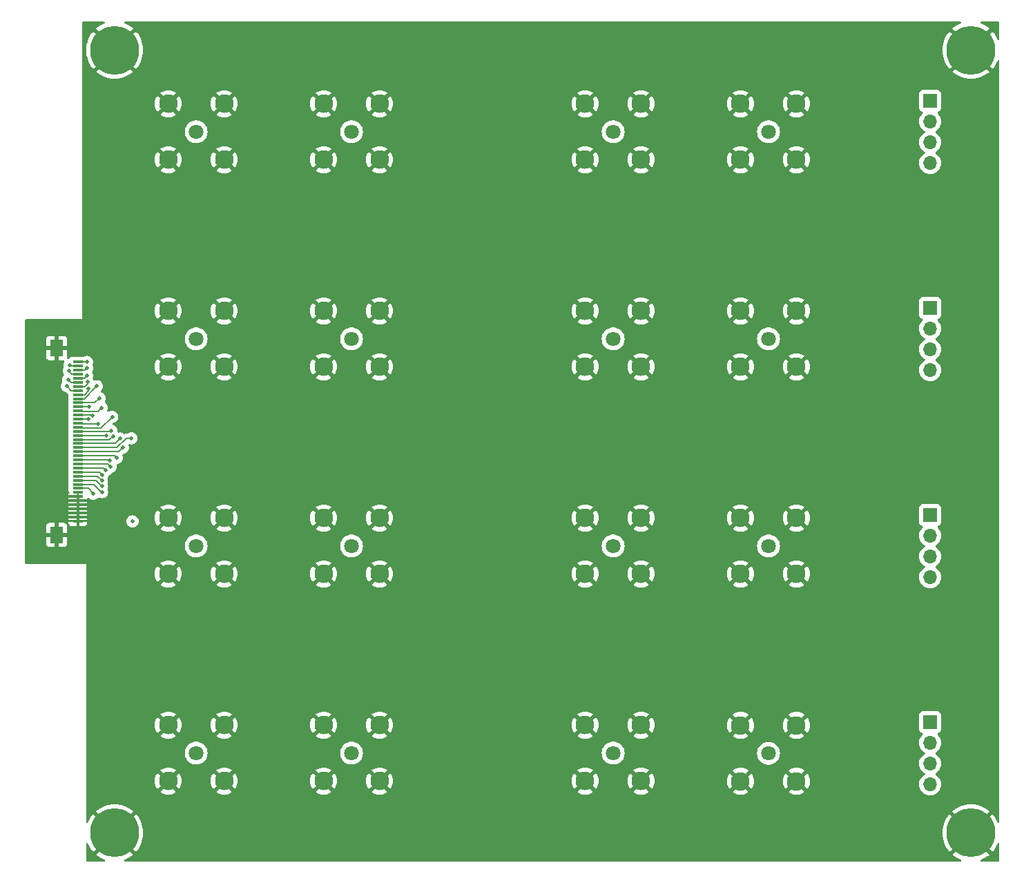
<source format=gbr>
%TF.GenerationSoftware,KiCad,Pcbnew,7.0.2*%
%TF.CreationDate,2023-10-20T09:42:01-06:00*%
%TF.ProjectId,LED_Probe_Breakout,4c45445f-5072-46f6-9265-5f427265616b,rev?*%
%TF.SameCoordinates,Original*%
%TF.FileFunction,Copper,L1,Top*%
%TF.FilePolarity,Positive*%
%FSLAX46Y46*%
G04 Gerber Fmt 4.6, Leading zero omitted, Abs format (unit mm)*
G04 Created by KiCad (PCBNEW 7.0.2) date 2023-10-20 09:42:01*
%MOMM*%
%LPD*%
G01*
G04 APERTURE LIST*
%TA.AperFunction,ComponentPad*%
%ADD10C,1.800000*%
%TD*%
%TA.AperFunction,ComponentPad*%
%ADD11C,2.300000*%
%TD*%
%TA.AperFunction,SMDPad,CuDef*%
%ADD12R,1.300000X0.300000*%
%TD*%
%TA.AperFunction,SMDPad,CuDef*%
%ADD13R,1.600000X2.000000*%
%TD*%
%TA.AperFunction,ComponentPad*%
%ADD14C,6.000000*%
%TD*%
%TA.AperFunction,ComponentPad*%
%ADD15R,1.700000X1.700000*%
%TD*%
%TA.AperFunction,ComponentPad*%
%ADD16O,1.700000X1.700000*%
%TD*%
%TA.AperFunction,ViaPad*%
%ADD17C,0.500000*%
%TD*%
%TA.AperFunction,Conductor*%
%ADD18C,0.127000*%
%TD*%
G04 APERTURE END LIST*
D10*
%TO.P,J14,1,In*%
%TO.N,/W_I-*%
X-15950000Y-76200000D03*
D11*
%TO.P,J14,2,Ext*%
%TO.N,GND*%
X-19379000Y-79629000D03*
X-12521000Y-79629000D03*
X-19379000Y-72771000D03*
X-12521000Y-72771000D03*
%TD*%
D10*
%TO.P,J4,1,In*%
%TO.N,/S_V-*%
X35179000Y0D03*
D11*
%TO.P,J4,2,Ext*%
%TO.N,GND*%
X31750000Y-3429000D03*
X38608000Y-3429000D03*
X31750000Y3429000D03*
X38608000Y3429000D03*
%TD*%
D10*
%TO.P,J17,1,In*%
%TO.N,/W_V-*%
X35179000Y-76230000D03*
D11*
%TO.P,J17,2,Ext*%
%TO.N,GND*%
X31750000Y-79659000D03*
X38608000Y-79659000D03*
X31750000Y-72801000D03*
X38608000Y-72801000D03*
%TD*%
D12*
%TO.P,J1,1,Pin_1*%
%TO.N,/S_I+*%
X-49500000Y-28250000D03*
%TO.P,J1,2,Pin_2*%
%TO.N,/Solder_Point_Breakout/Sig_1*%
X-49500000Y-28750000D03*
%TO.P,J1,3,Pin_3*%
%TO.N,/S_V+*%
X-49500000Y-29250000D03*
%TO.P,J1,4,Pin_4*%
%TO.N,/Solder_Point_Breakout/Sig_2*%
X-49500000Y-29750000D03*
%TO.P,J1,5,Pin_5*%
%TO.N,/S_V-*%
X-49500000Y-30250000D03*
%TO.P,J1,6,Pin_6*%
%TO.N,/Solder_Point_Breakout/Sig_3*%
X-49500000Y-30750000D03*
%TO.P,J1,7,Pin_7*%
%TO.N,/S_I-*%
X-49500000Y-31250000D03*
%TO.P,J1,8,Pin_8*%
%TO.N,/Solder_Point_Breakout/Sig_4*%
X-49500000Y-31750000D03*
%TO.P,J1,9,Pin_9*%
%TO.N,/E_I+*%
X-49500000Y-32250000D03*
%TO.P,J1,10,Pin_10*%
%TO.N,/Solder_Point_Breakout1/Sig_1*%
X-49500000Y-32750000D03*
%TO.P,J1,11,Pin_11*%
%TO.N,/E_V+*%
X-49500000Y-33250000D03*
%TO.P,J1,12,Pin_12*%
%TO.N,/Solder_Point_Breakout1/Sig_2*%
X-49500000Y-33750000D03*
%TO.P,J1,13,Pin_13*%
%TO.N,/E_V-*%
X-49500000Y-34250000D03*
%TO.P,J1,14,Pin_14*%
%TO.N,/Solder_Point_Breakout1/Sig_3*%
X-49500000Y-34750000D03*
%TO.P,J1,15,Pin_15*%
%TO.N,/E_I-*%
X-49500000Y-35250000D03*
%TO.P,J1,16,Pin_16*%
%TO.N,/Solder_Point_Breakout1/Sig_4*%
X-49500000Y-35750000D03*
%TO.P,J1,17,Pin_17*%
%TO.N,/N_I+*%
X-49500000Y-36250000D03*
%TO.P,J1,18,Pin_18*%
%TO.N,/Solder_Point_Breakout2/Sig_1*%
X-49500000Y-36750000D03*
%TO.P,J1,19,Pin_19*%
%TO.N,/N_V+*%
X-49500000Y-37250000D03*
%TO.P,J1,20,Pin_20*%
%TO.N,/Solder_Point_Breakout2/Sig_2*%
X-49500000Y-37750000D03*
%TO.P,J1,21,Pin_21*%
%TO.N,/N_V-*%
X-49500000Y-38250000D03*
%TO.P,J1,22,Pin_22*%
%TO.N,/Solder_Point_Breakout2/Sig_3*%
X-49500000Y-38750000D03*
%TO.P,J1,23,Pin_23*%
%TO.N,/N_I-*%
X-49500000Y-39250000D03*
%TO.P,J1,24,Pin_24*%
%TO.N,/Solder_Point_Breakout2/Sig_4*%
X-49500000Y-39750000D03*
%TO.P,J1,25,Pin_25*%
%TO.N,/W_I+*%
X-49500000Y-40250000D03*
%TO.P,J1,26,Pin_26*%
%TO.N,/Solder_Point_Breakout3/Sig_1*%
X-49500000Y-40750000D03*
%TO.P,J1,27,Pin_27*%
%TO.N,/W_V+*%
X-49500000Y-41250000D03*
%TO.P,J1,28,Pin_28*%
%TO.N,/Solder_Point_Breakout3/Sig_2*%
X-49500000Y-41750000D03*
%TO.P,J1,29,Pin_29*%
%TO.N,/W_V-*%
X-49500000Y-42250000D03*
%TO.P,J1,30,Pin_30*%
%TO.N,/Solder_Point_Breakout3/Sig_3*%
X-49500000Y-42750000D03*
%TO.P,J1,31,Pin_31*%
%TO.N,/W_I-*%
X-49500000Y-43250000D03*
%TO.P,J1,32,Pin_32*%
%TO.N,/Solder_Point_Breakout3/Sig_4*%
X-49500000Y-43750000D03*
%TO.P,J1,33,Pin_33*%
%TO.N,GND*%
X-49500000Y-44250000D03*
%TO.P,J1,34,Pin_34*%
X-49500000Y-44750000D03*
%TO.P,J1,35,Pin_35*%
X-49500000Y-45250000D03*
%TO.P,J1,36,Pin_36*%
X-49500000Y-45750000D03*
%TO.P,J1,37,Pin_37*%
X-49500000Y-46250000D03*
%TO.P,J1,38,Pin_38*%
X-49500000Y-46750000D03*
%TO.P,J1,39,Pin_39*%
X-49500000Y-47250000D03*
%TO.P,J1,40,Pin_40*%
X-49500000Y-47750000D03*
D13*
%TO.P,J1,41,Pin_41*%
X-52100000Y-49450000D03*
%TO.P,J1,42,Pin_42*%
X-52100000Y-26550000D03*
%TD*%
D10*
%TO.P,J10,1,In*%
%TO.N,/N_I-*%
X-15950000Y-50800000D03*
D11*
%TO.P,J10,2,Ext*%
%TO.N,GND*%
X-19379000Y-54229000D03*
X-12521000Y-54229000D03*
X-19379000Y-47371000D03*
X-12521000Y-47371000D03*
%TD*%
D10*
%TO.P,J6,1,In*%
%TO.N,/E_I-*%
X-15950000Y-25400000D03*
D11*
%TO.P,J6,2,Ext*%
%TO.N,GND*%
X-19379000Y-28829000D03*
X-12521000Y-28829000D03*
X-19379000Y-21971000D03*
X-12521000Y-21971000D03*
%TD*%
D14*
%TO.P,H4,1,1*%
%TO.N,GND*%
X60000000Y10000000D03*
%TD*%
D15*
%TO.P,J21,1,Pin_1*%
%TO.N,/Solder_Point_Breakout3/Sig_1*%
X55000000Y-72400000D03*
D16*
%TO.P,J21,2,Pin_2*%
%TO.N,/Solder_Point_Breakout3/Sig_2*%
X55000000Y-74940000D03*
%TO.P,J21,3,Pin_3*%
%TO.N,/Solder_Point_Breakout3/Sig_3*%
X55000000Y-77480000D03*
%TO.P,J21,4,Pin_4*%
%TO.N,/Solder_Point_Breakout3/Sig_4*%
X55000000Y-80020000D03*
%TD*%
D10*
%TO.P,J3,1,In*%
%TO.N,/S_V+*%
X16129000Y0D03*
D11*
%TO.P,J3,2,Ext*%
%TO.N,GND*%
X12700000Y-3429000D03*
X19558000Y-3429000D03*
X12700000Y3429000D03*
X19558000Y3429000D03*
%TD*%
D10*
%TO.P,J11,1,In*%
%TO.N,/N_I+*%
X-35000000Y-50800000D03*
D11*
%TO.P,J11,2,Ext*%
%TO.N,GND*%
X-38429000Y-54229000D03*
X-31571000Y-54229000D03*
X-38429000Y-47371000D03*
X-31571000Y-47371000D03*
%TD*%
D15*
%TO.P,J19,1,Pin_1*%
%TO.N,/Solder_Point_Breakout1/Sig_1*%
X55000000Y-21600000D03*
D16*
%TO.P,J19,2,Pin_2*%
%TO.N,/Solder_Point_Breakout1/Sig_2*%
X55000000Y-24140000D03*
%TO.P,J19,3,Pin_3*%
%TO.N,/Solder_Point_Breakout1/Sig_3*%
X55000000Y-26680000D03*
%TO.P,J19,4,Pin_4*%
%TO.N,/Solder_Point_Breakout1/Sig_4*%
X55000000Y-29220000D03*
%TD*%
D15*
%TO.P,J20,1,Pin_1*%
%TO.N,/Solder_Point_Breakout2/Sig_1*%
X55000000Y-47000000D03*
D16*
%TO.P,J20,2,Pin_2*%
%TO.N,/Solder_Point_Breakout2/Sig_2*%
X55000000Y-49540000D03*
%TO.P,J20,3,Pin_3*%
%TO.N,/Solder_Point_Breakout2/Sig_3*%
X55000000Y-52080000D03*
%TO.P,J20,4,Pin_4*%
%TO.N,/Solder_Point_Breakout2/Sig_4*%
X55000000Y-54620000D03*
%TD*%
D10*
%TO.P,J7,1,In*%
%TO.N,/E_I+*%
X-35000000Y-25400000D03*
D11*
%TO.P,J7,2,Ext*%
%TO.N,GND*%
X-38429000Y-28829000D03*
X-31571000Y-28829000D03*
X-38429000Y-21971000D03*
X-31571000Y-21971000D03*
%TD*%
D14*
%TO.P,H1,1,1*%
%TO.N,GND*%
X60000000Y-86000000D03*
%TD*%
D15*
%TO.P,J18,1,Pin_1*%
%TO.N,/Solder_Point_Breakout/Sig_1*%
X55000000Y3800000D03*
D16*
%TO.P,J18,2,Pin_2*%
%TO.N,/Solder_Point_Breakout/Sig_2*%
X55000000Y1260000D03*
%TO.P,J18,3,Pin_3*%
%TO.N,/Solder_Point_Breakout/Sig_3*%
X55000000Y-1280000D03*
%TO.P,J18,4,Pin_4*%
%TO.N,/Solder_Point_Breakout/Sig_4*%
X55000000Y-3820000D03*
%TD*%
D10*
%TO.P,J15,1,In*%
%TO.N,/W_I+*%
X-35000000Y-76200000D03*
D11*
%TO.P,J15,2,Ext*%
%TO.N,GND*%
X-38429000Y-79629000D03*
X-31571000Y-79629000D03*
X-38429000Y-72771000D03*
X-31571000Y-72771000D03*
%TD*%
D10*
%TO.P,J5,1,In*%
%TO.N,/S_I-*%
X-15950000Y0D03*
D11*
%TO.P,J5,2,Ext*%
%TO.N,GND*%
X-19379000Y-3429000D03*
X-12521000Y-3429000D03*
X-19379000Y3429000D03*
X-12521000Y3429000D03*
%TD*%
D10*
%TO.P,J2,1,In*%
%TO.N,/S_I+*%
X-35000000Y0D03*
D11*
%TO.P,J2,2,Ext*%
%TO.N,GND*%
X-38429000Y-3429000D03*
X-31571000Y-3429000D03*
X-38429000Y3429000D03*
X-31571000Y3429000D03*
%TD*%
D14*
%TO.P,H3,1,1*%
%TO.N,GND*%
X-45000000Y-86000000D03*
%TD*%
D10*
%TO.P,J12,1,In*%
%TO.N,/N_V+*%
X16129000Y-50800000D03*
D11*
%TO.P,J12,2,Ext*%
%TO.N,GND*%
X12700000Y-54229000D03*
X19558000Y-54229000D03*
X12700000Y-47371000D03*
X19558000Y-47371000D03*
%TD*%
D10*
%TO.P,J8,1,In*%
%TO.N,/E_V+*%
X16129000Y-25400000D03*
D11*
%TO.P,J8,2,Ext*%
%TO.N,GND*%
X12700000Y-28829000D03*
X19558000Y-28829000D03*
X12700000Y-21971000D03*
X19558000Y-21971000D03*
%TD*%
D10*
%TO.P,J9,1,In*%
%TO.N,/E_V-*%
X35179000Y-25400000D03*
D11*
%TO.P,J9,2,Ext*%
%TO.N,GND*%
X31750000Y-28829000D03*
X38608000Y-28829000D03*
X31750000Y-21971000D03*
X38608000Y-21971000D03*
%TD*%
D10*
%TO.P,J13,1,In*%
%TO.N,/N_V-*%
X35179000Y-50800000D03*
D11*
%TO.P,J13,2,Ext*%
%TO.N,GND*%
X31750000Y-54229000D03*
X38608000Y-54229000D03*
X31750000Y-47371000D03*
X38608000Y-47371000D03*
%TD*%
D10*
%TO.P,J16,1,In*%
%TO.N,/W_V+*%
X16129000Y-76200000D03*
D11*
%TO.P,J16,2,Ext*%
%TO.N,GND*%
X12700000Y-79629000D03*
X19558000Y-79629000D03*
X12700000Y-72771000D03*
X19558000Y-72771000D03*
%TD*%
D14*
%TO.P,H2,1,1*%
%TO.N,GND*%
X-45000000Y10000000D03*
%TD*%
D17*
%TO.N,GND*%
X-49250000Y-26250000D03*
%TO.N,/S_I+*%
X-48400000Y-28250000D03*
%TO.N,/S_V+*%
X-48350000Y-29000000D03*
%TO.N,/S_V-*%
X-48400000Y-29950000D03*
%TO.N,/S_I-*%
X-48332256Y-30646212D03*
%TO.N,/E_I+*%
X-48203892Y-31506384D03*
%TO.N,/E_V+*%
X-46860000Y-32690000D03*
%TO.N,/E_V-*%
X-46574555Y-33856246D03*
%TO.N,/E_I-*%
X-48250000Y-35263000D03*
%TO.N,/N_I+*%
X-45295861Y-34954139D03*
%TO.N,/N_V+*%
X-46000000Y-37263000D03*
%TO.N,/N_V-*%
X-44348754Y-37651246D03*
%TO.N,/N_I-*%
X-43997909Y-38752093D03*
%TO.N,/W_I+*%
X-45600000Y-40300000D03*
%TO.N,/W_V+*%
X-46067123Y-41537081D03*
%TO.N,/W_V-*%
X-46565119Y-42778673D03*
X-42805470Y-47805470D03*
%TO.N,/W_I-*%
X-46550000Y-44199503D03*
%TO.N,/Solder_Point_Breakout/Sig_1*%
X-50524008Y-28649338D03*
%TO.N,/Solder_Point_Breakout/Sig_2*%
X-50619589Y-29342280D03*
%TO.N,/Solder_Point_Breakout/Sig_3*%
X-50663500Y-30413500D03*
%TO.N,/Solder_Point_Breakout/Sig_4*%
X-50863500Y-31213500D03*
%TO.N,/Solder_Point_Breakout1/Sig_1*%
X-47180276Y-31219724D03*
%TO.N,/Solder_Point_Breakout1/Sig_2*%
X-48100000Y-33763000D03*
%TO.N,/Solder_Point_Breakout1/Sig_3*%
X-47700000Y-34789500D03*
%TO.N,/Solder_Point_Breakout1/Sig_4*%
X-47000000Y-35816000D03*
%TO.N,/Solder_Point_Breakout2/Sig_1*%
X-45393853Y-36656146D03*
%TO.N,/Solder_Point_Breakout2/Sig_2*%
X-45207218Y-37330290D03*
%TO.N,/Solder_Point_Breakout2/Sig_3*%
X-42934508Y-37590000D03*
%TO.N,/Solder_Point_Breakout2/Sig_4*%
X-44738097Y-40013000D03*
%TO.N,/Solder_Point_Breakout3/Sig_1*%
X-45505774Y-41119718D03*
%TO.N,/Solder_Point_Breakout3/Sig_2*%
X-46506140Y-42081662D03*
%TO.N,/Solder_Point_Breakout3/Sig_3*%
X-46550000Y-43500000D03*
%TO.N,/Solder_Point_Breakout3/Sig_4*%
X-47600000Y-44400000D03*
%TD*%
D18*
%TO.N,GND*%
X-49500000Y-44250000D02*
X-49500000Y-47750000D01*
%TO.N,/S_I+*%
X-49500000Y-28250000D02*
X-48400000Y-28250000D01*
%TO.N,/S_V+*%
X-48600000Y-29250000D02*
X-48350000Y-29000000D01*
X-49500000Y-29250000D02*
X-48600000Y-29250000D01*
%TO.N,/S_V-*%
X-48700000Y-30250000D02*
X-48400000Y-29950000D01*
X-49500000Y-30250000D02*
X-48700000Y-30250000D01*
%TO.N,/S_I-*%
X-48332256Y-30909256D02*
X-48332256Y-30646212D01*
X-49500000Y-31250000D02*
X-48673000Y-31250000D01*
X-48673000Y-31250000D02*
X-48332256Y-30909256D01*
%TO.N,/E_I+*%
X-48203892Y-31780892D02*
X-48203892Y-31506384D01*
X-48673000Y-32250000D02*
X-48203892Y-31780892D01*
X-49500000Y-32250000D02*
X-48673000Y-32250000D01*
%TO.N,/E_V+*%
X-47420000Y-33250000D02*
X-49500000Y-33250000D01*
X-47420000Y-33250000D02*
X-46860000Y-32690000D01*
%TO.N,/E_V-*%
X-49473500Y-34276500D02*
X-46994809Y-34276500D01*
X-49500000Y-34250000D02*
X-49473500Y-34276500D01*
X-46994809Y-34276500D02*
X-46574555Y-33856246D01*
%TO.N,/E_I-*%
X-48263000Y-35250000D02*
X-48250000Y-35263000D01*
X-49500000Y-35250000D02*
X-48263000Y-35250000D01*
%TO.N,/N_I+*%
X-49500000Y-36250000D02*
X-49420500Y-36329500D01*
X-49420500Y-36329500D02*
X-46671222Y-36329500D01*
X-46671222Y-36329500D02*
X-45295861Y-34954139D01*
%TO.N,/N_V+*%
X-49500000Y-37250000D02*
X-46013000Y-37250000D01*
X-46013000Y-37250000D02*
X-46000000Y-37263000D01*
%TO.N,/N_V-*%
X-44947508Y-38250000D02*
X-44348754Y-37651246D01*
X-49500000Y-38250000D02*
X-44947508Y-38250000D01*
%TO.N,/N_I-*%
X-49500000Y-39250000D02*
X-44495816Y-39250000D01*
X-44495816Y-39250000D02*
X-43997909Y-38752093D01*
%TO.N,/W_I+*%
X-45650000Y-40250000D02*
X-45600000Y-40300000D01*
X-49500000Y-40250000D02*
X-45650000Y-40250000D01*
%TO.N,/W_V+*%
X-49500000Y-41250000D02*
X-46354204Y-41250000D01*
X-46354204Y-41250000D02*
X-46067123Y-41537081D01*
%TO.N,/W_V-*%
X-49500000Y-42250000D02*
X-47093792Y-42250000D01*
X-47093792Y-42250000D02*
X-46565119Y-42778673D01*
%TO.N,/W_I-*%
X-46576696Y-44199503D02*
X-46550000Y-44199503D01*
X-47526199Y-43250000D02*
X-46576696Y-44199503D01*
X-49500000Y-43250000D02*
X-47526199Y-43250000D01*
%TO.N,/Solder_Point_Breakout/Sig_1*%
X-50423346Y-28750000D02*
X-50524008Y-28649338D01*
X-49500000Y-28750000D02*
X-50423346Y-28750000D01*
%TO.N,/Solder_Point_Breakout/Sig_2*%
X-50211869Y-29750000D02*
X-50619589Y-29342280D01*
X-49500000Y-29750000D02*
X-50211869Y-29750000D01*
%TO.N,/Solder_Point_Breakout/Sig_3*%
X-49500000Y-30750000D02*
X-50327000Y-30750000D01*
X-50327000Y-30750000D02*
X-50663500Y-30413500D01*
%TO.N,/Solder_Point_Breakout/Sig_4*%
X-49500000Y-31750000D02*
X-50327000Y-31750000D01*
X-50327000Y-31750000D02*
X-50863500Y-31213500D01*
%TO.N,/Solder_Point_Breakout1/Sig_1*%
X-48710552Y-32750000D02*
X-47180276Y-31219724D01*
X-49500000Y-32750000D02*
X-48710552Y-32750000D01*
%TO.N,/Solder_Point_Breakout1/Sig_2*%
X-49500000Y-33750000D02*
X-48113000Y-33750000D01*
X-48113000Y-33750000D02*
X-48100000Y-33763000D01*
%TO.N,/Solder_Point_Breakout1/Sig_3*%
X-49500000Y-34750000D02*
X-47739500Y-34750000D01*
X-47739500Y-34750000D02*
X-47700000Y-34789500D01*
%TO.N,/Solder_Point_Breakout1/Sig_4*%
X-49500000Y-35750000D02*
X-49434000Y-35816000D01*
X-49434000Y-35816000D02*
X-47000000Y-35816000D01*
%TO.N,/Solder_Point_Breakout2/Sig_1*%
X-45487707Y-36750000D02*
X-45393853Y-36656146D01*
X-49500000Y-36750000D02*
X-45487707Y-36750000D01*
%TO.N,/Solder_Point_Breakout2/Sig_2*%
X-49500000Y-37750000D02*
X-49473500Y-37776500D01*
X-45653428Y-37776500D02*
X-45207218Y-37330290D01*
X-49473500Y-37776500D02*
X-45653428Y-37776500D01*
%TO.N,/Solder_Point_Breakout2/Sig_3*%
X-43562015Y-37590000D02*
X-42934508Y-37590000D01*
X-44722015Y-38750000D02*
X-43562015Y-37590000D01*
X-49500000Y-38750000D02*
X-44722015Y-38750000D01*
%TO.N,/Solder_Point_Breakout2/Sig_4*%
X-49500000Y-39750000D02*
X-45001097Y-39750000D01*
X-45001097Y-39750000D02*
X-44738097Y-40013000D01*
%TO.N,/Solder_Point_Breakout3/Sig_1*%
X-49500000Y-40750000D02*
X-45875492Y-40750000D01*
X-45875492Y-40750000D02*
X-45505774Y-41119718D01*
%TO.N,/Solder_Point_Breakout3/Sig_2*%
X-49500000Y-41750000D02*
X-46837802Y-41750000D01*
X-46837802Y-41750000D02*
X-46506140Y-42081662D01*
%TO.N,/Solder_Point_Breakout3/Sig_3*%
X-47319991Y-42750000D02*
X-46569991Y-43500000D01*
X-49500000Y-42750000D02*
X-47319991Y-42750000D01*
X-46569991Y-43500000D02*
X-46550000Y-43500000D01*
%TO.N,/Solder_Point_Breakout3/Sig_4*%
X-49500000Y-43750000D02*
X-48250000Y-43750000D01*
X-48250000Y-43750000D02*
X-47600000Y-44400000D01*
%TD*%
%TA.AperFunction,Conductor*%
%TO.N,GND*%
G36*
X-46107368Y-87019404D02*
G01*
X-45924477Y-87187768D01*
X-45869883Y-87223435D01*
X-47293148Y-88646701D01*
X-47293148Y-88646702D01*
X-47062597Y-88833399D01*
X-47057343Y-88837216D01*
X-46755129Y-89033476D01*
X-46749508Y-89036722D01*
X-46428424Y-89200323D01*
X-46422500Y-89202960D01*
X-46274596Y-89259736D01*
X-46219064Y-89302138D01*
X-46195271Y-89367832D01*
X-46210773Y-89435960D01*
X-46260646Y-89484893D01*
X-46319034Y-89499500D01*
X-48375500Y-89499500D01*
X-48442539Y-89479815D01*
X-48488294Y-89427011D01*
X-48499500Y-89375500D01*
X-48499500Y-87319033D01*
X-48479815Y-87251994D01*
X-48427011Y-87206239D01*
X-48357853Y-87196295D01*
X-48294297Y-87225320D01*
X-48259736Y-87274596D01*
X-48202963Y-87422494D01*
X-48200323Y-87428424D01*
X-48036722Y-87749508D01*
X-48033476Y-87755129D01*
X-47837216Y-88057343D01*
X-47833399Y-88062597D01*
X-47646702Y-88293148D01*
X-47646701Y-88293148D01*
X-46223610Y-86870057D01*
X-46107368Y-87019404D01*
G37*
%TD.AperFunction*%
%TA.AperFunction,Conductor*%
G36*
X-46251995Y13479815D02*
G01*
X-46206240Y13427011D01*
X-46196296Y13357853D01*
X-46225321Y13294297D01*
X-46274596Y13259736D01*
X-46422500Y13202960D01*
X-46428424Y13200323D01*
X-46749507Y13036722D01*
X-46755128Y13033476D01*
X-47057343Y12837216D01*
X-47062597Y12833399D01*
X-47293148Y12646702D01*
X-45869882Y11223436D01*
X-45924477Y11187768D01*
X-46107368Y11019404D01*
X-46223610Y10870057D01*
X-47646701Y12293148D01*
X-47646702Y12293148D01*
X-47833399Y12062597D01*
X-47837216Y12057343D01*
X-48033476Y11755128D01*
X-48036722Y11749507D01*
X-48200323Y11428424D01*
X-48202960Y11422500D01*
X-48332106Y11086065D01*
X-48334103Y11079919D01*
X-48427373Y10731831D01*
X-48428724Y10725472D01*
X-48485095Y10369557D01*
X-48485772Y10363113D01*
X-48504633Y10003243D01*
X-48504633Y9996756D01*
X-48485772Y9636886D01*
X-48485095Y9630442D01*
X-48428724Y9274527D01*
X-48427373Y9268168D01*
X-48334103Y8920080D01*
X-48332106Y8913934D01*
X-48202960Y8577499D01*
X-48200323Y8571575D01*
X-48036722Y8250491D01*
X-48033476Y8244870D01*
X-47837216Y7942656D01*
X-47833399Y7937402D01*
X-47646701Y7706851D01*
X-46223609Y9129942D01*
X-46107368Y8980596D01*
X-45924477Y8812232D01*
X-45869882Y8776563D01*
X-47293148Y7353297D01*
X-47062597Y7166600D01*
X-47057343Y7162783D01*
X-46755129Y6966523D01*
X-46749508Y6963277D01*
X-46428424Y6799676D01*
X-46422500Y6797039D01*
X-46086065Y6667893D01*
X-46079919Y6665896D01*
X-45731831Y6572626D01*
X-45725472Y6571275D01*
X-45369557Y6514904D01*
X-45363113Y6514227D01*
X-45003244Y6495367D01*
X-44996756Y6495367D01*
X-44636886Y6514227D01*
X-44630442Y6514904D01*
X-44274527Y6571275D01*
X-44268168Y6572626D01*
X-43920080Y6665896D01*
X-43913934Y6667893D01*
X-43577499Y6797039D01*
X-43571575Y6799676D01*
X-43250491Y6963277D01*
X-43244870Y6966523D01*
X-42942656Y7162783D01*
X-42937402Y7166600D01*
X-42706851Y7353297D01*
X-44130117Y8776563D01*
X-44075523Y8812232D01*
X-43892632Y8980596D01*
X-43776389Y9129943D01*
X-42353297Y7706851D01*
X-42166600Y7937402D01*
X-42162783Y7942656D01*
X-41966523Y8244870D01*
X-41963277Y8250491D01*
X-41799676Y8571575D01*
X-41797039Y8577499D01*
X-41667893Y8913934D01*
X-41665896Y8920080D01*
X-41572626Y9268168D01*
X-41571275Y9274527D01*
X-41514904Y9630442D01*
X-41514227Y9636886D01*
X-41495367Y9996756D01*
X-41495367Y10003243D01*
X-41514227Y10363113D01*
X-41514904Y10369557D01*
X-41571275Y10725472D01*
X-41572626Y10731831D01*
X-41665896Y11079919D01*
X-41667893Y11086065D01*
X-41797039Y11422500D01*
X-41799676Y11428424D01*
X-41963277Y11749507D01*
X-41966523Y11755128D01*
X-42162783Y12057343D01*
X-42166600Y12062597D01*
X-42353297Y12293147D01*
X-43776389Y10870056D01*
X-43892632Y11019404D01*
X-44075523Y11187768D01*
X-44130115Y11223435D01*
X-42706850Y12646701D01*
X-42937402Y12833399D01*
X-42942656Y12837216D01*
X-43244870Y13033476D01*
X-43250491Y13036722D01*
X-43571575Y13200323D01*
X-43577499Y13202960D01*
X-43725404Y13259736D01*
X-43780936Y13302138D01*
X-43804729Y13367832D01*
X-43789227Y13435960D01*
X-43739354Y13484893D01*
X-43680966Y13499500D01*
X58680966Y13499500D01*
X58748005Y13479815D01*
X58793760Y13427011D01*
X58803704Y13357853D01*
X58774679Y13294297D01*
X58725404Y13259736D01*
X58577499Y13202960D01*
X58571575Y13200323D01*
X58250492Y13036722D01*
X58244871Y13033476D01*
X57942656Y12837216D01*
X57937402Y12833399D01*
X57706850Y12646701D01*
X59130115Y11223435D01*
X59075523Y11187768D01*
X58892632Y11019404D01*
X58776389Y10870056D01*
X57353297Y12293147D01*
X57166600Y12062597D01*
X57162783Y12057343D01*
X56966523Y11755128D01*
X56963277Y11749507D01*
X56799676Y11428424D01*
X56797039Y11422500D01*
X56667893Y11086065D01*
X56665896Y11079919D01*
X56572626Y10731831D01*
X56571275Y10725472D01*
X56514904Y10369557D01*
X56514227Y10363113D01*
X56495367Y10003243D01*
X56495367Y9996756D01*
X56514227Y9636886D01*
X56514904Y9630442D01*
X56571275Y9274527D01*
X56572626Y9268168D01*
X56665896Y8920080D01*
X56667893Y8913934D01*
X56797039Y8577499D01*
X56799676Y8571575D01*
X56963277Y8250491D01*
X56966523Y8244870D01*
X57162783Y7942656D01*
X57166600Y7937402D01*
X57353297Y7706851D01*
X58776389Y9129943D01*
X58892632Y8980596D01*
X59075523Y8812232D01*
X59130117Y8776563D01*
X57706851Y7353297D01*
X57937402Y7166600D01*
X57942656Y7162783D01*
X58244870Y6966523D01*
X58250491Y6963277D01*
X58571575Y6799676D01*
X58577499Y6797039D01*
X58913934Y6667893D01*
X58920080Y6665896D01*
X59268168Y6572626D01*
X59274527Y6571275D01*
X59630442Y6514904D01*
X59636886Y6514227D01*
X59996756Y6495367D01*
X60003244Y6495367D01*
X60363113Y6514227D01*
X60369557Y6514904D01*
X60725472Y6571275D01*
X60731831Y6572626D01*
X61079919Y6665896D01*
X61086065Y6667893D01*
X61422500Y6797039D01*
X61428424Y6799676D01*
X61749508Y6963277D01*
X61755129Y6966523D01*
X62057343Y7162783D01*
X62062597Y7166600D01*
X62293148Y7353297D01*
X60869882Y8776563D01*
X60924477Y8812232D01*
X61107368Y8980596D01*
X61223609Y9129942D01*
X62646701Y7706851D01*
X62833399Y7937402D01*
X62837216Y7942656D01*
X63033476Y8244870D01*
X63036722Y8250491D01*
X63200323Y8571575D01*
X63202960Y8577499D01*
X63259736Y8725404D01*
X63302138Y8780936D01*
X63367832Y8804729D01*
X63435960Y8789227D01*
X63484893Y8739354D01*
X63499500Y8680966D01*
X63499500Y-84680966D01*
X63479815Y-84748005D01*
X63427011Y-84793760D01*
X63357853Y-84803704D01*
X63294297Y-84774679D01*
X63259736Y-84725404D01*
X63202960Y-84577499D01*
X63200323Y-84571575D01*
X63036722Y-84250492D01*
X63033476Y-84244871D01*
X62837216Y-83942656D01*
X62833399Y-83937402D01*
X62646701Y-83706851D01*
X61223609Y-85129942D01*
X61107368Y-84980596D01*
X60924477Y-84812232D01*
X60869881Y-84776563D01*
X62293147Y-83353297D01*
X62062597Y-83166600D01*
X62057343Y-83162783D01*
X61755129Y-82966523D01*
X61749508Y-82963277D01*
X61428424Y-82799676D01*
X61422500Y-82797039D01*
X61086065Y-82667893D01*
X61079919Y-82665896D01*
X60731831Y-82572626D01*
X60725472Y-82571275D01*
X60369557Y-82514904D01*
X60363113Y-82514227D01*
X60003244Y-82495367D01*
X59996756Y-82495367D01*
X59636886Y-82514227D01*
X59630442Y-82514904D01*
X59274527Y-82571275D01*
X59268168Y-82572626D01*
X58920080Y-82665896D01*
X58913934Y-82667893D01*
X58577499Y-82797039D01*
X58571575Y-82799676D01*
X58250492Y-82963277D01*
X58244871Y-82966523D01*
X57942656Y-83162783D01*
X57937402Y-83166600D01*
X57706850Y-83353297D01*
X59130116Y-84776564D01*
X59075523Y-84812232D01*
X58892632Y-84980596D01*
X58776389Y-85129943D01*
X57353297Y-83706851D01*
X57166600Y-83937402D01*
X57162783Y-83942656D01*
X56966523Y-84244871D01*
X56963277Y-84250492D01*
X56799676Y-84571575D01*
X56797039Y-84577499D01*
X56667893Y-84913934D01*
X56665896Y-84920080D01*
X56572626Y-85268168D01*
X56571275Y-85274527D01*
X56514904Y-85630442D01*
X56514227Y-85636886D01*
X56495367Y-85996756D01*
X56495367Y-86003243D01*
X56514227Y-86363113D01*
X56514904Y-86369557D01*
X56571275Y-86725472D01*
X56572626Y-86731831D01*
X56665896Y-87079919D01*
X56667893Y-87086065D01*
X56797039Y-87422500D01*
X56799676Y-87428424D01*
X56963277Y-87749508D01*
X56966523Y-87755129D01*
X57162783Y-88057343D01*
X57166600Y-88062597D01*
X57353297Y-88293147D01*
X58776389Y-86870056D01*
X58892632Y-87019404D01*
X59075523Y-87187768D01*
X59130116Y-87223435D01*
X57706851Y-88646701D01*
X57937402Y-88833399D01*
X57942656Y-88837216D01*
X58244870Y-89033476D01*
X58250491Y-89036722D01*
X58571575Y-89200323D01*
X58577499Y-89202960D01*
X58725404Y-89259736D01*
X58780936Y-89302138D01*
X58804729Y-89367832D01*
X58789227Y-89435960D01*
X58739354Y-89484893D01*
X58680966Y-89499500D01*
X-43680966Y-89499500D01*
X-43748005Y-89479815D01*
X-43793760Y-89427011D01*
X-43803704Y-89357853D01*
X-43774679Y-89294297D01*
X-43725404Y-89259736D01*
X-43577499Y-89202960D01*
X-43571575Y-89200323D01*
X-43250491Y-89036722D01*
X-43244870Y-89033476D01*
X-42942656Y-88837216D01*
X-42937402Y-88833399D01*
X-42706851Y-88646701D01*
X-44130116Y-87223435D01*
X-44075523Y-87187768D01*
X-43892632Y-87019404D01*
X-43776389Y-86870056D01*
X-42353297Y-88293147D01*
X-42166600Y-88062597D01*
X-42162783Y-88057343D01*
X-41966523Y-87755129D01*
X-41963277Y-87749508D01*
X-41799676Y-87428424D01*
X-41797039Y-87422500D01*
X-41667893Y-87086065D01*
X-41665896Y-87079919D01*
X-41572626Y-86731831D01*
X-41571275Y-86725472D01*
X-41514904Y-86369557D01*
X-41514227Y-86363113D01*
X-41495367Y-86003243D01*
X-41495367Y-85996756D01*
X-41514227Y-85636886D01*
X-41514904Y-85630442D01*
X-41571275Y-85274527D01*
X-41572626Y-85268168D01*
X-41665896Y-84920080D01*
X-41667893Y-84913934D01*
X-41797039Y-84577499D01*
X-41799676Y-84571575D01*
X-41963277Y-84250492D01*
X-41966523Y-84244871D01*
X-42162783Y-83942656D01*
X-42166600Y-83937402D01*
X-42353297Y-83706851D01*
X-43776389Y-85129943D01*
X-43892632Y-84980596D01*
X-44075523Y-84812232D01*
X-44130116Y-84776564D01*
X-42706850Y-83353297D01*
X-42937402Y-83166600D01*
X-42942656Y-83162783D01*
X-43244870Y-82966523D01*
X-43250491Y-82963277D01*
X-43571575Y-82799676D01*
X-43577499Y-82797039D01*
X-43913934Y-82667893D01*
X-43920080Y-82665896D01*
X-44268168Y-82572626D01*
X-44274527Y-82571275D01*
X-44630442Y-82514904D01*
X-44636886Y-82514227D01*
X-44996756Y-82495367D01*
X-45003244Y-82495367D01*
X-45363113Y-82514227D01*
X-45369557Y-82514904D01*
X-45725472Y-82571275D01*
X-45731831Y-82572626D01*
X-46079919Y-82665896D01*
X-46086065Y-82667893D01*
X-46422500Y-82797039D01*
X-46428424Y-82799676D01*
X-46749507Y-82963277D01*
X-46755128Y-82966523D01*
X-47057343Y-83162783D01*
X-47062597Y-83166600D01*
X-47293147Y-83353297D01*
X-45869881Y-84776563D01*
X-45924477Y-84812232D01*
X-46107368Y-84980596D01*
X-46223609Y-85129942D01*
X-47646701Y-83706851D01*
X-47833399Y-83937402D01*
X-47837216Y-83942656D01*
X-48033476Y-84244871D01*
X-48036722Y-84250492D01*
X-48200323Y-84571575D01*
X-48202960Y-84577499D01*
X-48259736Y-84725404D01*
X-48302138Y-84780936D01*
X-48367832Y-84804729D01*
X-48435960Y-84789227D01*
X-48484893Y-84739354D01*
X-48499500Y-84680966D01*
X-48499500Y-79629000D01*
X-40084101Y-79629000D01*
X-40063724Y-79887916D01*
X-40003096Y-80140455D01*
X-39903707Y-80380397D01*
X-39768003Y-80601849D01*
X-39762198Y-80608645D01*
X-39106195Y-79952642D01*
X-39082941Y-80006553D01*
X-38978244Y-80147185D01*
X-38843938Y-80259882D01*
X-38752334Y-80305887D01*
X-39408645Y-80962198D01*
X-39401849Y-80968003D01*
X-39180397Y-81103707D01*
X-38940455Y-81203096D01*
X-38687916Y-81263724D01*
X-38428999Y-81284101D01*
X-38170083Y-81263724D01*
X-37917544Y-81203096D01*
X-37677597Y-81103705D01*
X-37456155Y-80968006D01*
X-37449354Y-80962198D01*
X-38103054Y-80308498D01*
X-38090109Y-80303787D01*
X-37943627Y-80207445D01*
X-37823312Y-80079918D01*
X-37750552Y-79953893D01*
X-37095801Y-80608644D01*
X-37089993Y-80601843D01*
X-36954294Y-80380402D01*
X-36854903Y-80140455D01*
X-36794275Y-79887916D01*
X-36773898Y-79629000D01*
X-33226101Y-79629000D01*
X-33205724Y-79887916D01*
X-33145096Y-80140455D01*
X-33045707Y-80380397D01*
X-32910003Y-80601849D01*
X-32904198Y-80608645D01*
X-32248195Y-79952642D01*
X-32224941Y-80006553D01*
X-32120244Y-80147185D01*
X-31985938Y-80259882D01*
X-31894334Y-80305887D01*
X-32550645Y-80962198D01*
X-32543849Y-80968003D01*
X-32322397Y-81103707D01*
X-32082455Y-81203096D01*
X-31829916Y-81263724D01*
X-31571000Y-81284101D01*
X-31312083Y-81263724D01*
X-31059544Y-81203096D01*
X-30819597Y-81103705D01*
X-30598155Y-80968006D01*
X-30591354Y-80962198D01*
X-31245054Y-80308498D01*
X-31232109Y-80303787D01*
X-31085627Y-80207445D01*
X-30965312Y-80079918D01*
X-30892551Y-79953893D01*
X-30237801Y-80608644D01*
X-30231993Y-80601843D01*
X-30096294Y-80380402D01*
X-29996903Y-80140455D01*
X-29936275Y-79887916D01*
X-29915898Y-79629000D01*
X-21034101Y-79629000D01*
X-21013724Y-79887916D01*
X-20953096Y-80140455D01*
X-20853707Y-80380397D01*
X-20718003Y-80601849D01*
X-20712198Y-80608645D01*
X-20056195Y-79952642D01*
X-20032941Y-80006553D01*
X-19928244Y-80147185D01*
X-19793938Y-80259882D01*
X-19702334Y-80305887D01*
X-20358645Y-80962198D01*
X-20351849Y-80968003D01*
X-20130397Y-81103707D01*
X-19890455Y-81203096D01*
X-19637916Y-81263724D01*
X-19379000Y-81284101D01*
X-19120083Y-81263724D01*
X-18867544Y-81203096D01*
X-18627597Y-81103705D01*
X-18406155Y-80968006D01*
X-18399354Y-80962198D01*
X-19053054Y-80308498D01*
X-19040109Y-80303787D01*
X-18893627Y-80207445D01*
X-18773312Y-80079918D01*
X-18700552Y-79953893D01*
X-18045801Y-80608644D01*
X-18039993Y-80601843D01*
X-17904294Y-80380402D01*
X-17804903Y-80140455D01*
X-17744275Y-79887916D01*
X-17723898Y-79629000D01*
X-14176101Y-79629000D01*
X-14155724Y-79887916D01*
X-14095096Y-80140455D01*
X-13995707Y-80380397D01*
X-13860003Y-80601849D01*
X-13854198Y-80608645D01*
X-13198195Y-79952642D01*
X-13174941Y-80006553D01*
X-13070244Y-80147185D01*
X-12935938Y-80259882D01*
X-12844334Y-80305887D01*
X-13500645Y-80962198D01*
X-13493849Y-80968003D01*
X-13272397Y-81103707D01*
X-13032455Y-81203096D01*
X-12779916Y-81263724D01*
X-12521000Y-81284101D01*
X-12262083Y-81263724D01*
X-12009544Y-81203096D01*
X-11769597Y-81103705D01*
X-11548155Y-80968006D01*
X-11541354Y-80962198D01*
X-12195054Y-80308498D01*
X-12182109Y-80303787D01*
X-12035627Y-80207445D01*
X-11915312Y-80079918D01*
X-11842552Y-79953893D01*
X-11187801Y-80608644D01*
X-11181993Y-80601843D01*
X-11046294Y-80380402D01*
X-10946903Y-80140455D01*
X-10886275Y-79887916D01*
X-10865898Y-79629000D01*
X11044898Y-79629000D01*
X11065275Y-79887916D01*
X11125903Y-80140455D01*
X11225294Y-80380402D01*
X11360993Y-80601843D01*
X11366801Y-80608644D01*
X12022803Y-79952641D01*
X12046059Y-80006553D01*
X12150756Y-80147185D01*
X12285062Y-80259882D01*
X12376665Y-80305887D01*
X11720354Y-80962198D01*
X11727155Y-80968006D01*
X11948597Y-81103705D01*
X12188544Y-81203096D01*
X12441083Y-81263724D01*
X12700000Y-81284101D01*
X12958916Y-81263724D01*
X13211455Y-81203096D01*
X13451397Y-81103707D01*
X13672849Y-80968003D01*
X13679645Y-80962198D01*
X13025945Y-80308498D01*
X13038891Y-80303787D01*
X13185373Y-80207445D01*
X13305688Y-80079918D01*
X13378447Y-79953893D01*
X14033198Y-80608645D01*
X14039003Y-80601849D01*
X14174707Y-80380397D01*
X14274096Y-80140455D01*
X14334724Y-79887916D01*
X14355101Y-79629000D01*
X17902898Y-79629000D01*
X17923275Y-79887916D01*
X17983903Y-80140455D01*
X18083294Y-80380402D01*
X18218993Y-80601843D01*
X18224801Y-80608644D01*
X18880803Y-79952641D01*
X18904059Y-80006553D01*
X19008756Y-80147185D01*
X19143062Y-80259882D01*
X19234665Y-80305887D01*
X18578354Y-80962198D01*
X18585155Y-80968006D01*
X18806597Y-81103705D01*
X19046544Y-81203096D01*
X19299083Y-81263724D01*
X19558000Y-81284101D01*
X19816916Y-81263724D01*
X20069455Y-81203096D01*
X20309397Y-81103707D01*
X20530849Y-80968003D01*
X20537645Y-80962198D01*
X19883945Y-80308498D01*
X19896891Y-80303787D01*
X20043373Y-80207445D01*
X20163688Y-80079918D01*
X20236447Y-79953894D01*
X20891198Y-80608645D01*
X20897003Y-80601849D01*
X21032707Y-80380397D01*
X21132096Y-80140455D01*
X21192724Y-79887916D01*
X21210740Y-79659000D01*
X30094898Y-79659000D01*
X30115275Y-79917916D01*
X30175903Y-80170455D01*
X30275294Y-80410402D01*
X30410993Y-80631843D01*
X30416801Y-80638644D01*
X31072803Y-79982641D01*
X31096059Y-80036553D01*
X31200756Y-80177185D01*
X31335062Y-80289882D01*
X31426665Y-80335887D01*
X30770354Y-80992198D01*
X30777155Y-80998006D01*
X30998597Y-81133705D01*
X31238544Y-81233096D01*
X31491083Y-81293724D01*
X31750000Y-81314101D01*
X32008916Y-81293724D01*
X32261455Y-81233096D01*
X32501397Y-81133707D01*
X32722849Y-80998003D01*
X32729645Y-80992198D01*
X32075945Y-80338498D01*
X32088891Y-80333787D01*
X32235373Y-80237445D01*
X32355688Y-80109918D01*
X32428447Y-79983894D01*
X33083198Y-80638645D01*
X33089003Y-80631849D01*
X33224707Y-80410397D01*
X33324096Y-80170455D01*
X33384724Y-79917916D01*
X33405101Y-79659000D01*
X36952898Y-79659000D01*
X36973275Y-79917916D01*
X37033903Y-80170455D01*
X37133294Y-80410402D01*
X37268993Y-80631843D01*
X37274801Y-80638644D01*
X37930804Y-79982642D01*
X37954059Y-80036553D01*
X38058756Y-80177185D01*
X38193062Y-80289882D01*
X38284665Y-80335887D01*
X37628354Y-80992198D01*
X37635155Y-80998006D01*
X37856597Y-81133705D01*
X38096544Y-81233096D01*
X38349083Y-81293724D01*
X38608000Y-81314101D01*
X38866916Y-81293724D01*
X39119455Y-81233096D01*
X39359397Y-81133707D01*
X39580849Y-80998003D01*
X39587645Y-80992198D01*
X38933945Y-80338498D01*
X38946891Y-80333787D01*
X39093373Y-80237445D01*
X39213688Y-80109918D01*
X39286447Y-79983894D01*
X39941198Y-80638645D01*
X39947003Y-80631849D01*
X40082707Y-80410397D01*
X40182096Y-80170455D01*
X40218216Y-80020000D01*
X53644340Y-80020000D01*
X53664936Y-80255407D01*
X53702006Y-80393752D01*
X53726097Y-80483663D01*
X53825965Y-80697830D01*
X53961505Y-80891401D01*
X54128599Y-81058495D01*
X54322170Y-81194035D01*
X54536337Y-81293903D01*
X54764592Y-81355063D01*
X55000000Y-81375659D01*
X55235408Y-81355063D01*
X55463663Y-81293903D01*
X55677830Y-81194035D01*
X55871401Y-81058495D01*
X56038495Y-80891401D01*
X56174035Y-80697830D01*
X56273903Y-80483663D01*
X56335063Y-80255408D01*
X56355659Y-80020000D01*
X56335063Y-79784592D01*
X56273903Y-79556337D01*
X56174035Y-79342171D01*
X56038495Y-79148599D01*
X55871401Y-78981505D01*
X55685839Y-78851573D01*
X55642215Y-78796997D01*
X55635023Y-78727498D01*
X55666545Y-78665144D01*
X55685831Y-78648432D01*
X55871401Y-78518495D01*
X56038495Y-78351401D01*
X56174035Y-78157830D01*
X56273903Y-77943663D01*
X56335063Y-77715408D01*
X56355659Y-77480000D01*
X56335063Y-77244592D01*
X56273903Y-77016337D01*
X56174035Y-76802171D01*
X56038495Y-76608599D01*
X55871401Y-76441505D01*
X55685839Y-76311573D01*
X55642215Y-76256997D01*
X55635023Y-76187498D01*
X55666545Y-76125144D01*
X55685831Y-76108432D01*
X55871401Y-75978495D01*
X56038495Y-75811401D01*
X56174035Y-75617830D01*
X56273903Y-75403663D01*
X56335063Y-75175408D01*
X56355659Y-74940000D01*
X56335063Y-74704592D01*
X56273903Y-74476337D01*
X56174035Y-74262171D01*
X56038495Y-74068599D01*
X55916569Y-73946673D01*
X55883084Y-73885350D01*
X55888068Y-73815658D01*
X55929940Y-73759725D01*
X55960915Y-73742810D01*
X56092331Y-73693796D01*
X56207546Y-73607546D01*
X56293796Y-73492331D01*
X56344091Y-73357483D01*
X56350500Y-73297873D01*
X56350499Y-71502128D01*
X56344091Y-71442517D01*
X56293796Y-71307669D01*
X56207546Y-71192454D01*
X56092331Y-71106204D01*
X55957483Y-71055909D01*
X55897873Y-71049500D01*
X55894550Y-71049500D01*
X54105439Y-71049500D01*
X54105420Y-71049500D01*
X54102128Y-71049501D01*
X54098848Y-71049853D01*
X54098840Y-71049854D01*
X54042515Y-71055909D01*
X53907669Y-71106204D01*
X53792454Y-71192454D01*
X53706204Y-71307668D01*
X53655909Y-71442516D01*
X53653191Y-71467801D01*
X53649500Y-71502127D01*
X53649500Y-71505448D01*
X53649500Y-71505449D01*
X53649500Y-73294560D01*
X53649500Y-73294578D01*
X53649501Y-73297872D01*
X53649853Y-73301152D01*
X53649854Y-73301159D01*
X53651792Y-73319185D01*
X53655909Y-73357483D01*
X53706204Y-73492331D01*
X53792454Y-73607546D01*
X53907669Y-73693796D01*
X54019907Y-73735658D01*
X54039082Y-73742810D01*
X54095016Y-73784681D01*
X54119433Y-73850146D01*
X54104581Y-73918419D01*
X54083431Y-73946673D01*
X53961503Y-74068601D01*
X53825965Y-74262170D01*
X53726097Y-74476336D01*
X53664936Y-74704592D01*
X53644340Y-74939999D01*
X53664936Y-75175407D01*
X53708194Y-75336847D01*
X53726097Y-75403663D01*
X53825965Y-75617830D01*
X53961505Y-75811401D01*
X54128599Y-75978495D01*
X54314160Y-76108426D01*
X54357783Y-76163002D01*
X54364976Y-76232501D01*
X54333454Y-76294855D01*
X54314159Y-76311575D01*
X54128595Y-76441508D01*
X53961505Y-76608598D01*
X53825965Y-76802170D01*
X53726097Y-77016336D01*
X53664936Y-77244592D01*
X53644340Y-77479999D01*
X53664936Y-77715407D01*
X53709709Y-77882501D01*
X53726097Y-77943663D01*
X53825965Y-78157830D01*
X53961505Y-78351401D01*
X54128599Y-78518495D01*
X54314160Y-78648426D01*
X54357783Y-78703002D01*
X54364976Y-78772501D01*
X54333454Y-78834855D01*
X54314159Y-78851575D01*
X54128595Y-78981508D01*
X53961505Y-79148598D01*
X53825965Y-79342170D01*
X53726097Y-79556336D01*
X53664936Y-79784592D01*
X53644340Y-80020000D01*
X40218216Y-80020000D01*
X40242724Y-79917916D01*
X40263101Y-79658999D01*
X40242724Y-79400083D01*
X40182096Y-79147544D01*
X40082705Y-78907597D01*
X39947006Y-78686155D01*
X39941198Y-78679354D01*
X39285195Y-79335356D01*
X39261941Y-79281447D01*
X39157244Y-79140815D01*
X39022938Y-79028118D01*
X38931334Y-78982112D01*
X39587645Y-78325801D01*
X39580843Y-78319993D01*
X39359402Y-78184294D01*
X39119455Y-78084903D01*
X38866916Y-78024275D01*
X38608000Y-78003898D01*
X38349083Y-78024275D01*
X38096544Y-78084903D01*
X37856597Y-78184294D01*
X37635156Y-78319992D01*
X37628354Y-78325801D01*
X38282054Y-78979501D01*
X38269109Y-78984213D01*
X38122627Y-79080555D01*
X38002312Y-79208082D01*
X37929552Y-79334105D01*
X37274801Y-78679354D01*
X37268992Y-78686156D01*
X37133294Y-78907597D01*
X37033903Y-79147544D01*
X36973275Y-79400083D01*
X36952898Y-79659000D01*
X33405101Y-79659000D01*
X33405101Y-79658999D01*
X33384724Y-79400083D01*
X33324096Y-79147544D01*
X33224705Y-78907597D01*
X33089006Y-78686155D01*
X33083198Y-78679354D01*
X32427195Y-79335356D01*
X32403941Y-79281447D01*
X32299244Y-79140815D01*
X32164938Y-79028118D01*
X32073334Y-78982112D01*
X32729645Y-78325801D01*
X32722843Y-78319993D01*
X32501402Y-78184294D01*
X32261455Y-78084903D01*
X32008916Y-78024275D01*
X31750000Y-78003898D01*
X31491083Y-78024275D01*
X31238544Y-78084903D01*
X30998597Y-78184294D01*
X30777156Y-78319992D01*
X30770354Y-78325801D01*
X31424054Y-78979501D01*
X31411109Y-78984213D01*
X31264627Y-79080555D01*
X31144312Y-79208082D01*
X31071552Y-79334105D01*
X30416801Y-78679354D01*
X30410992Y-78686156D01*
X30275294Y-78907597D01*
X30175903Y-79147544D01*
X30115275Y-79400083D01*
X30094898Y-79659000D01*
X21210740Y-79659000D01*
X21213101Y-79629000D01*
X21192724Y-79370083D01*
X21132096Y-79117544D01*
X21032705Y-78877597D01*
X20897006Y-78656155D01*
X20891198Y-78649354D01*
X20891197Y-78649354D01*
X20235195Y-79305355D01*
X20211941Y-79251447D01*
X20107244Y-79110815D01*
X19972938Y-78998118D01*
X19881334Y-78952112D01*
X20537644Y-78295801D01*
X20530843Y-78289993D01*
X20309402Y-78154294D01*
X20069455Y-78054903D01*
X19816916Y-77994275D01*
X19557999Y-77973898D01*
X19299083Y-77994275D01*
X19046544Y-78054903D01*
X18806597Y-78154294D01*
X18585156Y-78289992D01*
X18578354Y-78295801D01*
X19232054Y-78949501D01*
X19219109Y-78954213D01*
X19072627Y-79050555D01*
X18952312Y-79178082D01*
X18879552Y-79304105D01*
X18224801Y-78649354D01*
X18218992Y-78656156D01*
X18083294Y-78877597D01*
X17983903Y-79117544D01*
X17923275Y-79370083D01*
X17902898Y-79629000D01*
X14355101Y-79629000D01*
X14334724Y-79370083D01*
X14274096Y-79117544D01*
X14174705Y-78877597D01*
X14039006Y-78656155D01*
X14033198Y-78649354D01*
X14033197Y-78649354D01*
X13377195Y-79305356D01*
X13353941Y-79251447D01*
X13249244Y-79110815D01*
X13114938Y-78998118D01*
X13023333Y-78952112D01*
X13679645Y-78295801D01*
X13672843Y-78289993D01*
X13451402Y-78154294D01*
X13211455Y-78054903D01*
X12958916Y-77994275D01*
X12700000Y-77973898D01*
X12441083Y-77994275D01*
X12188544Y-78054903D01*
X11948597Y-78154294D01*
X11727156Y-78289992D01*
X11720353Y-78295801D01*
X12374053Y-78949501D01*
X12361109Y-78954213D01*
X12214627Y-79050555D01*
X12094312Y-79178082D01*
X12021552Y-79304105D01*
X11366801Y-78649354D01*
X11360992Y-78656156D01*
X11225294Y-78877597D01*
X11125903Y-79117544D01*
X11065275Y-79370083D01*
X11044898Y-79629000D01*
X-10865898Y-79629000D01*
X-10886275Y-79370083D01*
X-10946903Y-79117544D01*
X-11046294Y-78877597D01*
X-11181992Y-78656156D01*
X-11187801Y-78649354D01*
X-11843804Y-79305357D01*
X-11867059Y-79251447D01*
X-11971756Y-79110815D01*
X-12106062Y-78998118D01*
X-12197665Y-78952112D01*
X-11541354Y-78295801D01*
X-11548156Y-78289992D01*
X-11769597Y-78154294D01*
X-12009544Y-78054903D01*
X-12262083Y-77994275D01*
X-12520999Y-77973898D01*
X-12779916Y-77994275D01*
X-13032455Y-78054903D01*
X-13272402Y-78154294D01*
X-13493843Y-78289993D01*
X-13500645Y-78295801D01*
X-12846945Y-78949501D01*
X-12859891Y-78954213D01*
X-13006373Y-79050555D01*
X-13126688Y-79178082D01*
X-13199446Y-79304105D01*
X-13854198Y-78649354D01*
X-13860006Y-78656155D01*
X-13995705Y-78877597D01*
X-14095096Y-79117544D01*
X-14155724Y-79370083D01*
X-14176101Y-79629000D01*
X-17723898Y-79629000D01*
X-17744275Y-79370083D01*
X-17804903Y-79117544D01*
X-17904294Y-78877597D01*
X-18039992Y-78656156D01*
X-18045801Y-78649354D01*
X-18701804Y-79305357D01*
X-18725059Y-79251447D01*
X-18829756Y-79110815D01*
X-18964062Y-78998118D01*
X-19055665Y-78952112D01*
X-18399354Y-78295801D01*
X-18406156Y-78289992D01*
X-18627597Y-78154294D01*
X-18867544Y-78054903D01*
X-19120083Y-77994275D01*
X-19379000Y-77973898D01*
X-19637916Y-77994275D01*
X-19890455Y-78054903D01*
X-20130402Y-78154294D01*
X-20351843Y-78289993D01*
X-20358645Y-78295801D01*
X-19704945Y-78949501D01*
X-19717891Y-78954213D01*
X-19864373Y-79050555D01*
X-19984688Y-79178082D01*
X-20057446Y-79304105D01*
X-20712198Y-78649354D01*
X-20718006Y-78656155D01*
X-20853705Y-78877597D01*
X-20953096Y-79117544D01*
X-21013724Y-79370083D01*
X-21034101Y-79629000D01*
X-29915898Y-79629000D01*
X-29936275Y-79370083D01*
X-29996903Y-79117544D01*
X-30096294Y-78877597D01*
X-30231992Y-78656156D01*
X-30237801Y-78649354D01*
X-30893804Y-79305356D01*
X-30917059Y-79251447D01*
X-31021756Y-79110815D01*
X-31156062Y-78998118D01*
X-31247665Y-78952112D01*
X-30591354Y-78295801D01*
X-30598156Y-78289992D01*
X-30819597Y-78154294D01*
X-31059544Y-78054903D01*
X-31312083Y-77994275D01*
X-31571000Y-77973898D01*
X-31829916Y-77994275D01*
X-32082455Y-78054903D01*
X-32322402Y-78154294D01*
X-32543843Y-78289993D01*
X-32550645Y-78295801D01*
X-31896945Y-78949501D01*
X-31909891Y-78954213D01*
X-32056373Y-79050555D01*
X-32176688Y-79178082D01*
X-32249446Y-79304104D01*
X-32904197Y-78649354D01*
X-32904198Y-78649354D01*
X-32910006Y-78656155D01*
X-33045705Y-78877597D01*
X-33145096Y-79117544D01*
X-33205724Y-79370083D01*
X-33226101Y-79629000D01*
X-36773898Y-79629000D01*
X-36794275Y-79370083D01*
X-36854903Y-79117544D01*
X-36954294Y-78877597D01*
X-37089992Y-78656156D01*
X-37095801Y-78649354D01*
X-37751804Y-79305356D01*
X-37775059Y-79251447D01*
X-37879756Y-79110815D01*
X-38014062Y-78998118D01*
X-38105665Y-78952112D01*
X-37449354Y-78295801D01*
X-37456156Y-78289992D01*
X-37677597Y-78154294D01*
X-37917544Y-78054903D01*
X-38170083Y-77994275D01*
X-38429000Y-77973898D01*
X-38687916Y-77994275D01*
X-38940455Y-78054903D01*
X-39180402Y-78154294D01*
X-39401843Y-78289993D01*
X-39408645Y-78295801D01*
X-38754945Y-78949501D01*
X-38767891Y-78954213D01*
X-38914373Y-79050555D01*
X-39034688Y-79178082D01*
X-39107446Y-79304105D01*
X-39762198Y-78649354D01*
X-39768006Y-78656155D01*
X-39903705Y-78877597D01*
X-40003096Y-79117544D01*
X-40063724Y-79370083D01*
X-40084101Y-79629000D01*
X-48499500Y-79629000D01*
X-48499500Y-76200000D01*
X-36405300Y-76200000D01*
X-36386134Y-76431305D01*
X-36329157Y-76656300D01*
X-36235924Y-76868849D01*
X-36108979Y-77063153D01*
X-35951784Y-77233913D01*
X-35768626Y-77376470D01*
X-35564503Y-77486936D01*
X-35344981Y-77562298D01*
X-35116049Y-77600500D01*
X-35116048Y-77600500D01*
X-34883952Y-77600500D01*
X-34883951Y-77600500D01*
X-34655019Y-77562298D01*
X-34655017Y-77562297D01*
X-34655015Y-77562297D01*
X-34522884Y-77516936D01*
X-34435497Y-77486936D01*
X-34231374Y-77376470D01*
X-34048216Y-77233913D01*
X-33891021Y-77063153D01*
X-33764076Y-76868849D01*
X-33734828Y-76802170D01*
X-33670844Y-76656303D01*
X-33670843Y-76656300D01*
X-33613866Y-76431305D01*
X-33613865Y-76431301D01*
X-33613865Y-76431299D01*
X-33594699Y-76200000D01*
X-17355300Y-76200000D01*
X-17336134Y-76431305D01*
X-17279157Y-76656300D01*
X-17185924Y-76868849D01*
X-17058979Y-77063153D01*
X-16901784Y-77233913D01*
X-16718626Y-77376470D01*
X-16514503Y-77486936D01*
X-16294981Y-77562298D01*
X-16066049Y-77600500D01*
X-16066048Y-77600500D01*
X-15833952Y-77600500D01*
X-15833951Y-77600500D01*
X-15605019Y-77562298D01*
X-15605017Y-77562297D01*
X-15605015Y-77562297D01*
X-15472884Y-77516936D01*
X-15385497Y-77486936D01*
X-15181374Y-77376470D01*
X-14998216Y-77233913D01*
X-14841021Y-77063153D01*
X-14714076Y-76868849D01*
X-14684828Y-76802170D01*
X-14620844Y-76656303D01*
X-14620843Y-76656300D01*
X-14563866Y-76431305D01*
X-14563865Y-76431301D01*
X-14563865Y-76431299D01*
X-14544699Y-76200000D01*
X14723699Y-76200000D01*
X14742865Y-76431299D01*
X14742865Y-76431301D01*
X14742866Y-76431305D01*
X14799843Y-76656300D01*
X14799844Y-76656303D01*
X14863828Y-76802170D01*
X14893076Y-76868849D01*
X15020021Y-77063153D01*
X15177216Y-77233913D01*
X15360374Y-77376470D01*
X15564497Y-77486936D01*
X15651884Y-77516936D01*
X15784015Y-77562297D01*
X15784017Y-77562297D01*
X15784019Y-77562298D01*
X16012951Y-77600500D01*
X16012952Y-77600500D01*
X16245048Y-77600500D01*
X16245049Y-77600500D01*
X16473981Y-77562298D01*
X16693503Y-77486936D01*
X16897626Y-77376470D01*
X17080784Y-77233913D01*
X17237979Y-77063153D01*
X17364924Y-76868849D01*
X17458157Y-76656300D01*
X17515134Y-76431305D01*
X17531814Y-76230000D01*
X33773699Y-76230000D01*
X33792865Y-76461299D01*
X33792865Y-76461301D01*
X33792866Y-76461305D01*
X33849843Y-76686300D01*
X33943076Y-76898849D01*
X34070021Y-77093153D01*
X34227216Y-77263913D01*
X34410374Y-77406470D01*
X34614497Y-77516936D01*
X34724258Y-77554616D01*
X34834015Y-77592297D01*
X34834017Y-77592297D01*
X34834019Y-77592298D01*
X35062951Y-77630500D01*
X35062952Y-77630500D01*
X35295048Y-77630500D01*
X35295049Y-77630500D01*
X35523981Y-77592298D01*
X35743503Y-77516936D01*
X35947626Y-77406470D01*
X36130784Y-77263913D01*
X36287979Y-77093153D01*
X36414924Y-76898849D01*
X36508157Y-76686300D01*
X36565134Y-76461305D01*
X36584300Y-76230000D01*
X36565134Y-75998695D01*
X36508157Y-75773700D01*
X36414924Y-75561151D01*
X36287979Y-75366847D01*
X36130784Y-75196087D01*
X35947626Y-75053530D01*
X35743503Y-74943064D01*
X35743499Y-74943062D01*
X35743498Y-74943062D01*
X35523984Y-74867702D01*
X35344201Y-74837702D01*
X35295049Y-74829500D01*
X35062951Y-74829500D01*
X35017164Y-74837140D01*
X34834015Y-74867702D01*
X34614501Y-74943062D01*
X34410372Y-75053531D01*
X34227215Y-75196087D01*
X34070020Y-75366848D01*
X33943076Y-75561150D01*
X33849844Y-75773696D01*
X33849842Y-75773700D01*
X33849843Y-75773700D01*
X33797982Y-75978495D01*
X33792865Y-75998700D01*
X33773699Y-76230000D01*
X17531814Y-76230000D01*
X17534300Y-76200000D01*
X17515134Y-75968695D01*
X17458157Y-75743700D01*
X17364924Y-75531151D01*
X17237979Y-75336847D01*
X17080784Y-75166087D01*
X16897626Y-75023530D01*
X16693503Y-74913064D01*
X16693499Y-74913062D01*
X16693498Y-74913062D01*
X16473984Y-74837702D01*
X16302281Y-74809050D01*
X16245049Y-74799500D01*
X16012951Y-74799500D01*
X15967164Y-74807140D01*
X15784015Y-74837702D01*
X15564501Y-74913062D01*
X15360372Y-75023531D01*
X15177215Y-75166087D01*
X15020020Y-75336848D01*
X14893076Y-75531150D01*
X14799844Y-75743696D01*
X14742865Y-75968700D01*
X14723699Y-76200000D01*
X-14544699Y-76200000D01*
X-14563865Y-75968700D01*
X-14620844Y-75743696D01*
X-14714076Y-75531150D01*
X-14841020Y-75336848D01*
X-14998215Y-75166087D01*
X-15181372Y-75023531D01*
X-15385501Y-74913062D01*
X-15605015Y-74837702D01*
X-15788164Y-74807140D01*
X-15833951Y-74799500D01*
X-16066049Y-74799500D01*
X-16123281Y-74809050D01*
X-16294984Y-74837702D01*
X-16514498Y-74913062D01*
X-16514499Y-74913062D01*
X-16514503Y-74913064D01*
X-16718626Y-75023530D01*
X-16901784Y-75166087D01*
X-17058979Y-75336847D01*
X-17185924Y-75531151D01*
X-17279157Y-75743700D01*
X-17336134Y-75968695D01*
X-17355300Y-76200000D01*
X-33594699Y-76200000D01*
X-33613865Y-75968700D01*
X-33670844Y-75743696D01*
X-33764076Y-75531150D01*
X-33891020Y-75336848D01*
X-34048215Y-75166087D01*
X-34231372Y-75023531D01*
X-34435501Y-74913062D01*
X-34655015Y-74837702D01*
X-34838164Y-74807140D01*
X-34883951Y-74799500D01*
X-35116049Y-74799500D01*
X-35173282Y-74809050D01*
X-35344984Y-74837702D01*
X-35564498Y-74913062D01*
X-35564499Y-74913062D01*
X-35564503Y-74913064D01*
X-35768626Y-75023530D01*
X-35951784Y-75166087D01*
X-36108979Y-75336847D01*
X-36235924Y-75531151D01*
X-36329157Y-75743700D01*
X-36386134Y-75968695D01*
X-36405300Y-76200000D01*
X-48499500Y-76200000D01*
X-48499500Y-72771000D01*
X-40084101Y-72771000D01*
X-40063724Y-73029916D01*
X-40003096Y-73282455D01*
X-39903707Y-73522397D01*
X-39768003Y-73743849D01*
X-39762198Y-73750645D01*
X-39106195Y-73094642D01*
X-39082941Y-73148553D01*
X-38978244Y-73289185D01*
X-38843938Y-73401882D01*
X-38752334Y-73447887D01*
X-39408645Y-74104198D01*
X-39401849Y-74110003D01*
X-39180397Y-74245707D01*
X-38940455Y-74345096D01*
X-38687916Y-74405724D01*
X-38428999Y-74426101D01*
X-38170083Y-74405724D01*
X-37917544Y-74345096D01*
X-37677597Y-74245705D01*
X-37456155Y-74110006D01*
X-37449354Y-74104198D01*
X-38103054Y-73450498D01*
X-38090109Y-73445787D01*
X-37943627Y-73349445D01*
X-37823312Y-73221918D01*
X-37750552Y-73095893D01*
X-37095801Y-73750644D01*
X-37089993Y-73743843D01*
X-36954294Y-73522402D01*
X-36854903Y-73282455D01*
X-36794275Y-73029916D01*
X-36773898Y-72771000D01*
X-36773898Y-72770999D01*
X-33226101Y-72770999D01*
X-33205724Y-73029916D01*
X-33145096Y-73282455D01*
X-33045707Y-73522397D01*
X-32910003Y-73743849D01*
X-32904198Y-73750645D01*
X-32248195Y-73094643D01*
X-32224941Y-73148553D01*
X-32120244Y-73289185D01*
X-31985938Y-73401882D01*
X-31894334Y-73447887D01*
X-32550645Y-74104198D01*
X-32543849Y-74110003D01*
X-32322397Y-74245707D01*
X-32082455Y-74345096D01*
X-31829916Y-74405724D01*
X-31571000Y-74426101D01*
X-31312083Y-74405724D01*
X-31059544Y-74345096D01*
X-30819597Y-74245705D01*
X-30598155Y-74110006D01*
X-30591354Y-74104198D01*
X-31245054Y-73450498D01*
X-31232109Y-73445787D01*
X-31085627Y-73349445D01*
X-30965312Y-73221918D01*
X-30892552Y-73095893D01*
X-30237801Y-73750644D01*
X-30231993Y-73743843D01*
X-30096294Y-73522402D01*
X-29996903Y-73282455D01*
X-29936275Y-73029916D01*
X-29915898Y-72771000D01*
X-21034101Y-72771000D01*
X-21013724Y-73029916D01*
X-20953096Y-73282455D01*
X-20853707Y-73522397D01*
X-20718003Y-73743849D01*
X-20712198Y-73750645D01*
X-20056195Y-73094642D01*
X-20032941Y-73148553D01*
X-19928244Y-73289185D01*
X-19793938Y-73401882D01*
X-19702334Y-73447887D01*
X-20358645Y-74104198D01*
X-20351849Y-74110003D01*
X-20130397Y-74245707D01*
X-19890455Y-74345096D01*
X-19637916Y-74405724D01*
X-19379000Y-74426101D01*
X-19120083Y-74405724D01*
X-18867544Y-74345096D01*
X-18627597Y-74245705D01*
X-18406155Y-74110006D01*
X-18399354Y-74104198D01*
X-19053054Y-73450498D01*
X-19040109Y-73445787D01*
X-18893627Y-73349445D01*
X-18773312Y-73221918D01*
X-18700552Y-73095893D01*
X-18045801Y-73750644D01*
X-18039993Y-73743843D01*
X-17904294Y-73522402D01*
X-17804903Y-73282455D01*
X-17744275Y-73029916D01*
X-17723898Y-72771000D01*
X-14176101Y-72771000D01*
X-14155724Y-73029916D01*
X-14095096Y-73282455D01*
X-13995707Y-73522397D01*
X-13860003Y-73743849D01*
X-13854198Y-73750645D01*
X-13198195Y-73094642D01*
X-13174941Y-73148553D01*
X-13070244Y-73289185D01*
X-12935938Y-73401882D01*
X-12844334Y-73447887D01*
X-13500645Y-74104198D01*
X-13493849Y-74110003D01*
X-13272397Y-74245707D01*
X-13032455Y-74345096D01*
X-12779916Y-74405724D01*
X-12521000Y-74426101D01*
X-12262083Y-74405724D01*
X-12009544Y-74345096D01*
X-11769597Y-74245705D01*
X-11548155Y-74110006D01*
X-11541354Y-74104198D01*
X-12195054Y-73450498D01*
X-12182109Y-73445787D01*
X-12035627Y-73349445D01*
X-11915312Y-73221918D01*
X-11842552Y-73095893D01*
X-11187801Y-73750644D01*
X-11181993Y-73743843D01*
X-11046294Y-73522402D01*
X-10946903Y-73282455D01*
X-10886275Y-73029916D01*
X-10865898Y-72771000D01*
X11044898Y-72771000D01*
X11065275Y-73029916D01*
X11125903Y-73282455D01*
X11225294Y-73522402D01*
X11360993Y-73743843D01*
X11366801Y-73750644D01*
X12022803Y-73094641D01*
X12046059Y-73148553D01*
X12150756Y-73289185D01*
X12285062Y-73401882D01*
X12376665Y-73447887D01*
X11720354Y-74104198D01*
X11727155Y-74110006D01*
X11948597Y-74245705D01*
X12188544Y-74345096D01*
X12441083Y-74405724D01*
X12700000Y-74426101D01*
X12958916Y-74405724D01*
X13211455Y-74345096D01*
X13451397Y-74245707D01*
X13672849Y-74110003D01*
X13679645Y-74104198D01*
X13025945Y-73450498D01*
X13038891Y-73445787D01*
X13185373Y-73349445D01*
X13305688Y-73221918D01*
X13378447Y-73095894D01*
X14033198Y-73750645D01*
X14039003Y-73743849D01*
X14174707Y-73522397D01*
X14274096Y-73282455D01*
X14334724Y-73029916D01*
X14355101Y-72771000D01*
X17902898Y-72771000D01*
X17923275Y-73029916D01*
X17983903Y-73282455D01*
X18083294Y-73522402D01*
X18218993Y-73743843D01*
X18224801Y-73750644D01*
X18880803Y-73094641D01*
X18904059Y-73148553D01*
X19008756Y-73289185D01*
X19143062Y-73401882D01*
X19234665Y-73447887D01*
X18578354Y-74104198D01*
X18585155Y-74110006D01*
X18806597Y-74245705D01*
X19046544Y-74345096D01*
X19299083Y-74405724D01*
X19558000Y-74426101D01*
X19816916Y-74405724D01*
X20069455Y-74345096D01*
X20309397Y-74245707D01*
X20530849Y-74110003D01*
X20537645Y-74104198D01*
X19883945Y-73450498D01*
X19896891Y-73445787D01*
X20043373Y-73349445D01*
X20163688Y-73221918D01*
X20236447Y-73095894D01*
X20891198Y-73750645D01*
X20897003Y-73743849D01*
X21032707Y-73522397D01*
X21132096Y-73282455D01*
X21192724Y-73029916D01*
X21210740Y-72800999D01*
X30094898Y-72800999D01*
X30115275Y-73059916D01*
X30175903Y-73312455D01*
X30275294Y-73552402D01*
X30410993Y-73773843D01*
X30416801Y-73780644D01*
X31072803Y-73124641D01*
X31096059Y-73178553D01*
X31200756Y-73319185D01*
X31335062Y-73431882D01*
X31426665Y-73477887D01*
X30770354Y-74134198D01*
X30777155Y-74140006D01*
X30998597Y-74275705D01*
X31238544Y-74375096D01*
X31491083Y-74435724D01*
X31750000Y-74456101D01*
X32008916Y-74435724D01*
X32261455Y-74375096D01*
X32501397Y-74275707D01*
X32722849Y-74140003D01*
X32729645Y-74134198D01*
X32075945Y-73480498D01*
X32088891Y-73475787D01*
X32235373Y-73379445D01*
X32355688Y-73251918D01*
X32428447Y-73125894D01*
X33083198Y-73780645D01*
X33089003Y-73773849D01*
X33224707Y-73552397D01*
X33324096Y-73312455D01*
X33384724Y-73059916D01*
X33405101Y-72801000D01*
X36952898Y-72801000D01*
X36973275Y-73059916D01*
X37033903Y-73312455D01*
X37133294Y-73552402D01*
X37268993Y-73773843D01*
X37274801Y-73780644D01*
X37930804Y-73124642D01*
X37954059Y-73178553D01*
X38058756Y-73319185D01*
X38193062Y-73431882D01*
X38284665Y-73477887D01*
X37628354Y-74134198D01*
X37635155Y-74140006D01*
X37856597Y-74275705D01*
X38096544Y-74375096D01*
X38349083Y-74435724D01*
X38608000Y-74456101D01*
X38866916Y-74435724D01*
X39119455Y-74375096D01*
X39359397Y-74275707D01*
X39580849Y-74140003D01*
X39587645Y-74134198D01*
X38933945Y-73480498D01*
X38946891Y-73475787D01*
X39093373Y-73379445D01*
X39213688Y-73251918D01*
X39286447Y-73125894D01*
X39941198Y-73780645D01*
X39947003Y-73773849D01*
X40082707Y-73552397D01*
X40182096Y-73312455D01*
X40242724Y-73059916D01*
X40263101Y-72800999D01*
X40242724Y-72542083D01*
X40182096Y-72289544D01*
X40082705Y-72049597D01*
X39947006Y-71828155D01*
X39941198Y-71821354D01*
X39285195Y-72477356D01*
X39261941Y-72423447D01*
X39157244Y-72282815D01*
X39022938Y-72170118D01*
X38931334Y-72124112D01*
X39587645Y-71467801D01*
X39580843Y-71461993D01*
X39359402Y-71326294D01*
X39119455Y-71226903D01*
X38866916Y-71166275D01*
X38608000Y-71145898D01*
X38349083Y-71166275D01*
X38096544Y-71226903D01*
X37856597Y-71326294D01*
X37635156Y-71461992D01*
X37628354Y-71467801D01*
X38282054Y-72121501D01*
X38269109Y-72126213D01*
X38122627Y-72222555D01*
X38002312Y-72350082D01*
X37929552Y-72476105D01*
X37274801Y-71821354D01*
X37268992Y-71828156D01*
X37133294Y-72049597D01*
X37033903Y-72289544D01*
X36973275Y-72542083D01*
X36952898Y-72801000D01*
X33405101Y-72801000D01*
X33384724Y-72542083D01*
X33324096Y-72289544D01*
X33224705Y-72049597D01*
X33089006Y-71828155D01*
X33083198Y-71821354D01*
X32427195Y-72477356D01*
X32403941Y-72423447D01*
X32299244Y-72282815D01*
X32164938Y-72170118D01*
X32073334Y-72124112D01*
X32729645Y-71467801D01*
X32722843Y-71461993D01*
X32501402Y-71326294D01*
X32261455Y-71226903D01*
X32008916Y-71166275D01*
X31750000Y-71145898D01*
X31491083Y-71166275D01*
X31238544Y-71226903D01*
X30998597Y-71326294D01*
X30777156Y-71461992D01*
X30770354Y-71467801D01*
X31424054Y-72121501D01*
X31411109Y-72126213D01*
X31264627Y-72222555D01*
X31144312Y-72350082D01*
X31071552Y-72476105D01*
X30416801Y-71821354D01*
X30410992Y-71828156D01*
X30275294Y-72049597D01*
X30175903Y-72289544D01*
X30115275Y-72542083D01*
X30094898Y-72800999D01*
X21210740Y-72800999D01*
X21213101Y-72770999D01*
X21192724Y-72512083D01*
X21132096Y-72259544D01*
X21032705Y-72019597D01*
X20897006Y-71798155D01*
X20891198Y-71791354D01*
X20891197Y-71791354D01*
X20235195Y-72447356D01*
X20211941Y-72393447D01*
X20107244Y-72252815D01*
X19972938Y-72140118D01*
X19881333Y-72094112D01*
X20537644Y-71437801D01*
X20530843Y-71431993D01*
X20309402Y-71296294D01*
X20069455Y-71196903D01*
X19816916Y-71136275D01*
X19558000Y-71115898D01*
X19299083Y-71136275D01*
X19046544Y-71196903D01*
X18806597Y-71296294D01*
X18585156Y-71431992D01*
X18578354Y-71437801D01*
X19232053Y-72091501D01*
X19219109Y-72096213D01*
X19072627Y-72192555D01*
X18952312Y-72320082D01*
X18879552Y-72446105D01*
X18224801Y-71791354D01*
X18218992Y-71798156D01*
X18083294Y-72019597D01*
X17983903Y-72259544D01*
X17923275Y-72512083D01*
X17902898Y-72771000D01*
X14355101Y-72771000D01*
X14334724Y-72512083D01*
X14274096Y-72259544D01*
X14174705Y-72019597D01*
X14039006Y-71798155D01*
X14033198Y-71791354D01*
X13377195Y-72447356D01*
X13353941Y-72393447D01*
X13249244Y-72252815D01*
X13114938Y-72140118D01*
X13023333Y-72094112D01*
X13679645Y-71437801D01*
X13672843Y-71431993D01*
X13451402Y-71296294D01*
X13211455Y-71196903D01*
X12958916Y-71136275D01*
X12700000Y-71115898D01*
X12441083Y-71136275D01*
X12188544Y-71196903D01*
X11948597Y-71296294D01*
X11727156Y-71431992D01*
X11720353Y-71437801D01*
X12374053Y-72091501D01*
X12361109Y-72096213D01*
X12214627Y-72192555D01*
X12094312Y-72320082D01*
X12021552Y-72446105D01*
X11366801Y-71791354D01*
X11360992Y-71798156D01*
X11225294Y-72019597D01*
X11125903Y-72259544D01*
X11065275Y-72512083D01*
X11044898Y-72771000D01*
X-10865898Y-72771000D01*
X-10886275Y-72512083D01*
X-10946903Y-72259544D01*
X-11046294Y-72019597D01*
X-11181992Y-71798156D01*
X-11187801Y-71791354D01*
X-11843804Y-72447357D01*
X-11867059Y-72393447D01*
X-11971756Y-72252815D01*
X-12106062Y-72140118D01*
X-12197665Y-72094112D01*
X-11541354Y-71437801D01*
X-11548156Y-71431992D01*
X-11769597Y-71296294D01*
X-12009544Y-71196903D01*
X-12262083Y-71136275D01*
X-12521000Y-71115898D01*
X-12779916Y-71136275D01*
X-13032455Y-71196903D01*
X-13272402Y-71296294D01*
X-13493843Y-71431993D01*
X-13500645Y-71437801D01*
X-12846945Y-72091501D01*
X-12859891Y-72096213D01*
X-13006373Y-72192555D01*
X-13126688Y-72320082D01*
X-13199446Y-72446105D01*
X-13854198Y-71791354D01*
X-13860006Y-71798155D01*
X-13995705Y-72019597D01*
X-14095096Y-72259544D01*
X-14155724Y-72512083D01*
X-14176101Y-72771000D01*
X-17723898Y-72771000D01*
X-17744275Y-72512083D01*
X-17804903Y-72259544D01*
X-17904294Y-72019597D01*
X-18039992Y-71798156D01*
X-18045801Y-71791354D01*
X-18701804Y-72447357D01*
X-18725059Y-72393447D01*
X-18829756Y-72252815D01*
X-18964062Y-72140118D01*
X-19055665Y-72094112D01*
X-18399354Y-71437801D01*
X-18406156Y-71431992D01*
X-18627597Y-71296294D01*
X-18867544Y-71196903D01*
X-19120083Y-71136275D01*
X-19379000Y-71115898D01*
X-19637916Y-71136275D01*
X-19890455Y-71196903D01*
X-20130402Y-71296294D01*
X-20351843Y-71431993D01*
X-20358645Y-71437801D01*
X-19704945Y-72091501D01*
X-19717891Y-72096213D01*
X-19864373Y-72192555D01*
X-19984688Y-72320082D01*
X-20057446Y-72446105D01*
X-20712198Y-71791354D01*
X-20718006Y-71798155D01*
X-20853705Y-72019597D01*
X-20953096Y-72259544D01*
X-21013724Y-72512083D01*
X-21034101Y-72771000D01*
X-29915898Y-72771000D01*
X-29936275Y-72512083D01*
X-29996903Y-72259544D01*
X-30096294Y-72019597D01*
X-30231992Y-71798156D01*
X-30237801Y-71791354D01*
X-30893804Y-72447357D01*
X-30917059Y-72393447D01*
X-31021756Y-72252815D01*
X-31156062Y-72140118D01*
X-31247664Y-72094113D01*
X-30591353Y-71437801D01*
X-30598156Y-71431992D01*
X-30819597Y-71296294D01*
X-31059544Y-71196903D01*
X-31312083Y-71136275D01*
X-31571000Y-71115898D01*
X-31829916Y-71136275D01*
X-32082455Y-71196903D01*
X-32322402Y-71296294D01*
X-32543843Y-71431993D01*
X-32550645Y-71437801D01*
X-31896944Y-72091501D01*
X-31909891Y-72096213D01*
X-32056373Y-72192555D01*
X-32176688Y-72320082D01*
X-32249446Y-72446104D01*
X-32904197Y-71791354D01*
X-32904198Y-71791354D01*
X-32910006Y-71798155D01*
X-33045705Y-72019597D01*
X-33145096Y-72259544D01*
X-33205724Y-72512083D01*
X-33226101Y-72770999D01*
X-36773898Y-72770999D01*
X-36794275Y-72512083D01*
X-36854903Y-72259544D01*
X-36954294Y-72019597D01*
X-37089992Y-71798156D01*
X-37095801Y-71791354D01*
X-37751804Y-72447357D01*
X-37775059Y-72393447D01*
X-37879756Y-72252815D01*
X-38014062Y-72140118D01*
X-38105665Y-72094112D01*
X-37449354Y-71437801D01*
X-37456156Y-71431992D01*
X-37677597Y-71296294D01*
X-37917544Y-71196903D01*
X-38170083Y-71136275D01*
X-38428999Y-71115898D01*
X-38687916Y-71136275D01*
X-38940455Y-71196903D01*
X-39180402Y-71296294D01*
X-39401843Y-71431993D01*
X-39408645Y-71437801D01*
X-38754945Y-72091501D01*
X-38767891Y-72096213D01*
X-38914373Y-72192555D01*
X-39034688Y-72320082D01*
X-39107446Y-72446105D01*
X-39762198Y-71791354D01*
X-39768006Y-71798155D01*
X-39903705Y-72019597D01*
X-40003096Y-72259544D01*
X-40063724Y-72512083D01*
X-40084101Y-72771000D01*
X-48499500Y-72771000D01*
X-48499500Y-54228999D01*
X-40084101Y-54228999D01*
X-40063724Y-54487916D01*
X-40003096Y-54740455D01*
X-39903707Y-54980397D01*
X-39768003Y-55201849D01*
X-39762198Y-55208645D01*
X-39106195Y-54552642D01*
X-39082941Y-54606553D01*
X-38978244Y-54747185D01*
X-38843938Y-54859882D01*
X-38752334Y-54905887D01*
X-39408645Y-55562198D01*
X-39401849Y-55568003D01*
X-39180397Y-55703707D01*
X-38940455Y-55803096D01*
X-38687916Y-55863724D01*
X-38428999Y-55884101D01*
X-38170083Y-55863724D01*
X-37917544Y-55803096D01*
X-37677597Y-55703705D01*
X-37456155Y-55568006D01*
X-37449354Y-55562198D01*
X-38103054Y-54908498D01*
X-38090109Y-54903787D01*
X-37943627Y-54807445D01*
X-37823312Y-54679918D01*
X-37750552Y-54553893D01*
X-37095801Y-55208644D01*
X-37089993Y-55201843D01*
X-36954294Y-54980402D01*
X-36854903Y-54740455D01*
X-36794275Y-54487916D01*
X-36773898Y-54228999D01*
X-33226101Y-54228999D01*
X-33205724Y-54487916D01*
X-33145096Y-54740455D01*
X-33045707Y-54980397D01*
X-32910003Y-55201849D01*
X-32904198Y-55208645D01*
X-32248195Y-54552643D01*
X-32224941Y-54606553D01*
X-32120244Y-54747185D01*
X-31985938Y-54859882D01*
X-31894334Y-54905887D01*
X-32550645Y-55562198D01*
X-32543849Y-55568003D01*
X-32322397Y-55703707D01*
X-32082455Y-55803096D01*
X-31829916Y-55863724D01*
X-31571000Y-55884101D01*
X-31312083Y-55863724D01*
X-31059544Y-55803096D01*
X-30819597Y-55703705D01*
X-30598155Y-55568006D01*
X-30591354Y-55562198D01*
X-31245054Y-54908498D01*
X-31232109Y-54903787D01*
X-31085627Y-54807445D01*
X-30965312Y-54679918D01*
X-30892552Y-54553893D01*
X-30237801Y-55208644D01*
X-30231993Y-55201843D01*
X-30096294Y-54980402D01*
X-29996903Y-54740455D01*
X-29936275Y-54487916D01*
X-29915898Y-54228999D01*
X-21034101Y-54228999D01*
X-21013724Y-54487916D01*
X-20953096Y-54740455D01*
X-20853707Y-54980397D01*
X-20718003Y-55201849D01*
X-20712198Y-55208645D01*
X-20056195Y-54552642D01*
X-20032941Y-54606553D01*
X-19928244Y-54747185D01*
X-19793938Y-54859882D01*
X-19702334Y-54905887D01*
X-20358645Y-55562198D01*
X-20351849Y-55568003D01*
X-20130397Y-55703707D01*
X-19890455Y-55803096D01*
X-19637916Y-55863724D01*
X-19379000Y-55884101D01*
X-19120083Y-55863724D01*
X-18867544Y-55803096D01*
X-18627597Y-55703705D01*
X-18406155Y-55568006D01*
X-18399354Y-55562198D01*
X-19053054Y-54908498D01*
X-19040109Y-54903787D01*
X-18893627Y-54807445D01*
X-18773312Y-54679918D01*
X-18700552Y-54553893D01*
X-18045801Y-55208644D01*
X-18039993Y-55201843D01*
X-17904294Y-54980402D01*
X-17804903Y-54740455D01*
X-17744275Y-54487916D01*
X-17723898Y-54229000D01*
X-14176101Y-54229000D01*
X-14155724Y-54487916D01*
X-14095096Y-54740455D01*
X-13995707Y-54980397D01*
X-13860003Y-55201849D01*
X-13854198Y-55208645D01*
X-13198195Y-54552642D01*
X-13174941Y-54606553D01*
X-13070244Y-54747185D01*
X-12935938Y-54859882D01*
X-12844334Y-54905887D01*
X-13500645Y-55562198D01*
X-13493849Y-55568003D01*
X-13272397Y-55703707D01*
X-13032455Y-55803096D01*
X-12779916Y-55863724D01*
X-12521000Y-55884101D01*
X-12262083Y-55863724D01*
X-12009544Y-55803096D01*
X-11769597Y-55703705D01*
X-11548155Y-55568006D01*
X-11541354Y-55562198D01*
X-12195054Y-54908498D01*
X-12182109Y-54903787D01*
X-12035627Y-54807445D01*
X-11915312Y-54679918D01*
X-11842552Y-54553893D01*
X-11187801Y-55208644D01*
X-11181993Y-55201843D01*
X-11046294Y-54980402D01*
X-10946903Y-54740455D01*
X-10886275Y-54487916D01*
X-10865898Y-54228999D01*
X11044898Y-54228999D01*
X11065275Y-54487916D01*
X11125903Y-54740455D01*
X11225294Y-54980402D01*
X11360993Y-55201843D01*
X11366801Y-55208644D01*
X12022803Y-54552641D01*
X12046059Y-54606553D01*
X12150756Y-54747185D01*
X12285062Y-54859882D01*
X12376665Y-54905887D01*
X11720354Y-55562198D01*
X11727155Y-55568006D01*
X11948597Y-55703705D01*
X12188544Y-55803096D01*
X12441083Y-55863724D01*
X12700000Y-55884101D01*
X12958916Y-55863724D01*
X13211455Y-55803096D01*
X13451397Y-55703707D01*
X13672849Y-55568003D01*
X13679645Y-55562198D01*
X13025945Y-54908498D01*
X13038891Y-54903787D01*
X13185373Y-54807445D01*
X13305688Y-54679918D01*
X13378447Y-54553894D01*
X14033198Y-55208645D01*
X14039003Y-55201849D01*
X14174707Y-54980397D01*
X14274096Y-54740455D01*
X14334724Y-54487916D01*
X14355101Y-54228999D01*
X17902898Y-54228999D01*
X17923275Y-54487916D01*
X17983903Y-54740455D01*
X18083294Y-54980402D01*
X18218993Y-55201843D01*
X18224801Y-55208644D01*
X18880804Y-54552642D01*
X18904059Y-54606553D01*
X19008756Y-54747185D01*
X19143062Y-54859882D01*
X19234665Y-54905887D01*
X18578354Y-55562198D01*
X18585155Y-55568006D01*
X18806597Y-55703705D01*
X19046544Y-55803096D01*
X19299083Y-55863724D01*
X19558000Y-55884101D01*
X19816916Y-55863724D01*
X20069455Y-55803096D01*
X20309397Y-55703707D01*
X20530849Y-55568003D01*
X20537645Y-55562198D01*
X19883945Y-54908498D01*
X19896891Y-54903787D01*
X20043373Y-54807445D01*
X20163688Y-54679918D01*
X20236447Y-54553894D01*
X20891198Y-55208645D01*
X20897003Y-55201849D01*
X21032707Y-54980397D01*
X21132096Y-54740455D01*
X21192724Y-54487916D01*
X21213101Y-54229000D01*
X30094898Y-54229000D01*
X30115275Y-54487916D01*
X30175903Y-54740455D01*
X30275294Y-54980402D01*
X30410993Y-55201843D01*
X30416801Y-55208644D01*
X31072804Y-54552642D01*
X31096059Y-54606553D01*
X31200756Y-54747185D01*
X31335062Y-54859882D01*
X31426665Y-54905887D01*
X30770354Y-55562198D01*
X30777155Y-55568006D01*
X30998597Y-55703705D01*
X31238544Y-55803096D01*
X31491083Y-55863724D01*
X31750000Y-55884101D01*
X32008916Y-55863724D01*
X32261455Y-55803096D01*
X32501397Y-55703707D01*
X32722849Y-55568003D01*
X32729645Y-55562198D01*
X32075945Y-54908498D01*
X32088891Y-54903787D01*
X32235373Y-54807445D01*
X32355688Y-54679918D01*
X32428447Y-54553893D01*
X33083198Y-55208645D01*
X33089003Y-55201849D01*
X33224707Y-54980397D01*
X33324096Y-54740455D01*
X33384724Y-54487916D01*
X33405101Y-54228999D01*
X36952898Y-54228999D01*
X36973275Y-54487916D01*
X37033903Y-54740455D01*
X37133294Y-54980402D01*
X37268993Y-55201843D01*
X37274801Y-55208644D01*
X37930803Y-54552641D01*
X37954059Y-54606553D01*
X38058756Y-54747185D01*
X38193062Y-54859882D01*
X38284665Y-54905886D01*
X37628353Y-55562198D01*
X37635155Y-55568006D01*
X37856597Y-55703705D01*
X38096544Y-55803096D01*
X38349083Y-55863724D01*
X38608000Y-55884101D01*
X38866916Y-55863724D01*
X39119455Y-55803096D01*
X39359397Y-55703707D01*
X39580849Y-55568003D01*
X39587645Y-55562198D01*
X38933945Y-54908498D01*
X38946891Y-54903787D01*
X39093373Y-54807445D01*
X39213688Y-54679918D01*
X39286447Y-54553893D01*
X39941198Y-55208645D01*
X39947003Y-55201849D01*
X40082707Y-54980397D01*
X40182096Y-54740455D01*
X40211014Y-54619999D01*
X53644340Y-54619999D01*
X53664936Y-54855407D01*
X53709709Y-55022501D01*
X53726097Y-55083663D01*
X53825965Y-55297830D01*
X53961505Y-55491401D01*
X54128599Y-55658495D01*
X54322170Y-55794035D01*
X54536337Y-55893903D01*
X54764592Y-55955063D01*
X55000000Y-55975659D01*
X55235408Y-55955063D01*
X55463663Y-55893903D01*
X55677830Y-55794035D01*
X55871401Y-55658495D01*
X56038495Y-55491401D01*
X56174035Y-55297830D01*
X56273903Y-55083663D01*
X56335063Y-54855408D01*
X56355659Y-54620000D01*
X56335063Y-54384592D01*
X56273903Y-54156337D01*
X56174035Y-53942171D01*
X56038495Y-53748599D01*
X55871401Y-53581505D01*
X55685839Y-53451573D01*
X55642216Y-53396998D01*
X55635022Y-53327500D01*
X55666545Y-53265145D01*
X55685837Y-53248428D01*
X55871401Y-53118495D01*
X56038495Y-52951401D01*
X56174035Y-52757830D01*
X56273903Y-52543663D01*
X56335063Y-52315408D01*
X56355659Y-52080000D01*
X56335063Y-51844592D01*
X56273903Y-51616337D01*
X56174035Y-51402171D01*
X56038495Y-51208599D01*
X55871401Y-51041505D01*
X55685839Y-50911573D01*
X55642216Y-50856998D01*
X55635022Y-50787500D01*
X55666545Y-50725145D01*
X55685837Y-50708428D01*
X55871401Y-50578495D01*
X56038495Y-50411401D01*
X56174035Y-50217830D01*
X56273903Y-50003663D01*
X56335063Y-49775408D01*
X56355659Y-49540000D01*
X56335063Y-49304592D01*
X56273903Y-49076337D01*
X56174035Y-48862171D01*
X56038495Y-48668599D01*
X55916569Y-48546673D01*
X55883084Y-48485350D01*
X55888068Y-48415658D01*
X55929940Y-48359725D01*
X55960915Y-48342810D01*
X56092331Y-48293796D01*
X56207546Y-48207546D01*
X56293796Y-48092331D01*
X56344091Y-47957483D01*
X56350500Y-47897873D01*
X56350499Y-46102128D01*
X56344091Y-46042517D01*
X56293796Y-45907669D01*
X56207546Y-45792454D01*
X56092331Y-45706204D01*
X55957483Y-45655909D01*
X55897873Y-45649500D01*
X55894550Y-45649500D01*
X54105439Y-45649500D01*
X54105420Y-45649500D01*
X54102128Y-45649501D01*
X54098848Y-45649853D01*
X54098840Y-45649854D01*
X54042515Y-45655909D01*
X53907669Y-45706204D01*
X53792454Y-45792454D01*
X53706204Y-45907668D01*
X53655910Y-46042515D01*
X53655909Y-46042517D01*
X53649500Y-46102127D01*
X53649500Y-46105448D01*
X53649500Y-46105449D01*
X53649500Y-47894560D01*
X53649500Y-47894578D01*
X53649501Y-47897872D01*
X53649853Y-47901152D01*
X53649854Y-47901159D01*
X53655909Y-47957484D01*
X53672469Y-48001882D01*
X53706204Y-48092331D01*
X53792454Y-48207546D01*
X53907669Y-48293796D01*
X54019907Y-48335658D01*
X54039082Y-48342810D01*
X54095016Y-48384681D01*
X54119433Y-48450146D01*
X54104581Y-48518419D01*
X54083431Y-48546673D01*
X53961503Y-48668601D01*
X53825965Y-48862170D01*
X53726097Y-49076336D01*
X53664936Y-49304592D01*
X53644340Y-49540000D01*
X53664936Y-49775407D01*
X53708194Y-49936847D01*
X53726097Y-50003663D01*
X53825965Y-50217830D01*
X53961505Y-50411401D01*
X54128599Y-50578495D01*
X54314160Y-50708426D01*
X54357783Y-50763002D01*
X54364976Y-50832501D01*
X54333454Y-50894855D01*
X54314159Y-50911575D01*
X54128595Y-51041508D01*
X53961505Y-51208598D01*
X53825965Y-51402170D01*
X53726097Y-51616336D01*
X53664936Y-51844592D01*
X53644340Y-52079999D01*
X53664936Y-52315407D01*
X53709709Y-52482502D01*
X53726097Y-52543663D01*
X53825965Y-52757830D01*
X53961505Y-52951401D01*
X54128599Y-53118495D01*
X54314160Y-53248426D01*
X54357783Y-53303002D01*
X54364976Y-53372501D01*
X54333454Y-53434855D01*
X54314159Y-53451575D01*
X54128595Y-53581508D01*
X53961505Y-53748598D01*
X53825965Y-53942170D01*
X53726097Y-54156336D01*
X53664936Y-54384592D01*
X53644340Y-54619999D01*
X40211014Y-54619999D01*
X40242724Y-54487916D01*
X40263101Y-54229000D01*
X40242724Y-53970083D01*
X40182096Y-53717544D01*
X40082705Y-53477597D01*
X39947006Y-53256155D01*
X39941198Y-53249354D01*
X39941197Y-53249354D01*
X39285195Y-53905356D01*
X39261941Y-53851447D01*
X39157244Y-53710815D01*
X39022938Y-53598118D01*
X38931332Y-53552112D01*
X39587644Y-52895801D01*
X39580843Y-52889993D01*
X39359402Y-52754294D01*
X39119455Y-52654903D01*
X38866916Y-52594275D01*
X38608000Y-52573898D01*
X38349083Y-52594275D01*
X38096544Y-52654903D01*
X37856597Y-52754294D01*
X37635156Y-52889992D01*
X37628354Y-52895801D01*
X38282054Y-53549501D01*
X38269109Y-53554213D01*
X38122627Y-53650555D01*
X38002312Y-53778082D01*
X37929552Y-53904105D01*
X37274801Y-53249354D01*
X37268992Y-53256156D01*
X37133294Y-53477597D01*
X37033903Y-53717544D01*
X36973275Y-53970083D01*
X36952898Y-54228999D01*
X33405101Y-54228999D01*
X33384724Y-53970083D01*
X33324096Y-53717544D01*
X33224705Y-53477597D01*
X33089006Y-53256155D01*
X33083198Y-53249354D01*
X33083197Y-53249354D01*
X32427194Y-53905355D01*
X32403941Y-53851447D01*
X32299244Y-53710815D01*
X32164938Y-53598118D01*
X32073334Y-53552112D01*
X32729644Y-52895801D01*
X32722843Y-52889993D01*
X32501402Y-52754294D01*
X32261455Y-52654903D01*
X32008916Y-52594275D01*
X31749999Y-52573898D01*
X31491083Y-52594275D01*
X31238544Y-52654903D01*
X30998597Y-52754294D01*
X30777156Y-52889992D01*
X30770354Y-52895801D01*
X31424054Y-53549501D01*
X31411109Y-53554213D01*
X31264627Y-53650555D01*
X31144312Y-53778082D01*
X31071552Y-53904105D01*
X30416801Y-53249354D01*
X30410992Y-53256156D01*
X30275294Y-53477597D01*
X30175903Y-53717544D01*
X30115275Y-53970083D01*
X30094898Y-54229000D01*
X21213101Y-54229000D01*
X21192724Y-53970083D01*
X21132096Y-53717544D01*
X21032705Y-53477597D01*
X20897006Y-53256155D01*
X20891198Y-53249354D01*
X20235195Y-53905356D01*
X20211941Y-53851447D01*
X20107244Y-53710815D01*
X19972938Y-53598118D01*
X19881334Y-53552112D01*
X20537645Y-52895801D01*
X20530843Y-52889993D01*
X20309402Y-52754294D01*
X20069455Y-52654903D01*
X19816916Y-52594275D01*
X19557999Y-52573898D01*
X19299083Y-52594275D01*
X19046544Y-52654903D01*
X18806597Y-52754294D01*
X18585156Y-52889992D01*
X18578354Y-52895801D01*
X19232054Y-53549501D01*
X19219109Y-53554213D01*
X19072627Y-53650555D01*
X18952312Y-53778082D01*
X18879552Y-53904105D01*
X18224801Y-53249354D01*
X18218992Y-53256156D01*
X18083294Y-53477597D01*
X17983903Y-53717544D01*
X17923275Y-53970083D01*
X17902898Y-54228999D01*
X14355101Y-54228999D01*
X14334724Y-53970083D01*
X14274096Y-53717544D01*
X14174705Y-53477597D01*
X14039006Y-53256155D01*
X14033198Y-53249354D01*
X13377195Y-53905356D01*
X13353941Y-53851447D01*
X13249244Y-53710815D01*
X13114938Y-53598118D01*
X13023333Y-53552112D01*
X13679644Y-52895801D01*
X13672843Y-52889993D01*
X13451402Y-52754294D01*
X13211455Y-52654903D01*
X12958916Y-52594275D01*
X12699999Y-52573898D01*
X12441083Y-52594275D01*
X12188544Y-52654903D01*
X11948597Y-52754294D01*
X11727156Y-52889992D01*
X11720353Y-52895801D01*
X12374053Y-53549501D01*
X12361109Y-53554213D01*
X12214627Y-53650555D01*
X12094312Y-53778082D01*
X12021553Y-53904104D01*
X11366801Y-53249354D01*
X11360992Y-53256156D01*
X11225294Y-53477597D01*
X11125903Y-53717544D01*
X11065275Y-53970083D01*
X11044898Y-54228999D01*
X-10865898Y-54228999D01*
X-10886275Y-53970083D01*
X-10946903Y-53717544D01*
X-11046294Y-53477597D01*
X-11181992Y-53256156D01*
X-11187801Y-53249354D01*
X-11843804Y-53905356D01*
X-11867059Y-53851447D01*
X-11971756Y-53710815D01*
X-12106062Y-53598118D01*
X-12197664Y-53552113D01*
X-11541354Y-52895801D01*
X-11548156Y-52889992D01*
X-11769597Y-52754294D01*
X-12009544Y-52654903D01*
X-12262083Y-52594275D01*
X-12520999Y-52573898D01*
X-12779916Y-52594275D01*
X-13032455Y-52654903D01*
X-13272402Y-52754294D01*
X-13493843Y-52889993D01*
X-13500645Y-52895801D01*
X-12846944Y-53549501D01*
X-12859891Y-53554213D01*
X-13006373Y-53650555D01*
X-13126688Y-53778082D01*
X-13199446Y-53904104D01*
X-13854198Y-53249354D01*
X-13860006Y-53256155D01*
X-13995705Y-53477597D01*
X-14095096Y-53717544D01*
X-14155724Y-53970083D01*
X-14176101Y-54229000D01*
X-17723898Y-54229000D01*
X-17744275Y-53970083D01*
X-17804903Y-53717544D01*
X-17904294Y-53477597D01*
X-18039992Y-53256156D01*
X-18045801Y-53249354D01*
X-18701804Y-53905357D01*
X-18725059Y-53851447D01*
X-18829756Y-53710815D01*
X-18964062Y-53598118D01*
X-19055665Y-53552112D01*
X-18399354Y-52895801D01*
X-18406156Y-52889992D01*
X-18627597Y-52754294D01*
X-18867544Y-52654903D01*
X-19120083Y-52594275D01*
X-19379000Y-52573898D01*
X-19637916Y-52594275D01*
X-19890455Y-52654903D01*
X-20130402Y-52754294D01*
X-20351843Y-52889993D01*
X-20358645Y-52895801D01*
X-19704945Y-53549501D01*
X-19717891Y-53554213D01*
X-19864373Y-53650555D01*
X-19984688Y-53778082D01*
X-20057446Y-53904105D01*
X-20712198Y-53249354D01*
X-20718006Y-53256155D01*
X-20853705Y-53477597D01*
X-20953096Y-53717544D01*
X-21013724Y-53970083D01*
X-21034101Y-54228999D01*
X-29915898Y-54228999D01*
X-29936275Y-53970083D01*
X-29996903Y-53717544D01*
X-30096294Y-53477597D01*
X-30231992Y-53256156D01*
X-30237801Y-53249354D01*
X-30893804Y-53905357D01*
X-30917059Y-53851447D01*
X-31021756Y-53710815D01*
X-31156062Y-53598118D01*
X-31247665Y-53552112D01*
X-30591354Y-52895801D01*
X-30598156Y-52889992D01*
X-30819597Y-52754294D01*
X-31059544Y-52654903D01*
X-31312083Y-52594275D01*
X-31571000Y-52573898D01*
X-31829916Y-52594275D01*
X-32082455Y-52654903D01*
X-32322402Y-52754294D01*
X-32543843Y-52889993D01*
X-32550645Y-52895801D01*
X-31896945Y-53549501D01*
X-31909891Y-53554213D01*
X-32056373Y-53650555D01*
X-32176688Y-53778082D01*
X-32249446Y-53904105D01*
X-32904198Y-53249354D01*
X-32910006Y-53256155D01*
X-33045705Y-53477597D01*
X-33145096Y-53717544D01*
X-33205724Y-53970083D01*
X-33226101Y-54228999D01*
X-36773898Y-54228999D01*
X-36794275Y-53970083D01*
X-36854903Y-53717544D01*
X-36954294Y-53477597D01*
X-37089992Y-53256156D01*
X-37095801Y-53249354D01*
X-37751804Y-53905357D01*
X-37775059Y-53851447D01*
X-37879756Y-53710815D01*
X-38014062Y-53598118D01*
X-38105665Y-53552112D01*
X-37449354Y-52895801D01*
X-37456156Y-52889992D01*
X-37677597Y-52754294D01*
X-37917544Y-52654903D01*
X-38170083Y-52594275D01*
X-38428999Y-52573898D01*
X-38687916Y-52594275D01*
X-38940455Y-52654903D01*
X-39180402Y-52754294D01*
X-39401843Y-52889993D01*
X-39408645Y-52895801D01*
X-38754945Y-53549501D01*
X-38767891Y-53554213D01*
X-38914373Y-53650555D01*
X-39034688Y-53778082D01*
X-39107446Y-53904105D01*
X-39762198Y-53249354D01*
X-39768006Y-53256155D01*
X-39903705Y-53477597D01*
X-40003096Y-53717544D01*
X-40063724Y-53970083D01*
X-40084101Y-54228999D01*
X-48499500Y-54228999D01*
X-48499500Y-53024759D01*
X-48499471Y-53024616D01*
X-48499476Y-53024616D01*
X-48499459Y-52999999D01*
X-48499615Y-52999618D01*
X-48499618Y-52999616D01*
X-48499903Y-52999499D01*
X-48500000Y-52999459D01*
X-48524554Y-52999459D01*
X-48524760Y-52999500D01*
X-55875500Y-52999500D01*
X-55942539Y-52979815D01*
X-55988294Y-52927011D01*
X-55999500Y-52875500D01*
X-55999500Y-49700000D01*
X-53400000Y-49700000D01*
X-53400000Y-50494518D01*
X-53399645Y-50501132D01*
X-53393599Y-50557371D01*
X-53343352Y-50692089D01*
X-53257188Y-50807188D01*
X-53142089Y-50893352D01*
X-53007371Y-50943599D01*
X-52951132Y-50949645D01*
X-52944518Y-50950000D01*
X-52350000Y-50950000D01*
X-52350000Y-49700000D01*
X-51850000Y-49700000D01*
X-51849999Y-50950000D01*
X-51255482Y-50950000D01*
X-51248867Y-50949645D01*
X-51192628Y-50943599D01*
X-51057910Y-50893352D01*
X-50942811Y-50807188D01*
X-50937430Y-50800000D01*
X-36405300Y-50800000D01*
X-36386134Y-51031305D01*
X-36329157Y-51256300D01*
X-36235924Y-51468849D01*
X-36108979Y-51663153D01*
X-35951784Y-51833913D01*
X-35768626Y-51976470D01*
X-35564503Y-52086936D01*
X-35344981Y-52162298D01*
X-35116049Y-52200500D01*
X-35116048Y-52200500D01*
X-34883952Y-52200500D01*
X-34883951Y-52200500D01*
X-34655019Y-52162298D01*
X-34655017Y-52162297D01*
X-34655015Y-52162297D01*
X-34545258Y-52124616D01*
X-34435497Y-52086936D01*
X-34231374Y-51976470D01*
X-34048216Y-51833913D01*
X-33891021Y-51663153D01*
X-33764076Y-51468849D01*
X-33670843Y-51256300D01*
X-33613866Y-51031305D01*
X-33613865Y-51031301D01*
X-33613865Y-51031299D01*
X-33594699Y-50800000D01*
X-17355300Y-50800000D01*
X-17336134Y-51031305D01*
X-17279157Y-51256300D01*
X-17185924Y-51468849D01*
X-17058979Y-51663153D01*
X-16901784Y-51833913D01*
X-16718626Y-51976470D01*
X-16514503Y-52086936D01*
X-16294981Y-52162298D01*
X-16066049Y-52200500D01*
X-16066048Y-52200500D01*
X-15833952Y-52200500D01*
X-15833951Y-52200500D01*
X-15605019Y-52162298D01*
X-15605017Y-52162297D01*
X-15605015Y-52162297D01*
X-15495257Y-52124616D01*
X-15385497Y-52086936D01*
X-15181374Y-51976470D01*
X-14998216Y-51833913D01*
X-14841021Y-51663153D01*
X-14714076Y-51468849D01*
X-14620843Y-51256300D01*
X-14563866Y-51031305D01*
X-14563865Y-51031301D01*
X-14563865Y-51031299D01*
X-14544699Y-50800000D01*
X14723699Y-50800000D01*
X14742865Y-51031299D01*
X14742865Y-51031301D01*
X14742866Y-51031305D01*
X14799843Y-51256300D01*
X14893076Y-51468849D01*
X15020021Y-51663153D01*
X15177216Y-51833913D01*
X15360374Y-51976470D01*
X15564497Y-52086936D01*
X15674258Y-52124616D01*
X15784015Y-52162297D01*
X15784017Y-52162297D01*
X15784019Y-52162298D01*
X16012951Y-52200500D01*
X16012952Y-52200500D01*
X16245048Y-52200500D01*
X16245049Y-52200500D01*
X16473981Y-52162298D01*
X16693503Y-52086936D01*
X16897626Y-51976470D01*
X17080784Y-51833913D01*
X17237979Y-51663153D01*
X17364924Y-51468849D01*
X17458157Y-51256300D01*
X17515134Y-51031305D01*
X17534300Y-50800000D01*
X17534300Y-50799999D01*
X33773699Y-50799999D01*
X33792865Y-51031299D01*
X33792865Y-51031301D01*
X33792866Y-51031305D01*
X33849843Y-51256300D01*
X33943076Y-51468849D01*
X34070021Y-51663153D01*
X34227216Y-51833913D01*
X34410374Y-51976470D01*
X34614497Y-52086936D01*
X34724258Y-52124616D01*
X34834015Y-52162297D01*
X34834017Y-52162297D01*
X34834019Y-52162298D01*
X35062951Y-52200500D01*
X35062952Y-52200500D01*
X35295048Y-52200500D01*
X35295049Y-52200500D01*
X35523981Y-52162298D01*
X35743503Y-52086936D01*
X35947626Y-51976470D01*
X36130784Y-51833913D01*
X36287979Y-51663153D01*
X36414924Y-51468849D01*
X36508157Y-51256300D01*
X36565134Y-51031305D01*
X36584300Y-50800000D01*
X36565134Y-50568695D01*
X36508157Y-50343700D01*
X36414924Y-50131151D01*
X36287979Y-49936847D01*
X36130784Y-49766087D01*
X35947626Y-49623530D01*
X35743503Y-49513064D01*
X35743499Y-49513062D01*
X35743498Y-49513062D01*
X35523984Y-49437702D01*
X35352281Y-49409050D01*
X35295049Y-49399500D01*
X35062951Y-49399500D01*
X35017164Y-49407140D01*
X34834015Y-49437702D01*
X34614501Y-49513062D01*
X34410372Y-49623531D01*
X34227215Y-49766087D01*
X34070020Y-49936848D01*
X33943076Y-50131150D01*
X33849844Y-50343696D01*
X33849842Y-50343700D01*
X33849843Y-50343700D01*
X33809976Y-50501132D01*
X33792865Y-50568700D01*
X33773699Y-50799999D01*
X17534300Y-50799999D01*
X17515134Y-50568695D01*
X17458157Y-50343700D01*
X17364924Y-50131151D01*
X17237979Y-49936847D01*
X17080784Y-49766087D01*
X16897626Y-49623530D01*
X16693503Y-49513064D01*
X16693499Y-49513062D01*
X16693498Y-49513062D01*
X16473984Y-49437702D01*
X16302281Y-49409050D01*
X16245049Y-49399500D01*
X16012951Y-49399500D01*
X15967164Y-49407140D01*
X15784015Y-49437702D01*
X15564501Y-49513062D01*
X15360372Y-49623531D01*
X15177215Y-49766087D01*
X15020020Y-49936848D01*
X14893076Y-50131150D01*
X14799844Y-50343696D01*
X14799842Y-50343700D01*
X14799843Y-50343700D01*
X14759976Y-50501132D01*
X14742865Y-50568700D01*
X14723699Y-50800000D01*
X-14544699Y-50800000D01*
X-14563865Y-50568700D01*
X-14580976Y-50501132D01*
X-14620843Y-50343700D01*
X-14620842Y-50343700D01*
X-14620844Y-50343696D01*
X-14714076Y-50131150D01*
X-14841020Y-49936848D01*
X-14998215Y-49766087D01*
X-15181372Y-49623531D01*
X-15385501Y-49513062D01*
X-15605015Y-49437702D01*
X-15788164Y-49407140D01*
X-15833951Y-49399500D01*
X-16066049Y-49399500D01*
X-16123281Y-49409050D01*
X-16294984Y-49437702D01*
X-16514498Y-49513062D01*
X-16514499Y-49513062D01*
X-16514503Y-49513064D01*
X-16718626Y-49623530D01*
X-16901784Y-49766087D01*
X-17058979Y-49936847D01*
X-17185924Y-50131151D01*
X-17279157Y-50343700D01*
X-17336134Y-50568695D01*
X-17355300Y-50800000D01*
X-33594699Y-50800000D01*
X-33613865Y-50568700D01*
X-33630976Y-50501132D01*
X-33670843Y-50343700D01*
X-33670842Y-50343700D01*
X-33670844Y-50343696D01*
X-33764076Y-50131150D01*
X-33891020Y-49936848D01*
X-34048215Y-49766087D01*
X-34231372Y-49623531D01*
X-34435501Y-49513062D01*
X-34655015Y-49437702D01*
X-34838164Y-49407140D01*
X-34883951Y-49399500D01*
X-35116049Y-49399500D01*
X-35173282Y-49409050D01*
X-35344984Y-49437702D01*
X-35564498Y-49513062D01*
X-35564499Y-49513062D01*
X-35564503Y-49513064D01*
X-35768626Y-49623530D01*
X-35951784Y-49766087D01*
X-36108979Y-49936847D01*
X-36235924Y-50131151D01*
X-36329157Y-50343700D01*
X-36386134Y-50568695D01*
X-36405300Y-50800000D01*
X-50937430Y-50800000D01*
X-50856647Y-50692089D01*
X-50806400Y-50557371D01*
X-50800354Y-50501132D01*
X-50800000Y-50494518D01*
X-50800000Y-49700000D01*
X-51850000Y-49700000D01*
X-52350000Y-49700000D01*
X-53400000Y-49700000D01*
X-55999500Y-49700000D01*
X-55999500Y-49200000D01*
X-53400000Y-49200000D01*
X-52350000Y-49200000D01*
X-52350000Y-47950000D01*
X-51850000Y-47950000D01*
X-51849999Y-49200000D01*
X-50800000Y-49200000D01*
X-50800000Y-48405481D01*
X-50800354Y-48398867D01*
X-50806400Y-48342628D01*
X-50856647Y-48207910D01*
X-50942811Y-48092811D01*
X-51057910Y-48006647D01*
X-51192628Y-47956400D01*
X-51248867Y-47950354D01*
X-51255482Y-47950000D01*
X-51850000Y-47950000D01*
X-52350000Y-47950000D01*
X-52944518Y-47950000D01*
X-52951132Y-47950354D01*
X-53007371Y-47956400D01*
X-53142089Y-48006647D01*
X-53257188Y-48092811D01*
X-53343352Y-48207910D01*
X-53393599Y-48342628D01*
X-53399645Y-48398867D01*
X-53400000Y-48405481D01*
X-53400000Y-49200000D01*
X-55999500Y-49200000D01*
X-55999500Y-47900000D01*
X-50650000Y-47900000D01*
X-50650000Y-47944518D01*
X-50649645Y-47951132D01*
X-50643599Y-48007371D01*
X-50593352Y-48142089D01*
X-50507188Y-48257188D01*
X-50392089Y-48343352D01*
X-50257371Y-48393599D01*
X-50201132Y-48399645D01*
X-50194518Y-48400000D01*
X-49650000Y-48400000D01*
X-49650000Y-47900000D01*
X-49350000Y-47900000D01*
X-49350000Y-48400000D01*
X-48805482Y-48400000D01*
X-48798867Y-48399645D01*
X-48742628Y-48393599D01*
X-48607910Y-48343352D01*
X-48492811Y-48257188D01*
X-48406647Y-48142089D01*
X-48356400Y-48007371D01*
X-48350354Y-47951132D01*
X-48350000Y-47944518D01*
X-48350000Y-47900000D01*
X-49350000Y-47900000D01*
X-49650000Y-47900000D01*
X-50650000Y-47900000D01*
X-55999500Y-47900000D01*
X-55999500Y-47805470D01*
X-43560719Y-47805470D01*
X-43541783Y-47973529D01*
X-43485926Y-48133160D01*
X-43395947Y-48276360D01*
X-43276360Y-48395947D01*
X-43133160Y-48485926D01*
X-42973529Y-48541783D01*
X-42805470Y-48560719D01*
X-42637411Y-48541783D01*
X-42477780Y-48485926D01*
X-42334580Y-48395947D01*
X-42214993Y-48276360D01*
X-42125014Y-48133160D01*
X-42069157Y-47973529D01*
X-42069156Y-47973528D01*
X-42069156Y-47973526D01*
X-42050220Y-47805469D01*
X-42069156Y-47637413D01*
X-42125014Y-47477780D01*
X-42192108Y-47371000D01*
X-40084101Y-47371000D01*
X-40063724Y-47629916D01*
X-40003096Y-47882455D01*
X-39903707Y-48122397D01*
X-39768003Y-48343849D01*
X-39762198Y-48350645D01*
X-39106195Y-47694642D01*
X-39082941Y-47748553D01*
X-38978244Y-47889185D01*
X-38843938Y-48001882D01*
X-38752334Y-48047887D01*
X-39408645Y-48704198D01*
X-39401849Y-48710003D01*
X-39180397Y-48845707D01*
X-38940455Y-48945096D01*
X-38687916Y-49005724D01*
X-38428999Y-49026101D01*
X-38170083Y-49005724D01*
X-37917544Y-48945096D01*
X-37677597Y-48845705D01*
X-37456155Y-48710006D01*
X-37449354Y-48704198D01*
X-38103054Y-48050498D01*
X-38090109Y-48045787D01*
X-37943627Y-47949445D01*
X-37823312Y-47821918D01*
X-37750552Y-47695893D01*
X-37095801Y-48350644D01*
X-37089993Y-48343843D01*
X-36954294Y-48122402D01*
X-36854903Y-47882455D01*
X-36794275Y-47629916D01*
X-36773898Y-47371000D01*
X-33226101Y-47371000D01*
X-33205724Y-47629916D01*
X-33145096Y-47882455D01*
X-33045707Y-48122397D01*
X-32910003Y-48343849D01*
X-32904198Y-48350645D01*
X-32248195Y-47694643D01*
X-32224941Y-47748553D01*
X-32120244Y-47889185D01*
X-31985938Y-48001882D01*
X-31894334Y-48047887D01*
X-32550645Y-48704198D01*
X-32543849Y-48710003D01*
X-32322397Y-48845707D01*
X-32082455Y-48945096D01*
X-31829916Y-49005724D01*
X-31571000Y-49026101D01*
X-31312083Y-49005724D01*
X-31059544Y-48945096D01*
X-30819597Y-48845705D01*
X-30598155Y-48710006D01*
X-30591354Y-48704198D01*
X-31245054Y-48050498D01*
X-31232109Y-48045787D01*
X-31085627Y-47949445D01*
X-30965312Y-47821918D01*
X-30892552Y-47695893D01*
X-30237801Y-48350644D01*
X-30231993Y-48343843D01*
X-30096294Y-48122402D01*
X-29996903Y-47882455D01*
X-29936275Y-47629916D01*
X-29915898Y-47371000D01*
X-21034101Y-47371000D01*
X-21013724Y-47629916D01*
X-20953096Y-47882455D01*
X-20853707Y-48122397D01*
X-20718003Y-48343849D01*
X-20712198Y-48350645D01*
X-20056195Y-47694642D01*
X-20032941Y-47748553D01*
X-19928244Y-47889185D01*
X-19793938Y-48001882D01*
X-19702334Y-48047887D01*
X-20358645Y-48704198D01*
X-20351849Y-48710003D01*
X-20130397Y-48845707D01*
X-19890455Y-48945096D01*
X-19637916Y-49005724D01*
X-19379000Y-49026101D01*
X-19120083Y-49005724D01*
X-18867544Y-48945096D01*
X-18627597Y-48845705D01*
X-18406155Y-48710006D01*
X-18399354Y-48704198D01*
X-19053054Y-48050498D01*
X-19040109Y-48045787D01*
X-18893627Y-47949445D01*
X-18773312Y-47821918D01*
X-18700552Y-47695893D01*
X-18045801Y-48350644D01*
X-18039993Y-48343843D01*
X-17904294Y-48122402D01*
X-17804903Y-47882455D01*
X-17744275Y-47629916D01*
X-17723898Y-47371000D01*
X-17723898Y-47370999D01*
X-14176101Y-47370999D01*
X-14155724Y-47629916D01*
X-14095096Y-47882455D01*
X-13995707Y-48122397D01*
X-13860003Y-48343849D01*
X-13854198Y-48350645D01*
X-13198195Y-47694642D01*
X-13174941Y-47748553D01*
X-13070244Y-47889185D01*
X-12935938Y-48001882D01*
X-12844334Y-48047887D01*
X-13500645Y-48704198D01*
X-13493849Y-48710003D01*
X-13272397Y-48845707D01*
X-13032455Y-48945096D01*
X-12779916Y-49005724D01*
X-12521000Y-49026101D01*
X-12262083Y-49005724D01*
X-12009544Y-48945096D01*
X-11769597Y-48845705D01*
X-11548155Y-48710006D01*
X-11541354Y-48704198D01*
X-12195054Y-48050498D01*
X-12182109Y-48045787D01*
X-12035627Y-47949445D01*
X-11915312Y-47821918D01*
X-11842552Y-47695893D01*
X-11187801Y-48350644D01*
X-11181993Y-48343843D01*
X-11046294Y-48122402D01*
X-10946903Y-47882455D01*
X-10886275Y-47629916D01*
X-10865898Y-47370999D01*
X11044898Y-47370999D01*
X11065275Y-47629916D01*
X11125903Y-47882455D01*
X11225294Y-48122402D01*
X11360993Y-48343843D01*
X11366801Y-48350644D01*
X12022803Y-47694641D01*
X12046059Y-47748553D01*
X12150756Y-47889185D01*
X12285062Y-48001882D01*
X12376665Y-48047887D01*
X11720354Y-48704198D01*
X11727155Y-48710006D01*
X11948597Y-48845705D01*
X12188544Y-48945096D01*
X12441083Y-49005724D01*
X12700000Y-49026101D01*
X12958916Y-49005724D01*
X13211455Y-48945096D01*
X13451397Y-48845707D01*
X13672849Y-48710003D01*
X13679645Y-48704198D01*
X13025945Y-48050498D01*
X13038891Y-48045787D01*
X13185373Y-47949445D01*
X13305688Y-47821918D01*
X13378447Y-47695894D01*
X14033198Y-48350645D01*
X14039003Y-48343849D01*
X14174707Y-48122397D01*
X14274096Y-47882455D01*
X14334724Y-47629916D01*
X14355101Y-47371000D01*
X14355101Y-47370999D01*
X17902898Y-47370999D01*
X17923275Y-47629916D01*
X17983903Y-47882455D01*
X18083294Y-48122402D01*
X18218993Y-48343843D01*
X18224801Y-48350644D01*
X18880803Y-47694641D01*
X18904059Y-47748553D01*
X19008756Y-47889185D01*
X19143062Y-48001882D01*
X19234665Y-48047887D01*
X18578354Y-48704198D01*
X18585155Y-48710006D01*
X18806597Y-48845705D01*
X19046544Y-48945096D01*
X19299083Y-49005724D01*
X19558000Y-49026101D01*
X19816916Y-49005724D01*
X20069455Y-48945096D01*
X20309397Y-48845707D01*
X20530849Y-48710003D01*
X20537645Y-48704198D01*
X19883945Y-48050498D01*
X19896891Y-48045787D01*
X20043373Y-47949445D01*
X20163688Y-47821918D01*
X20236447Y-47695894D01*
X20891198Y-48350645D01*
X20897003Y-48343849D01*
X21032707Y-48122397D01*
X21132096Y-47882455D01*
X21192724Y-47629916D01*
X21213101Y-47371000D01*
X30094898Y-47371000D01*
X30115275Y-47629916D01*
X30175903Y-47882455D01*
X30275294Y-48122402D01*
X30410993Y-48343843D01*
X30416801Y-48350644D01*
X31072804Y-47694642D01*
X31096059Y-47748553D01*
X31200756Y-47889185D01*
X31335062Y-48001882D01*
X31426665Y-48047886D01*
X30770353Y-48704198D01*
X30777155Y-48710006D01*
X30998597Y-48845705D01*
X31238544Y-48945096D01*
X31491083Y-49005724D01*
X31750000Y-49026101D01*
X32008916Y-49005724D01*
X32261455Y-48945096D01*
X32501397Y-48845707D01*
X32722849Y-48710003D01*
X32729645Y-48704198D01*
X32075945Y-48050498D01*
X32088891Y-48045787D01*
X32235373Y-47949445D01*
X32355688Y-47821918D01*
X32428447Y-47695894D01*
X33083198Y-48350645D01*
X33089003Y-48343849D01*
X33224707Y-48122397D01*
X33324096Y-47882455D01*
X33384724Y-47629916D01*
X33405101Y-47371000D01*
X36952898Y-47371000D01*
X36973275Y-47629916D01*
X37033903Y-47882455D01*
X37133294Y-48122402D01*
X37268993Y-48343843D01*
X37274801Y-48350644D01*
X37930804Y-47694642D01*
X37954059Y-47748553D01*
X38058756Y-47889185D01*
X38193062Y-48001882D01*
X38284665Y-48047886D01*
X37628353Y-48704198D01*
X37635155Y-48710006D01*
X37856597Y-48845705D01*
X38096544Y-48945096D01*
X38349083Y-49005724D01*
X38608000Y-49026101D01*
X38866916Y-49005724D01*
X39119455Y-48945096D01*
X39359397Y-48845707D01*
X39580849Y-48710003D01*
X39587645Y-48704198D01*
X38933945Y-48050498D01*
X38946891Y-48045787D01*
X39093373Y-47949445D01*
X39213688Y-47821918D01*
X39286447Y-47695894D01*
X39941198Y-48350645D01*
X39947003Y-48343849D01*
X40082707Y-48122397D01*
X40182096Y-47882455D01*
X40242724Y-47629916D01*
X40263101Y-47370999D01*
X40242724Y-47112083D01*
X40182096Y-46859544D01*
X40082705Y-46619597D01*
X39947006Y-46398155D01*
X39941198Y-46391354D01*
X39285195Y-47047356D01*
X39261941Y-46993447D01*
X39157244Y-46852815D01*
X39022938Y-46740118D01*
X38931334Y-46694112D01*
X39587644Y-46037801D01*
X39580843Y-46031993D01*
X39359402Y-45896294D01*
X39119455Y-45796903D01*
X38866916Y-45736275D01*
X38608000Y-45715898D01*
X38349083Y-45736275D01*
X38096544Y-45796903D01*
X37856597Y-45896294D01*
X37635156Y-46031992D01*
X37628354Y-46037801D01*
X38282054Y-46691501D01*
X38269109Y-46696213D01*
X38122627Y-46792555D01*
X38002312Y-46920082D01*
X37929552Y-47046105D01*
X37274801Y-46391354D01*
X37268992Y-46398156D01*
X37133294Y-46619597D01*
X37033903Y-46859544D01*
X36973275Y-47112083D01*
X36952898Y-47371000D01*
X33405101Y-47371000D01*
X33405101Y-47370999D01*
X33384724Y-47112083D01*
X33324096Y-46859544D01*
X33224705Y-46619597D01*
X33089006Y-46398155D01*
X33083198Y-46391354D01*
X33083197Y-46391354D01*
X32427194Y-47047355D01*
X32403941Y-46993447D01*
X32299244Y-46852815D01*
X32164938Y-46740118D01*
X32073334Y-46694112D01*
X32729645Y-46037801D01*
X32722843Y-46031993D01*
X32501402Y-45896294D01*
X32261455Y-45796903D01*
X32008916Y-45736275D01*
X31750000Y-45715898D01*
X31491083Y-45736275D01*
X31238544Y-45796903D01*
X30998597Y-45896294D01*
X30777156Y-46031992D01*
X30770354Y-46037801D01*
X31424054Y-46691501D01*
X31411109Y-46696213D01*
X31264627Y-46792555D01*
X31144312Y-46920082D01*
X31071552Y-47046105D01*
X30416801Y-46391354D01*
X30410992Y-46398156D01*
X30275294Y-46619597D01*
X30175903Y-46859544D01*
X30115275Y-47112083D01*
X30094898Y-47371000D01*
X21213101Y-47371000D01*
X21213101Y-47370999D01*
X21192724Y-47112083D01*
X21132096Y-46859544D01*
X21032705Y-46619597D01*
X20897006Y-46398155D01*
X20891198Y-46391354D01*
X20235195Y-47047356D01*
X20211941Y-46993447D01*
X20107244Y-46852815D01*
X19972938Y-46740118D01*
X19881334Y-46694112D01*
X20537644Y-46037801D01*
X20530843Y-46031993D01*
X20309402Y-45896294D01*
X20069455Y-45796903D01*
X19816916Y-45736275D01*
X19558000Y-45715898D01*
X19299083Y-45736275D01*
X19046544Y-45796903D01*
X18806597Y-45896294D01*
X18585156Y-46031992D01*
X18578354Y-46037801D01*
X19232054Y-46691501D01*
X19219109Y-46696213D01*
X19072627Y-46792555D01*
X18952312Y-46920082D01*
X18879552Y-47046105D01*
X18224801Y-46391354D01*
X18218992Y-46398156D01*
X18083294Y-46619597D01*
X17983903Y-46859544D01*
X17923275Y-47112083D01*
X17902898Y-47370999D01*
X14355101Y-47370999D01*
X14334724Y-47112083D01*
X14274096Y-46859544D01*
X14174705Y-46619597D01*
X14039006Y-46398155D01*
X14033198Y-46391354D01*
X13377195Y-47047356D01*
X13353941Y-46993447D01*
X13249244Y-46852815D01*
X13114938Y-46740118D01*
X13023333Y-46694112D01*
X13679644Y-46037801D01*
X13679645Y-46037801D01*
X13672843Y-46031993D01*
X13451402Y-45896294D01*
X13211455Y-45796903D01*
X12958916Y-45736275D01*
X12699999Y-45715898D01*
X12441083Y-45736275D01*
X12188544Y-45796903D01*
X11948597Y-45896294D01*
X11727156Y-46031992D01*
X11720353Y-46037801D01*
X12374053Y-46691501D01*
X12361109Y-46696213D01*
X12214627Y-46792555D01*
X12094312Y-46920082D01*
X12021552Y-47046105D01*
X11366801Y-46391354D01*
X11360992Y-46398156D01*
X11225294Y-46619597D01*
X11125903Y-46859544D01*
X11065275Y-47112083D01*
X11044898Y-47370999D01*
X-10865898Y-47370999D01*
X-10886275Y-47112083D01*
X-10946903Y-46859544D01*
X-11046294Y-46619597D01*
X-11181992Y-46398156D01*
X-11187801Y-46391354D01*
X-11843804Y-47047357D01*
X-11867059Y-46993447D01*
X-11971756Y-46852815D01*
X-12106062Y-46740118D01*
X-12197664Y-46694113D01*
X-11541353Y-46037801D01*
X-11548156Y-46031992D01*
X-11769597Y-45896294D01*
X-12009544Y-45796903D01*
X-12262083Y-45736275D01*
X-12521000Y-45715898D01*
X-12779916Y-45736275D01*
X-13032455Y-45796903D01*
X-13272402Y-45896294D01*
X-13493843Y-46031993D01*
X-13500645Y-46037801D01*
X-12846944Y-46691501D01*
X-12859891Y-46696213D01*
X-13006373Y-46792555D01*
X-13126688Y-46920082D01*
X-13199446Y-47046104D01*
X-13854198Y-46391354D01*
X-13860006Y-46398155D01*
X-13995705Y-46619597D01*
X-14095096Y-46859544D01*
X-14155724Y-47112083D01*
X-14176101Y-47370999D01*
X-17723898Y-47370999D01*
X-17744275Y-47112083D01*
X-17804903Y-46859544D01*
X-17904294Y-46619597D01*
X-18039992Y-46398156D01*
X-18045801Y-46391354D01*
X-18701804Y-47047357D01*
X-18725059Y-46993447D01*
X-18829756Y-46852815D01*
X-18964062Y-46740118D01*
X-19055665Y-46694112D01*
X-18399354Y-46037801D01*
X-18406156Y-46031992D01*
X-18627597Y-45896294D01*
X-18867544Y-45796903D01*
X-19120083Y-45736275D01*
X-19379000Y-45715898D01*
X-19637916Y-45736275D01*
X-19890455Y-45796903D01*
X-20130402Y-45896294D01*
X-20351843Y-46031993D01*
X-20358645Y-46037801D01*
X-19704945Y-46691501D01*
X-19717891Y-46696213D01*
X-19864373Y-46792555D01*
X-19984688Y-46920082D01*
X-20057446Y-47046105D01*
X-20712198Y-46391354D01*
X-20718006Y-46398155D01*
X-20853705Y-46619597D01*
X-20953096Y-46859544D01*
X-21013724Y-47112083D01*
X-21034101Y-47371000D01*
X-29915898Y-47371000D01*
X-29915898Y-47370999D01*
X-29936275Y-47112083D01*
X-29996903Y-46859544D01*
X-30096294Y-46619597D01*
X-30231992Y-46398156D01*
X-30237801Y-46391354D01*
X-30893804Y-47047357D01*
X-30917059Y-46993447D01*
X-31021756Y-46852815D01*
X-31156062Y-46740118D01*
X-31247665Y-46694112D01*
X-30591354Y-46037801D01*
X-30598156Y-46031992D01*
X-30819597Y-45896294D01*
X-31059544Y-45796903D01*
X-31312083Y-45736275D01*
X-31571000Y-45715898D01*
X-31829916Y-45736275D01*
X-32082455Y-45796903D01*
X-32322402Y-45896294D01*
X-32543843Y-46031993D01*
X-32550645Y-46037801D01*
X-31896945Y-46691501D01*
X-31909891Y-46696213D01*
X-32056373Y-46792555D01*
X-32176688Y-46920082D01*
X-32249446Y-47046105D01*
X-32904198Y-46391354D01*
X-32910006Y-46398155D01*
X-33045705Y-46619597D01*
X-33145096Y-46859544D01*
X-33205724Y-47112083D01*
X-33226101Y-47371000D01*
X-36773898Y-47371000D01*
X-36794275Y-47112083D01*
X-36854903Y-46859544D01*
X-36954294Y-46619597D01*
X-37089992Y-46398156D01*
X-37095801Y-46391354D01*
X-37751804Y-47047357D01*
X-37775059Y-46993447D01*
X-37879756Y-46852815D01*
X-38014062Y-46740118D01*
X-38105665Y-46694112D01*
X-37449354Y-46037801D01*
X-37456156Y-46031992D01*
X-37677597Y-45896294D01*
X-37917544Y-45796903D01*
X-38170083Y-45736275D01*
X-38428999Y-45715898D01*
X-38687916Y-45736275D01*
X-38940455Y-45796903D01*
X-39180402Y-45896294D01*
X-39401843Y-46031993D01*
X-39408645Y-46037801D01*
X-38754945Y-46691501D01*
X-38767891Y-46696213D01*
X-38914373Y-46792555D01*
X-39034688Y-46920082D01*
X-39107446Y-47046105D01*
X-39762198Y-46391354D01*
X-39768006Y-46398155D01*
X-39903705Y-46619597D01*
X-40003096Y-46859544D01*
X-40063724Y-47112083D01*
X-40084101Y-47371000D01*
X-42192108Y-47371000D01*
X-42214994Y-47334578D01*
X-42334578Y-47214994D01*
X-42477780Y-47125014D01*
X-42637413Y-47069156D01*
X-42805470Y-47050220D01*
X-42973526Y-47069156D01*
X-42973528Y-47069156D01*
X-42973529Y-47069157D01*
X-43133160Y-47125014D01*
X-43276360Y-47214993D01*
X-43395947Y-47334580D01*
X-43485926Y-47477780D01*
X-43541783Y-47637411D01*
X-43560719Y-47805470D01*
X-55999500Y-47805470D01*
X-55999500Y-47400000D01*
X-50650000Y-47400000D01*
X-50650000Y-47444505D01*
X-50649644Y-47451128D01*
X-50645815Y-47486741D01*
X-50645815Y-47513259D01*
X-50649644Y-47548871D01*
X-50650000Y-47555494D01*
X-50650000Y-47600000D01*
X-49650000Y-47600000D01*
X-49650000Y-47400000D01*
X-49350000Y-47400000D01*
X-49350000Y-47600000D01*
X-48350000Y-47600000D01*
X-48350000Y-47555481D01*
X-48350353Y-47548877D01*
X-48354183Y-47513252D01*
X-48354183Y-47486748D01*
X-48350353Y-47451122D01*
X-48350000Y-47444518D01*
X-48350000Y-47400000D01*
X-49350000Y-47400000D01*
X-49650000Y-47400000D01*
X-50650000Y-47400000D01*
X-55999500Y-47400000D01*
X-55999500Y-46900000D01*
X-50650000Y-46900000D01*
X-50650000Y-46944505D01*
X-50649644Y-46951128D01*
X-50645815Y-46986741D01*
X-50645815Y-47013259D01*
X-50649644Y-47048871D01*
X-50650000Y-47055494D01*
X-50650000Y-47100000D01*
X-49650000Y-47100000D01*
X-49650000Y-46900000D01*
X-49350000Y-46900000D01*
X-49350000Y-47100000D01*
X-48350000Y-47100000D01*
X-48350000Y-47055481D01*
X-48350353Y-47048877D01*
X-48354183Y-47013252D01*
X-48354183Y-46986748D01*
X-48350353Y-46951122D01*
X-48350000Y-46944518D01*
X-48350000Y-46900000D01*
X-49350000Y-46900000D01*
X-49650000Y-46900000D01*
X-50650000Y-46900000D01*
X-55999500Y-46900000D01*
X-55999500Y-46400000D01*
X-50650000Y-46400000D01*
X-50650000Y-46444505D01*
X-50649644Y-46451128D01*
X-50645815Y-46486741D01*
X-50645815Y-46513259D01*
X-50649644Y-46548871D01*
X-50650000Y-46555494D01*
X-50650000Y-46600000D01*
X-49650000Y-46600000D01*
X-49650000Y-46400000D01*
X-49350000Y-46400000D01*
X-49350000Y-46600000D01*
X-48350000Y-46600000D01*
X-48350000Y-46555481D01*
X-48350353Y-46548877D01*
X-48354183Y-46513252D01*
X-48354183Y-46486748D01*
X-48350353Y-46451122D01*
X-48350000Y-46444518D01*
X-48350000Y-46400000D01*
X-49350000Y-46400000D01*
X-49650000Y-46400000D01*
X-50650000Y-46400000D01*
X-55999500Y-46400000D01*
X-55999500Y-45900000D01*
X-50650000Y-45900000D01*
X-50650000Y-45944505D01*
X-50649644Y-45951128D01*
X-50645815Y-45986741D01*
X-50645815Y-46013259D01*
X-50649644Y-46048871D01*
X-50650000Y-46055494D01*
X-50650000Y-46100000D01*
X-49650000Y-46100000D01*
X-49650000Y-45900000D01*
X-49350000Y-45900000D01*
X-49350000Y-46100000D01*
X-48350000Y-46100000D01*
X-48350000Y-46055481D01*
X-48350353Y-46048877D01*
X-48354183Y-46013252D01*
X-48354183Y-45986748D01*
X-48350353Y-45951122D01*
X-48350000Y-45944518D01*
X-48350000Y-45900000D01*
X-49350000Y-45900000D01*
X-49650000Y-45900000D01*
X-50650000Y-45900000D01*
X-55999500Y-45900000D01*
X-55999500Y-45400000D01*
X-50650000Y-45400000D01*
X-50650000Y-45444505D01*
X-50649644Y-45451128D01*
X-50645815Y-45486741D01*
X-50645815Y-45513259D01*
X-50649644Y-45548871D01*
X-50650000Y-45555494D01*
X-50650000Y-45600000D01*
X-49650000Y-45600000D01*
X-49650000Y-45400000D01*
X-49350000Y-45400000D01*
X-49350000Y-45600000D01*
X-48350000Y-45600000D01*
X-48350000Y-45555481D01*
X-48350353Y-45548877D01*
X-48354183Y-45513252D01*
X-48354183Y-45486748D01*
X-48350353Y-45451122D01*
X-48350000Y-45444518D01*
X-48350000Y-45400000D01*
X-49350000Y-45400000D01*
X-49650000Y-45400000D01*
X-50650000Y-45400000D01*
X-55999500Y-45400000D01*
X-55999500Y-44900000D01*
X-50650000Y-44900000D01*
X-50650000Y-44944505D01*
X-50649644Y-44951128D01*
X-50645815Y-44986741D01*
X-50645815Y-45013259D01*
X-50649644Y-45048871D01*
X-50650000Y-45055494D01*
X-50650000Y-45100000D01*
X-49650000Y-45100000D01*
X-49650000Y-44900000D01*
X-50650000Y-44900000D01*
X-55999500Y-44900000D01*
X-55999500Y-26800000D01*
X-53400000Y-26800000D01*
X-53400000Y-27594518D01*
X-53399645Y-27601132D01*
X-53393599Y-27657371D01*
X-53343352Y-27792089D01*
X-53257188Y-27907188D01*
X-53142089Y-27993352D01*
X-53007371Y-28043599D01*
X-52951132Y-28049645D01*
X-52944518Y-28050000D01*
X-52350000Y-28050000D01*
X-52350000Y-26800000D01*
X-51850000Y-26800000D01*
X-51849999Y-28050000D01*
X-51258137Y-28050000D01*
X-51191098Y-28069685D01*
X-51145343Y-28122489D01*
X-51135399Y-28191647D01*
X-51153142Y-28239970D01*
X-51204464Y-28321648D01*
X-51260321Y-28481279D01*
X-51279257Y-28649338D01*
X-51260321Y-28817397D01*
X-51249932Y-28847084D01*
X-51246370Y-28916860D01*
X-51261980Y-28954010D01*
X-51300045Y-29014590D01*
X-51355902Y-29174221D01*
X-51374838Y-29342280D01*
X-51355902Y-29510339D01*
X-51300045Y-29669970D01*
X-51229672Y-29781967D01*
X-51210672Y-29849201D01*
X-51231039Y-29916036D01*
X-51246985Y-29935618D01*
X-51253977Y-29942610D01*
X-51343956Y-30085810D01*
X-51399813Y-30245441D01*
X-51418749Y-30413500D01*
X-51399813Y-30581559D01*
X-51397840Y-30587194D01*
X-51394277Y-30656971D01*
X-51427200Y-30715833D01*
X-51453977Y-30742610D01*
X-51543956Y-30885810D01*
X-51599813Y-31045441D01*
X-51618749Y-31213500D01*
X-51599813Y-31381559D01*
X-51543956Y-31541190D01*
X-51453977Y-31684390D01*
X-51334390Y-31803977D01*
X-51191190Y-31893956D01*
X-51031559Y-31949813D01*
X-50962512Y-31957592D01*
X-50954363Y-31958511D01*
X-50889949Y-31985577D01*
X-50880575Y-31994040D01*
X-50757690Y-32116925D01*
X-50747003Y-32129112D01*
X-50729250Y-32152250D01*
X-50722605Y-32157348D01*
X-50722605Y-32157349D01*
X-50699014Y-32175451D01*
X-50657810Y-32231878D01*
X-50650499Y-32273828D01*
X-50650499Y-32447872D01*
X-50650144Y-32451171D01*
X-50646320Y-32486744D01*
X-50646320Y-32513251D01*
X-50650500Y-32552127D01*
X-50650499Y-32947872D01*
X-50650144Y-32951171D01*
X-50646320Y-32986744D01*
X-50646320Y-33013251D01*
X-50650500Y-33052127D01*
X-50650499Y-33447872D01*
X-50650144Y-33451171D01*
X-50646320Y-33486744D01*
X-50646320Y-33513251D01*
X-50650500Y-33552127D01*
X-50650499Y-33947872D01*
X-50650144Y-33951171D01*
X-50646320Y-33986744D01*
X-50646320Y-34013251D01*
X-50650500Y-34052127D01*
X-50650499Y-34447872D01*
X-50646826Y-34482038D01*
X-50646320Y-34486744D01*
X-50646320Y-34513251D01*
X-50650500Y-34552127D01*
X-50650499Y-34947872D01*
X-50646320Y-34986744D01*
X-50646320Y-35013251D01*
X-50650500Y-35052127D01*
X-50650499Y-35447872D01*
X-50650144Y-35451171D01*
X-50646320Y-35486744D01*
X-50646320Y-35513251D01*
X-50650500Y-35552127D01*
X-50650499Y-35947872D01*
X-50647508Y-35975690D01*
X-50646320Y-35986744D01*
X-50646320Y-36013251D01*
X-50650500Y-36052127D01*
X-50650499Y-36447872D01*
X-50650144Y-36451171D01*
X-50646320Y-36486744D01*
X-50646320Y-36513251D01*
X-50650500Y-36552127D01*
X-50650499Y-36947872D01*
X-50650144Y-36951171D01*
X-50646320Y-36986744D01*
X-50646320Y-37013251D01*
X-50650500Y-37052127D01*
X-50650499Y-37447872D01*
X-50650144Y-37451171D01*
X-50646320Y-37486744D01*
X-50646320Y-37513251D01*
X-50650500Y-37552127D01*
X-50650499Y-37947872D01*
X-50650144Y-37951171D01*
X-50646320Y-37986744D01*
X-50646320Y-38013251D01*
X-50650500Y-38052127D01*
X-50650499Y-38447872D01*
X-50650144Y-38451171D01*
X-50646320Y-38486744D01*
X-50646320Y-38513251D01*
X-50650500Y-38552127D01*
X-50650499Y-38947872D01*
X-50650144Y-38951171D01*
X-50646320Y-38986744D01*
X-50646320Y-39013251D01*
X-50650500Y-39052127D01*
X-50650499Y-39447872D01*
X-50650144Y-39451171D01*
X-50646320Y-39486744D01*
X-50646320Y-39513251D01*
X-50650500Y-39552127D01*
X-50650499Y-39947872D01*
X-50650144Y-39951171D01*
X-50646320Y-39986744D01*
X-50646320Y-40013251D01*
X-50650500Y-40052127D01*
X-50650499Y-40447872D01*
X-50650144Y-40451171D01*
X-50646320Y-40486744D01*
X-50646320Y-40513251D01*
X-50650500Y-40552127D01*
X-50650499Y-40947872D01*
X-50646320Y-40986744D01*
X-50646320Y-41013251D01*
X-50650500Y-41052127D01*
X-50650499Y-41447872D01*
X-50650144Y-41451171D01*
X-50646320Y-41486744D01*
X-50646320Y-41513251D01*
X-50650500Y-41552127D01*
X-50650499Y-41947872D01*
X-50650144Y-41951171D01*
X-50646320Y-41986744D01*
X-50646320Y-42013251D01*
X-50650500Y-42052127D01*
X-50650499Y-42447872D01*
X-50650144Y-42451171D01*
X-50646320Y-42486744D01*
X-50646320Y-42513251D01*
X-50650500Y-42552127D01*
X-50650499Y-42947872D01*
X-50650144Y-42951171D01*
X-50646320Y-42986744D01*
X-50646320Y-43013251D01*
X-50650500Y-43052127D01*
X-50650499Y-43447872D01*
X-50647295Y-43477670D01*
X-50646320Y-43486746D01*
X-50646320Y-43513251D01*
X-50650500Y-43552127D01*
X-50650499Y-43947872D01*
X-50650144Y-43951173D01*
X-50650144Y-43951175D01*
X-50646068Y-43989094D01*
X-50646068Y-44015606D01*
X-50649644Y-44048867D01*
X-50650000Y-44055495D01*
X-50650000Y-44100000D01*
X-50634388Y-44115611D01*
X-50620516Y-44119685D01*
X-50588288Y-44149689D01*
X-50549361Y-44201689D01*
X-50524944Y-44267154D01*
X-50539796Y-44335426D01*
X-50589201Y-44384832D01*
X-50648628Y-44400000D01*
X-50650000Y-44400000D01*
X-50650000Y-44444505D01*
X-50649644Y-44451128D01*
X-50645815Y-44486741D01*
X-50645815Y-44513259D01*
X-50649644Y-44548871D01*
X-50650000Y-44555494D01*
X-50650000Y-44600000D01*
X-49650000Y-44600000D01*
X-49650000Y-44524499D01*
X-49630315Y-44457460D01*
X-49577511Y-44411705D01*
X-49526002Y-44400499D01*
X-49473998Y-44400499D01*
X-49406961Y-44420184D01*
X-49361206Y-44472988D01*
X-49350000Y-44524499D01*
X-49350000Y-45100000D01*
X-48350000Y-45100000D01*
X-48350000Y-45055481D01*
X-48350353Y-45048883D01*
X-48353481Y-45019791D01*
X-48341075Y-44951032D01*
X-48293464Y-44899895D01*
X-48225764Y-44882616D01*
X-48159470Y-44904681D01*
X-48142521Y-44918845D01*
X-48070890Y-44990477D01*
X-47927690Y-45080456D01*
X-47768059Y-45136313D01*
X-47600000Y-45155249D01*
X-47431941Y-45136313D01*
X-47272310Y-45080456D01*
X-47129110Y-44990477D01*
X-47034144Y-44895510D01*
X-46972821Y-44862026D01*
X-46903129Y-44867010D01*
X-46880490Y-44878199D01*
X-46877690Y-44879959D01*
X-46718059Y-44935816D01*
X-46550000Y-44954752D01*
X-46381941Y-44935816D01*
X-46222310Y-44879959D01*
X-46079110Y-44789980D01*
X-45959523Y-44670393D01*
X-45869544Y-44527193D01*
X-45813687Y-44367562D01*
X-45813686Y-44367561D01*
X-45813686Y-44367559D01*
X-45794750Y-44199503D01*
X-45813686Y-44031446D01*
X-45862933Y-43890705D01*
X-45866494Y-43820926D01*
X-45862933Y-43808797D01*
X-45813686Y-43668056D01*
X-45794750Y-43499999D01*
X-45813686Y-43331945D01*
X-45813687Y-43331941D01*
X-45869544Y-43172310D01*
X-45869546Y-43172306D01*
X-45874159Y-43159124D01*
X-45869743Y-43157578D01*
X-45881302Y-43116295D01*
X-45874354Y-43076903D01*
X-45828805Y-42946729D01*
X-45809869Y-42778672D01*
X-45828805Y-42610612D01*
X-45853200Y-42540894D01*
X-45856761Y-42471116D01*
X-45841153Y-42433972D01*
X-45825685Y-42409355D01*
X-45778288Y-42273900D01*
X-45737566Y-42217124D01*
X-45727228Y-42209868D01*
X-45596233Y-42127558D01*
X-45476646Y-42007971D01*
X-45438883Y-41947872D01*
X-45416256Y-41911862D01*
X-45363921Y-41865572D01*
X-45350504Y-41861781D01*
X-45350902Y-41860645D01*
X-45337716Y-41856031D01*
X-45337715Y-41856031D01*
X-45178084Y-41800174D01*
X-45034884Y-41710195D01*
X-44915297Y-41590608D01*
X-44825318Y-41447408D01*
X-44769461Y-41287777D01*
X-44769460Y-41287776D01*
X-44769460Y-41287774D01*
X-44750524Y-41119717D01*
X-44769460Y-40951661D01*
X-44778660Y-40925370D01*
X-44782221Y-40855591D01*
X-44747492Y-40794964D01*
X-44685498Y-40762737D01*
X-44675501Y-40761196D01*
X-44570038Y-40749313D01*
X-44410407Y-40693456D01*
X-44267207Y-40603477D01*
X-44147620Y-40483890D01*
X-44057641Y-40340690D01*
X-44001784Y-40181059D01*
X-44001783Y-40181058D01*
X-44001783Y-40181056D01*
X-43982847Y-40013000D01*
X-44001783Y-39844943D01*
X-44051574Y-39702649D01*
X-44055135Y-39632870D01*
X-44022213Y-39574014D01*
X-43980842Y-39532643D01*
X-43919519Y-39499158D01*
X-43907045Y-39497104D01*
X-43886769Y-39494819D01*
X-43829850Y-39488406D01*
X-43670219Y-39432549D01*
X-43527019Y-39342570D01*
X-43407432Y-39222983D01*
X-43317453Y-39079783D01*
X-43261596Y-38920152D01*
X-43261595Y-38920151D01*
X-43261595Y-38920149D01*
X-43242659Y-38752092D01*
X-43261595Y-38584036D01*
X-43301504Y-38469982D01*
X-43305065Y-38400203D01*
X-43270336Y-38339576D01*
X-43208342Y-38307349D01*
X-43143509Y-38311986D01*
X-43102567Y-38326313D01*
X-42934508Y-38345249D01*
X-42934507Y-38345248D01*
X-42934507Y-38345249D01*
X-42878488Y-38338936D01*
X-42766449Y-38326313D01*
X-42606818Y-38270456D01*
X-42463618Y-38180477D01*
X-42344031Y-38060890D01*
X-42254052Y-37917690D01*
X-42198195Y-37758059D01*
X-42198194Y-37758058D01*
X-42198194Y-37758056D01*
X-42179258Y-37590000D01*
X-42198194Y-37421943D01*
X-42254052Y-37262310D01*
X-42344032Y-37119108D01*
X-42463616Y-36999524D01*
X-42606818Y-36909544D01*
X-42766451Y-36853686D01*
X-42934507Y-36834750D01*
X-43102564Y-36853686D01*
X-43102566Y-36853686D01*
X-43102567Y-36853687D01*
X-43262198Y-36909544D01*
X-43405398Y-36999523D01*
X-43405399Y-36999524D01*
X-43417228Y-37006957D01*
X-43419773Y-37002905D01*
X-43456879Y-37023166D01*
X-43483237Y-37026000D01*
X-43516914Y-37026000D01*
X-43533100Y-37024939D01*
X-43562014Y-37021132D01*
X-43562015Y-37021132D01*
X-43709249Y-37040517D01*
X-43771114Y-37066142D01*
X-43840583Y-37073611D01*
X-43884538Y-37056575D01*
X-44021063Y-36970790D01*
X-44180697Y-36914932D01*
X-44348754Y-36895996D01*
X-44500122Y-36913052D01*
X-44568944Y-36900998D01*
X-44605552Y-36867948D01*
X-44606873Y-36869268D01*
X-44614757Y-36861382D01*
X-44616632Y-36857945D01*
X-44618993Y-36855815D01*
X-44624168Y-36847581D01*
X-44622770Y-36846702D01*
X-44648235Y-36800055D01*
X-44650285Y-36759829D01*
X-44638603Y-36656146D01*
X-44657539Y-36488089D01*
X-44713397Y-36328456D01*
X-44803377Y-36185254D01*
X-44922961Y-36065670D01*
X-45066165Y-35975688D01*
X-45184998Y-35934107D01*
X-45241774Y-35893386D01*
X-45267521Y-35828433D01*
X-45254065Y-35759871D01*
X-45205677Y-35709468D01*
X-45157925Y-35693846D01*
X-45127802Y-35690452D01*
X-44968171Y-35634595D01*
X-44824971Y-35544616D01*
X-44705384Y-35425029D01*
X-44615405Y-35281829D01*
X-44559548Y-35122198D01*
X-44559547Y-35122197D01*
X-44559547Y-35122195D01*
X-44540611Y-34954139D01*
X-44559547Y-34786082D01*
X-44615405Y-34626449D01*
X-44705385Y-34483247D01*
X-44824969Y-34363663D01*
X-44968171Y-34273683D01*
X-45127804Y-34217825D01*
X-45295861Y-34198889D01*
X-45463917Y-34217825D01*
X-45463919Y-34217825D01*
X-45463920Y-34217826D01*
X-45623551Y-34273683D01*
X-45710548Y-34328347D01*
X-45777783Y-34347347D01*
X-45844619Y-34326979D01*
X-45889833Y-34273712D01*
X-45899071Y-34204455D01*
X-45893561Y-34182399D01*
X-45838241Y-34024302D01*
X-45819305Y-33856246D01*
X-45838241Y-33688189D01*
X-45894099Y-33528556D01*
X-45984079Y-33385354D01*
X-46103663Y-33265770D01*
X-46125462Y-33252072D01*
X-46164828Y-33227336D01*
X-46211119Y-33175003D01*
X-46221767Y-33105949D01*
X-46203850Y-33056372D01*
X-46201182Y-33052127D01*
X-46179544Y-33017690D01*
X-46123687Y-32858059D01*
X-46123686Y-32858058D01*
X-46123686Y-32858056D01*
X-46104750Y-32690000D01*
X-46123686Y-32521943D01*
X-46179544Y-32362310D01*
X-46269524Y-32219108D01*
X-46389108Y-32099524D01*
X-46532311Y-32009543D01*
X-46624887Y-31977149D01*
X-46681662Y-31936427D01*
X-46707409Y-31871474D01*
X-46693952Y-31802913D01*
X-46671612Y-31772427D01*
X-46589800Y-31690615D01*
X-46585889Y-31684391D01*
X-46499820Y-31547414D01*
X-46443963Y-31387783D01*
X-46443962Y-31387782D01*
X-46443962Y-31387780D01*
X-46425026Y-31219724D01*
X-46443962Y-31051667D01*
X-46499820Y-30892034D01*
X-46589800Y-30748832D01*
X-46709384Y-30629248D01*
X-46852586Y-30539268D01*
X-47012219Y-30483410D01*
X-47180276Y-30464474D01*
X-47348332Y-30483410D01*
X-47450252Y-30519073D01*
X-47520031Y-30522634D01*
X-47580658Y-30487905D01*
X-47608247Y-30442986D01*
X-47651799Y-30318521D01*
X-47672719Y-30285228D01*
X-47691719Y-30217991D01*
X-47684767Y-30178303D01*
X-47663686Y-30118056D01*
X-47644750Y-29950000D01*
X-47663686Y-29781943D01*
X-47719545Y-29622307D01*
X-47745653Y-29580756D01*
X-47764652Y-29513519D01*
X-47745652Y-29448814D01*
X-47669544Y-29327690D01*
X-47613686Y-29168056D01*
X-47594750Y-29000000D01*
X-47613686Y-28831943D01*
X-47614716Y-28828999D01*
X-40084101Y-28828999D01*
X-40063724Y-29087916D01*
X-40003096Y-29340455D01*
X-39903707Y-29580397D01*
X-39768003Y-29801849D01*
X-39762198Y-29808645D01*
X-39106195Y-29152642D01*
X-39082941Y-29206553D01*
X-38978244Y-29347185D01*
X-38843938Y-29459882D01*
X-38752334Y-29505887D01*
X-39408645Y-30162198D01*
X-39401849Y-30168003D01*
X-39180397Y-30303707D01*
X-38940455Y-30403096D01*
X-38687916Y-30463724D01*
X-38428999Y-30484101D01*
X-38170083Y-30463724D01*
X-37917544Y-30403096D01*
X-37677597Y-30303705D01*
X-37456155Y-30168006D01*
X-37449354Y-30162198D01*
X-38103054Y-29508498D01*
X-38090109Y-29503787D01*
X-37943627Y-29407445D01*
X-37823312Y-29279918D01*
X-37750552Y-29153893D01*
X-37095801Y-29808644D01*
X-37089993Y-29801843D01*
X-36954294Y-29580402D01*
X-36854903Y-29340455D01*
X-36794275Y-29087916D01*
X-36773898Y-28829000D01*
X-33226101Y-28829000D01*
X-33205724Y-29087916D01*
X-33145096Y-29340455D01*
X-33045707Y-29580397D01*
X-32910003Y-29801849D01*
X-32904198Y-29808645D01*
X-32248195Y-29152643D01*
X-32224941Y-29206553D01*
X-32120244Y-29347185D01*
X-31985938Y-29459882D01*
X-31894334Y-29505887D01*
X-32550645Y-30162198D01*
X-32543849Y-30168003D01*
X-32322397Y-30303707D01*
X-32082455Y-30403096D01*
X-31829916Y-30463724D01*
X-31571000Y-30484101D01*
X-31312083Y-30463724D01*
X-31059544Y-30403096D01*
X-30819597Y-30303705D01*
X-30598155Y-30168006D01*
X-30591354Y-30162198D01*
X-31245054Y-29508498D01*
X-31232109Y-29503787D01*
X-31085627Y-29407445D01*
X-30965312Y-29279918D01*
X-30892552Y-29153893D01*
X-30237801Y-29808644D01*
X-30231993Y-29801843D01*
X-30096294Y-29580402D01*
X-29996903Y-29340455D01*
X-29936275Y-29087916D01*
X-29915898Y-28828999D01*
X-21034101Y-28828999D01*
X-21013724Y-29087916D01*
X-20953096Y-29340455D01*
X-20853707Y-29580397D01*
X-20718003Y-29801849D01*
X-20712198Y-29808645D01*
X-20056195Y-29152643D01*
X-20032941Y-29206553D01*
X-19928244Y-29347185D01*
X-19793938Y-29459882D01*
X-19702334Y-29505887D01*
X-20358645Y-30162198D01*
X-20351849Y-30168003D01*
X-20130397Y-30303707D01*
X-19890455Y-30403096D01*
X-19637916Y-30463724D01*
X-19379000Y-30484101D01*
X-19120083Y-30463724D01*
X-18867544Y-30403096D01*
X-18627597Y-30303705D01*
X-18406155Y-30168006D01*
X-18399354Y-30162198D01*
X-19053054Y-29508498D01*
X-19040109Y-29503787D01*
X-18893627Y-29407445D01*
X-18773312Y-29279918D01*
X-18700552Y-29153893D01*
X-18045801Y-29808644D01*
X-18039993Y-29801843D01*
X-17904294Y-29580402D01*
X-17804903Y-29340455D01*
X-17744275Y-29087916D01*
X-17723898Y-28829000D01*
X-14176101Y-28829000D01*
X-14155724Y-29087916D01*
X-14095096Y-29340455D01*
X-13995707Y-29580397D01*
X-13860003Y-29801849D01*
X-13854198Y-29808645D01*
X-13198195Y-29152642D01*
X-13174941Y-29206553D01*
X-13070244Y-29347185D01*
X-12935938Y-29459882D01*
X-12844334Y-29505887D01*
X-13500645Y-30162198D01*
X-13493849Y-30168003D01*
X-13272397Y-30303707D01*
X-13032455Y-30403096D01*
X-12779916Y-30463724D01*
X-12521000Y-30484101D01*
X-12262083Y-30463724D01*
X-12009544Y-30403096D01*
X-11769597Y-30303705D01*
X-11548155Y-30168006D01*
X-11541354Y-30162198D01*
X-12195054Y-29508498D01*
X-12182109Y-29503787D01*
X-12035627Y-29407445D01*
X-11915312Y-29279918D01*
X-11842552Y-29153893D01*
X-11187801Y-29808644D01*
X-11181993Y-29801843D01*
X-11046294Y-29580402D01*
X-10946903Y-29340455D01*
X-10886275Y-29087916D01*
X-10865898Y-28829000D01*
X11044898Y-28829000D01*
X11065275Y-29087916D01*
X11125903Y-29340455D01*
X11225294Y-29580402D01*
X11360993Y-29801843D01*
X11366801Y-29808644D01*
X12022804Y-29152642D01*
X12046059Y-29206553D01*
X12150756Y-29347185D01*
X12285062Y-29459882D01*
X12376665Y-29505887D01*
X11720354Y-30162198D01*
X11727155Y-30168006D01*
X11948597Y-30303705D01*
X12188544Y-30403096D01*
X12441083Y-30463724D01*
X12700000Y-30484101D01*
X12958916Y-30463724D01*
X13211455Y-30403096D01*
X13451397Y-30303707D01*
X13672849Y-30168003D01*
X13679645Y-30162198D01*
X13025945Y-29508498D01*
X13038891Y-29503787D01*
X13185373Y-29407445D01*
X13305688Y-29279918D01*
X13378447Y-29153893D01*
X14033198Y-29808645D01*
X14039003Y-29801849D01*
X14174707Y-29580397D01*
X14274096Y-29340455D01*
X14334724Y-29087916D01*
X14355101Y-28828999D01*
X17902898Y-28828999D01*
X17923275Y-29087916D01*
X17983903Y-29340455D01*
X18083294Y-29580402D01*
X18218993Y-29801843D01*
X18224801Y-29808644D01*
X18880804Y-29152642D01*
X18904059Y-29206553D01*
X19008756Y-29347185D01*
X19143062Y-29459882D01*
X19234665Y-29505886D01*
X18578353Y-30162198D01*
X18585155Y-30168006D01*
X18806597Y-30303705D01*
X19046544Y-30403096D01*
X19299083Y-30463724D01*
X19558000Y-30484101D01*
X19816916Y-30463724D01*
X20069455Y-30403096D01*
X20309397Y-30303707D01*
X20530849Y-30168003D01*
X20537645Y-30162198D01*
X19883945Y-29508498D01*
X19896891Y-29503787D01*
X20043373Y-29407445D01*
X20163688Y-29279918D01*
X20236447Y-29153893D01*
X20891198Y-29808645D01*
X20897003Y-29801849D01*
X21032707Y-29580397D01*
X21132096Y-29340455D01*
X21192724Y-29087916D01*
X21213101Y-28829000D01*
X21213101Y-28828999D01*
X30094898Y-28828999D01*
X30115275Y-29087916D01*
X30175903Y-29340455D01*
X30275294Y-29580402D01*
X30410993Y-29801843D01*
X30416801Y-29808644D01*
X31072804Y-29152642D01*
X31096059Y-29206553D01*
X31200756Y-29347185D01*
X31335062Y-29459882D01*
X31426665Y-29505886D01*
X30770353Y-30162198D01*
X30777155Y-30168006D01*
X30998597Y-30303705D01*
X31238544Y-30403096D01*
X31491083Y-30463724D01*
X31750000Y-30484101D01*
X32008916Y-30463724D01*
X32261455Y-30403096D01*
X32501397Y-30303707D01*
X32722849Y-30168003D01*
X32729645Y-30162198D01*
X32075945Y-29508498D01*
X32088891Y-29503787D01*
X32235373Y-29407445D01*
X32355688Y-29279918D01*
X32428447Y-29153893D01*
X33083198Y-29808645D01*
X33089003Y-29801849D01*
X33224707Y-29580397D01*
X33324096Y-29340455D01*
X33384724Y-29087916D01*
X33405101Y-28829000D01*
X36952898Y-28829000D01*
X36973275Y-29087916D01*
X37033903Y-29340455D01*
X37133294Y-29580402D01*
X37268993Y-29801843D01*
X37274801Y-29808644D01*
X37930803Y-29152641D01*
X37954059Y-29206553D01*
X38058756Y-29347185D01*
X38193062Y-29459882D01*
X38284665Y-29505887D01*
X37628354Y-30162198D01*
X37635155Y-30168006D01*
X37856597Y-30303705D01*
X38096544Y-30403096D01*
X38349083Y-30463724D01*
X38608000Y-30484101D01*
X38866916Y-30463724D01*
X39119455Y-30403096D01*
X39359397Y-30303707D01*
X39580849Y-30168003D01*
X39587645Y-30162198D01*
X38933945Y-29508498D01*
X38946891Y-29503787D01*
X39093373Y-29407445D01*
X39213688Y-29279918D01*
X39286447Y-29153894D01*
X39941198Y-29808645D01*
X39947003Y-29801849D01*
X40082707Y-29580397D01*
X40182096Y-29340455D01*
X40211014Y-29220000D01*
X53644340Y-29220000D01*
X53664936Y-29455407D01*
X53698523Y-29580756D01*
X53726097Y-29683663D01*
X53825965Y-29897830D01*
X53961505Y-30091401D01*
X54128599Y-30258495D01*
X54322170Y-30394035D01*
X54536337Y-30493903D01*
X54764592Y-30555063D01*
X54999999Y-30575659D01*
X54999999Y-30575658D01*
X55000000Y-30575659D01*
X55235408Y-30555063D01*
X55463663Y-30493903D01*
X55677830Y-30394035D01*
X55871401Y-30258495D01*
X56038495Y-30091401D01*
X56174035Y-29897830D01*
X56273903Y-29683663D01*
X56335063Y-29455408D01*
X56355659Y-29220000D01*
X56335063Y-28984592D01*
X56273903Y-28756337D01*
X56174035Y-28542171D01*
X56038495Y-28348599D01*
X55871401Y-28181505D01*
X55685839Y-28051573D01*
X55642217Y-27996998D01*
X55635024Y-27927499D01*
X55666546Y-27865145D01*
X55685837Y-27848428D01*
X55871401Y-27718495D01*
X56038495Y-27551401D01*
X56174035Y-27357830D01*
X56273903Y-27143663D01*
X56335063Y-26915408D01*
X56355659Y-26680000D01*
X56335063Y-26444592D01*
X56273903Y-26216337D01*
X56174035Y-26002171D01*
X56038495Y-25808599D01*
X55871401Y-25641505D01*
X55685839Y-25511573D01*
X55642216Y-25456998D01*
X55635022Y-25387500D01*
X55666545Y-25325145D01*
X55685837Y-25308428D01*
X55871401Y-25178495D01*
X56038495Y-25011401D01*
X56174035Y-24817830D01*
X56273903Y-24603663D01*
X56335063Y-24375408D01*
X56355659Y-24140000D01*
X56335063Y-23904592D01*
X56273903Y-23676337D01*
X56174035Y-23462171D01*
X56038495Y-23268599D01*
X55916569Y-23146673D01*
X55883084Y-23085350D01*
X55888068Y-23015658D01*
X55929940Y-22959725D01*
X55960915Y-22942810D01*
X56092331Y-22893796D01*
X56207546Y-22807546D01*
X56293796Y-22692331D01*
X56344091Y-22557483D01*
X56350500Y-22497873D01*
X56350499Y-20702128D01*
X56344091Y-20642517D01*
X56293796Y-20507669D01*
X56207546Y-20392454D01*
X56092331Y-20306204D01*
X55957483Y-20255909D01*
X55897873Y-20249500D01*
X55894550Y-20249500D01*
X54105439Y-20249500D01*
X54105420Y-20249500D01*
X54102128Y-20249501D01*
X54098848Y-20249853D01*
X54098840Y-20249854D01*
X54042515Y-20255909D01*
X53907669Y-20306204D01*
X53792454Y-20392454D01*
X53706204Y-20507668D01*
X53655910Y-20642515D01*
X53655909Y-20642517D01*
X53649500Y-20702127D01*
X53649500Y-20705448D01*
X53649500Y-20705449D01*
X53649500Y-22494560D01*
X53649500Y-22494578D01*
X53649501Y-22497872D01*
X53655909Y-22557483D01*
X53706204Y-22692331D01*
X53792454Y-22807546D01*
X53907669Y-22893796D01*
X54019907Y-22935658D01*
X54039082Y-22942810D01*
X54095016Y-22984681D01*
X54119433Y-23050146D01*
X54104581Y-23118419D01*
X54083431Y-23146673D01*
X53961503Y-23268601D01*
X53825965Y-23462170D01*
X53726097Y-23676336D01*
X53664936Y-23904592D01*
X53644340Y-24140000D01*
X53664936Y-24375407D01*
X53708194Y-24536847D01*
X53726097Y-24603663D01*
X53825965Y-24817830D01*
X53961505Y-25011401D01*
X54128599Y-25178495D01*
X54314160Y-25308426D01*
X54357783Y-25363002D01*
X54364976Y-25432501D01*
X54333454Y-25494855D01*
X54314159Y-25511575D01*
X54128595Y-25641508D01*
X53961505Y-25808598D01*
X53825965Y-26002170D01*
X53726097Y-26216336D01*
X53664936Y-26444592D01*
X53644340Y-26680000D01*
X53664936Y-26915407D01*
X53709709Y-27082501D01*
X53726097Y-27143663D01*
X53825965Y-27357830D01*
X53961505Y-27551401D01*
X54128599Y-27718495D01*
X54314160Y-27848426D01*
X54357783Y-27903002D01*
X54364976Y-27972501D01*
X54333454Y-28034855D01*
X54314159Y-28051575D01*
X54128595Y-28181508D01*
X53961505Y-28348598D01*
X53825965Y-28542170D01*
X53726097Y-28756336D01*
X53664936Y-28984592D01*
X53644340Y-29220000D01*
X40211014Y-29220000D01*
X40242724Y-29087916D01*
X40263101Y-28828999D01*
X40242724Y-28570083D01*
X40182096Y-28317544D01*
X40082705Y-28077597D01*
X39947006Y-27856155D01*
X39941198Y-27849354D01*
X39285195Y-28505356D01*
X39261941Y-28451447D01*
X39157244Y-28310815D01*
X39022938Y-28198118D01*
X38931334Y-28152112D01*
X39587644Y-27495801D01*
X39580843Y-27489993D01*
X39359402Y-27354294D01*
X39119455Y-27254903D01*
X38866916Y-27194275D01*
X38608000Y-27173898D01*
X38349083Y-27194275D01*
X38096544Y-27254903D01*
X37856597Y-27354294D01*
X37635156Y-27489992D01*
X37628354Y-27495801D01*
X38282054Y-28149501D01*
X38269109Y-28154213D01*
X38122627Y-28250555D01*
X38002312Y-28378082D01*
X37929553Y-28504104D01*
X37274801Y-27849354D01*
X37268992Y-27856156D01*
X37133294Y-28077597D01*
X37033903Y-28317544D01*
X36973275Y-28570083D01*
X36952898Y-28829000D01*
X33405101Y-28829000D01*
X33405101Y-28828999D01*
X33384724Y-28570083D01*
X33324096Y-28317544D01*
X33224705Y-28077597D01*
X33089006Y-27856155D01*
X33083198Y-27849354D01*
X33083197Y-27849354D01*
X32427195Y-28505356D01*
X32403941Y-28451447D01*
X32299244Y-28310815D01*
X32164938Y-28198118D01*
X32073334Y-28152112D01*
X32729644Y-27495801D01*
X32722843Y-27489993D01*
X32501402Y-27354294D01*
X32261455Y-27254903D01*
X32008916Y-27194275D01*
X31749999Y-27173898D01*
X31491083Y-27194275D01*
X31238544Y-27254903D01*
X30998597Y-27354294D01*
X30777156Y-27489992D01*
X30770354Y-27495801D01*
X31424054Y-28149501D01*
X31411109Y-28154213D01*
X31264627Y-28250555D01*
X31144312Y-28378082D01*
X31071552Y-28504105D01*
X30416801Y-27849354D01*
X30410992Y-27856156D01*
X30275294Y-28077597D01*
X30175903Y-28317544D01*
X30115275Y-28570083D01*
X30094898Y-28828999D01*
X21213101Y-28828999D01*
X21192724Y-28570083D01*
X21132096Y-28317544D01*
X21032705Y-28077597D01*
X20897006Y-27856155D01*
X20891198Y-27849354D01*
X20891197Y-27849354D01*
X20235195Y-28505356D01*
X20211941Y-28451447D01*
X20107244Y-28310815D01*
X19972938Y-28198118D01*
X19881334Y-28152112D01*
X20537645Y-27495801D01*
X20530843Y-27489993D01*
X20309402Y-27354294D01*
X20069455Y-27254903D01*
X19816916Y-27194275D01*
X19557999Y-27173898D01*
X19299083Y-27194275D01*
X19046544Y-27254903D01*
X18806597Y-27354294D01*
X18585156Y-27489992D01*
X18578354Y-27495801D01*
X19232054Y-28149501D01*
X19219109Y-28154213D01*
X19072627Y-28250555D01*
X18952312Y-28378082D01*
X18879552Y-28504105D01*
X18224801Y-27849354D01*
X18218992Y-27856156D01*
X18083294Y-28077597D01*
X17983903Y-28317544D01*
X17923275Y-28570083D01*
X17902898Y-28828999D01*
X14355101Y-28828999D01*
X14334724Y-28570083D01*
X14274096Y-28317544D01*
X14174705Y-28077597D01*
X14039006Y-27856155D01*
X14033198Y-27849354D01*
X14033197Y-27849354D01*
X13377195Y-28505356D01*
X13353941Y-28451447D01*
X13249244Y-28310815D01*
X13114938Y-28198118D01*
X13023334Y-28152112D01*
X13679645Y-27495801D01*
X13672843Y-27489993D01*
X13451402Y-27354294D01*
X13211455Y-27254903D01*
X12958916Y-27194275D01*
X12700000Y-27173898D01*
X12441083Y-27194275D01*
X12188544Y-27254903D01*
X11948597Y-27354294D01*
X11727156Y-27489992D01*
X11720354Y-27495801D01*
X12374054Y-28149501D01*
X12361109Y-28154213D01*
X12214627Y-28250555D01*
X12094312Y-28378082D01*
X12021552Y-28504105D01*
X11366801Y-27849354D01*
X11360992Y-27856156D01*
X11225294Y-28077597D01*
X11125903Y-28317544D01*
X11065275Y-28570083D01*
X11044898Y-28829000D01*
X-10865898Y-28829000D01*
X-10886275Y-28570083D01*
X-10946903Y-28317544D01*
X-11046294Y-28077597D01*
X-11181992Y-27856156D01*
X-11187801Y-27849354D01*
X-11843804Y-28505357D01*
X-11867059Y-28451447D01*
X-11971756Y-28310815D01*
X-12106062Y-28198118D01*
X-12197665Y-28152112D01*
X-11541354Y-27495801D01*
X-11548156Y-27489992D01*
X-11769597Y-27354294D01*
X-12009544Y-27254903D01*
X-12262083Y-27194275D01*
X-12520999Y-27173898D01*
X-12779916Y-27194275D01*
X-13032455Y-27254903D01*
X-13272402Y-27354294D01*
X-13493843Y-27489993D01*
X-13500644Y-27495801D01*
X-12846945Y-28149501D01*
X-12859891Y-28154213D01*
X-13006373Y-28250555D01*
X-13126688Y-28378082D01*
X-13199446Y-28504103D01*
X-13854197Y-27849354D01*
X-13854198Y-27849354D01*
X-13860006Y-27856155D01*
X-13995705Y-28077597D01*
X-14095096Y-28317544D01*
X-14155724Y-28570083D01*
X-14176101Y-28829000D01*
X-17723898Y-28829000D01*
X-17723898Y-28828999D01*
X-17744275Y-28570083D01*
X-17804903Y-28317544D01*
X-17904294Y-28077597D01*
X-18039992Y-27856156D01*
X-18045801Y-27849354D01*
X-18701804Y-28505357D01*
X-18725059Y-28451447D01*
X-18829756Y-28310815D01*
X-18964062Y-28198118D01*
X-19055665Y-28152112D01*
X-18399354Y-27495801D01*
X-18406156Y-27489992D01*
X-18627597Y-27354294D01*
X-18867544Y-27254903D01*
X-19120083Y-27194275D01*
X-19378999Y-27173898D01*
X-19637916Y-27194275D01*
X-19890455Y-27254903D01*
X-20130402Y-27354294D01*
X-20351843Y-27489993D01*
X-20358645Y-27495801D01*
X-19704945Y-28149501D01*
X-19717891Y-28154213D01*
X-19864373Y-28250555D01*
X-19984688Y-28378082D01*
X-20057446Y-28504104D01*
X-20712197Y-27849354D01*
X-20712198Y-27849354D01*
X-20718006Y-27856155D01*
X-20853705Y-28077597D01*
X-20953096Y-28317544D01*
X-21013724Y-28570083D01*
X-21034101Y-28828999D01*
X-29915898Y-28828999D01*
X-29936275Y-28570083D01*
X-29996903Y-28317544D01*
X-30096294Y-28077597D01*
X-30231992Y-27856156D01*
X-30237801Y-27849354D01*
X-30893804Y-28505357D01*
X-30917059Y-28451447D01*
X-31021756Y-28310815D01*
X-31156062Y-28198118D01*
X-31247665Y-28152112D01*
X-30591354Y-27495801D01*
X-30598156Y-27489992D01*
X-30819597Y-27354294D01*
X-31059544Y-27254903D01*
X-31312083Y-27194275D01*
X-31570999Y-27173898D01*
X-31829916Y-27194275D01*
X-32082455Y-27254903D01*
X-32322402Y-27354294D01*
X-32543843Y-27489993D01*
X-32550645Y-27495801D01*
X-31896945Y-28149501D01*
X-31909891Y-28154213D01*
X-32056373Y-28250555D01*
X-32176688Y-28378082D01*
X-32249446Y-28504104D01*
X-32904197Y-27849354D01*
X-32904198Y-27849354D01*
X-32910006Y-27856155D01*
X-33045705Y-28077597D01*
X-33145096Y-28317544D01*
X-33205724Y-28570083D01*
X-33226101Y-28829000D01*
X-36773898Y-28829000D01*
X-36773898Y-28828999D01*
X-36794275Y-28570083D01*
X-36854903Y-28317544D01*
X-36954294Y-28077597D01*
X-37089992Y-27856156D01*
X-37095801Y-27849354D01*
X-37751804Y-28505356D01*
X-37775059Y-28451447D01*
X-37879756Y-28310815D01*
X-38014062Y-28198118D01*
X-38105665Y-28152112D01*
X-37449354Y-27495801D01*
X-37456156Y-27489992D01*
X-37677597Y-27354294D01*
X-37917544Y-27254903D01*
X-38170083Y-27194275D01*
X-38428999Y-27173898D01*
X-38687916Y-27194275D01*
X-38940455Y-27254903D01*
X-39180402Y-27354294D01*
X-39401843Y-27489993D01*
X-39408645Y-27495801D01*
X-38754945Y-28149501D01*
X-38767891Y-28154213D01*
X-38914373Y-28250555D01*
X-39034688Y-28378082D01*
X-39107446Y-28504105D01*
X-39762198Y-27849354D01*
X-39768006Y-27856155D01*
X-39903705Y-28077597D01*
X-40003096Y-28317544D01*
X-40063724Y-28570083D01*
X-40084101Y-28828999D01*
X-47614716Y-28828999D01*
X-47669545Y-28672307D01*
X-47691156Y-28637913D01*
X-47710155Y-28570676D01*
X-47703203Y-28530989D01*
X-47663686Y-28418056D01*
X-47644750Y-28250000D01*
X-47663686Y-28081943D01*
X-47719544Y-27922310D01*
X-47809524Y-27779108D01*
X-47929108Y-27659524D01*
X-48072310Y-27569544D01*
X-48231943Y-27513686D01*
X-48400000Y-27494750D01*
X-48568056Y-27513686D01*
X-48727691Y-27569544D01*
X-48745115Y-27580493D01*
X-48811088Y-27599500D01*
X-50194560Y-27599500D01*
X-50194578Y-27599500D01*
X-50197872Y-27599501D01*
X-50201152Y-27599853D01*
X-50201159Y-27599854D01*
X-50257484Y-27605909D01*
X-50324907Y-27631056D01*
X-50392331Y-27656204D01*
X-50507546Y-27742454D01*
X-50593796Y-27857669D01*
X-50593796Y-27857671D01*
X-50597878Y-27863123D01*
X-50653812Y-27904994D01*
X-50683259Y-27912032D01*
X-50705949Y-27914589D01*
X-50706324Y-27911254D01*
X-50753482Y-27913664D01*
X-50814111Y-27878938D01*
X-50846342Y-27816946D01*
X-50840846Y-27749726D01*
X-50806400Y-27657373D01*
X-50800354Y-27601132D01*
X-50800000Y-27594518D01*
X-50800000Y-26800000D01*
X-51850000Y-26800000D01*
X-52350000Y-26800000D01*
X-53400000Y-26800000D01*
X-55999500Y-26800000D01*
X-55999500Y-26300000D01*
X-53400000Y-26300000D01*
X-52350000Y-26300000D01*
X-52350000Y-25050000D01*
X-51850000Y-25050000D01*
X-51849999Y-26300000D01*
X-50800000Y-26300000D01*
X-50800000Y-25505481D01*
X-50800354Y-25498867D01*
X-50806400Y-25442628D01*
X-50822299Y-25400000D01*
X-36405300Y-25400000D01*
X-36386134Y-25631305D01*
X-36329157Y-25856300D01*
X-36235924Y-26068849D01*
X-36108979Y-26263153D01*
X-35951784Y-26433913D01*
X-35768626Y-26576470D01*
X-35564503Y-26686936D01*
X-35344981Y-26762298D01*
X-35116049Y-26800500D01*
X-35116048Y-26800500D01*
X-34883952Y-26800500D01*
X-34883951Y-26800500D01*
X-34655019Y-26762298D01*
X-34655017Y-26762297D01*
X-34655015Y-26762297D01*
X-34545258Y-26724616D01*
X-34435497Y-26686936D01*
X-34231374Y-26576470D01*
X-34048216Y-26433913D01*
X-33891021Y-26263153D01*
X-33764076Y-26068849D01*
X-33670843Y-25856300D01*
X-33613866Y-25631305D01*
X-33613865Y-25631301D01*
X-33613865Y-25631299D01*
X-33594699Y-25400000D01*
X-17355300Y-25400000D01*
X-17336134Y-25631305D01*
X-17279157Y-25856300D01*
X-17185924Y-26068849D01*
X-17058979Y-26263153D01*
X-16901784Y-26433913D01*
X-16718626Y-26576470D01*
X-16514503Y-26686936D01*
X-16294981Y-26762298D01*
X-16066049Y-26800500D01*
X-16066048Y-26800500D01*
X-15833952Y-26800500D01*
X-15833951Y-26800500D01*
X-15605019Y-26762298D01*
X-15605017Y-26762297D01*
X-15605015Y-26762297D01*
X-15495258Y-26724617D01*
X-15385497Y-26686936D01*
X-15181374Y-26576470D01*
X-14998216Y-26433913D01*
X-14841021Y-26263153D01*
X-14714076Y-26068849D01*
X-14620843Y-25856300D01*
X-14563866Y-25631305D01*
X-14563865Y-25631301D01*
X-14563865Y-25631299D01*
X-14544699Y-25400000D01*
X14723699Y-25400000D01*
X14742865Y-25631299D01*
X14742865Y-25631301D01*
X14742866Y-25631305D01*
X14799843Y-25856300D01*
X14893076Y-26068849D01*
X15020021Y-26263153D01*
X15177216Y-26433913D01*
X15360374Y-26576470D01*
X15564497Y-26686936D01*
X15674258Y-26724617D01*
X15784015Y-26762297D01*
X15784017Y-26762297D01*
X15784019Y-26762298D01*
X16012951Y-26800500D01*
X16012952Y-26800500D01*
X16245048Y-26800500D01*
X16245049Y-26800500D01*
X16473981Y-26762298D01*
X16693503Y-26686936D01*
X16897626Y-26576470D01*
X17080784Y-26433913D01*
X17237979Y-26263153D01*
X17364924Y-26068849D01*
X17458157Y-25856300D01*
X17515134Y-25631305D01*
X17534300Y-25400000D01*
X17534300Y-25399999D01*
X33773699Y-25399999D01*
X33792865Y-25631299D01*
X33792865Y-25631301D01*
X33792866Y-25631305D01*
X33849843Y-25856300D01*
X33943076Y-26068849D01*
X34070021Y-26263153D01*
X34227216Y-26433913D01*
X34410374Y-26576470D01*
X34614497Y-26686936D01*
X34724257Y-26724616D01*
X34834015Y-26762297D01*
X34834017Y-26762297D01*
X34834019Y-26762298D01*
X35062951Y-26800500D01*
X35062952Y-26800500D01*
X35295048Y-26800500D01*
X35295049Y-26800500D01*
X35523981Y-26762298D01*
X35743503Y-26686936D01*
X35947626Y-26576470D01*
X36130784Y-26433913D01*
X36287979Y-26263153D01*
X36414924Y-26068849D01*
X36508157Y-25856300D01*
X36565134Y-25631305D01*
X36584300Y-25400000D01*
X36565134Y-25168695D01*
X36508157Y-24943700D01*
X36414924Y-24731151D01*
X36287979Y-24536847D01*
X36130784Y-24366087D01*
X35947626Y-24223530D01*
X35743503Y-24113064D01*
X35743499Y-24113062D01*
X35743498Y-24113062D01*
X35523984Y-24037702D01*
X35352281Y-24009050D01*
X35295049Y-23999500D01*
X35062951Y-23999500D01*
X35017164Y-24007140D01*
X34834015Y-24037702D01*
X34614501Y-24113062D01*
X34410372Y-24223531D01*
X34227215Y-24366087D01*
X34070020Y-24536848D01*
X33943076Y-24731150D01*
X33849844Y-24943696D01*
X33792865Y-25168700D01*
X33773699Y-25399999D01*
X17534300Y-25399999D01*
X17515134Y-25168695D01*
X17458157Y-24943700D01*
X17364924Y-24731151D01*
X17237979Y-24536847D01*
X17080784Y-24366087D01*
X16897626Y-24223530D01*
X16693503Y-24113064D01*
X16693499Y-24113062D01*
X16693498Y-24113062D01*
X16473984Y-24037702D01*
X16302282Y-24009050D01*
X16245049Y-23999500D01*
X16012951Y-23999500D01*
X15967164Y-24007140D01*
X15784015Y-24037702D01*
X15564501Y-24113062D01*
X15360372Y-24223531D01*
X15177215Y-24366087D01*
X15020020Y-24536848D01*
X14893076Y-24731150D01*
X14799844Y-24943696D01*
X14742865Y-25168700D01*
X14723699Y-25400000D01*
X-14544699Y-25400000D01*
X-14563865Y-25168700D01*
X-14620844Y-24943696D01*
X-14714076Y-24731150D01*
X-14841020Y-24536848D01*
X-14998215Y-24366087D01*
X-15181372Y-24223531D01*
X-15385501Y-24113062D01*
X-15605015Y-24037702D01*
X-15788164Y-24007140D01*
X-15833951Y-23999500D01*
X-16066049Y-23999500D01*
X-16123282Y-24009050D01*
X-16294984Y-24037702D01*
X-16514498Y-24113062D01*
X-16514499Y-24113062D01*
X-16514503Y-24113064D01*
X-16718626Y-24223530D01*
X-16901784Y-24366087D01*
X-17058979Y-24536847D01*
X-17185924Y-24731151D01*
X-17279157Y-24943700D01*
X-17336134Y-25168695D01*
X-17355300Y-25400000D01*
X-33594699Y-25400000D01*
X-33613865Y-25168700D01*
X-33670844Y-24943696D01*
X-33764076Y-24731150D01*
X-33891020Y-24536848D01*
X-34048215Y-24366087D01*
X-34231372Y-24223531D01*
X-34435501Y-24113062D01*
X-34655015Y-24037702D01*
X-34838164Y-24007140D01*
X-34883951Y-23999500D01*
X-35116049Y-23999500D01*
X-35173282Y-24009050D01*
X-35344984Y-24037702D01*
X-35564498Y-24113062D01*
X-35564499Y-24113062D01*
X-35564503Y-24113064D01*
X-35768626Y-24223530D01*
X-35951784Y-24366087D01*
X-36108979Y-24536847D01*
X-36235924Y-24731151D01*
X-36329157Y-24943700D01*
X-36386134Y-25168695D01*
X-36405300Y-25400000D01*
X-50822299Y-25400000D01*
X-50856647Y-25307910D01*
X-50942811Y-25192811D01*
X-51057910Y-25106647D01*
X-51192628Y-25056400D01*
X-51248867Y-25050354D01*
X-51255482Y-25050000D01*
X-51850000Y-25050000D01*
X-52350000Y-25050000D01*
X-52944518Y-25050000D01*
X-52951132Y-25050354D01*
X-53007371Y-25056400D01*
X-53142089Y-25106647D01*
X-53257188Y-25192811D01*
X-53343352Y-25307910D01*
X-53393599Y-25442628D01*
X-53399645Y-25498867D01*
X-53400000Y-25505481D01*
X-53400000Y-26300000D01*
X-55999500Y-26300000D01*
X-55999500Y-23124500D01*
X-55979815Y-23057461D01*
X-55927011Y-23011706D01*
X-55875500Y-23000500D01*
X-49024760Y-23000500D01*
X-49024616Y-23000528D01*
X-49024616Y-23000524D01*
X-49000002Y-23000539D01*
X-49000000Y-23000541D01*
X-48999808Y-23000462D01*
X-48999618Y-23000384D01*
X-48999616Y-23000381D01*
X-48999499Y-23000097D01*
X-48999459Y-23000001D01*
X-48999416Y-22975889D01*
X-48999500Y-22975467D01*
X-48999500Y-21971000D01*
X-40084101Y-21971000D01*
X-40063724Y-22229916D01*
X-40003096Y-22482455D01*
X-39903707Y-22722397D01*
X-39768003Y-22943849D01*
X-39762198Y-22950645D01*
X-39106195Y-22294642D01*
X-39082941Y-22348553D01*
X-38978244Y-22489185D01*
X-38843938Y-22601882D01*
X-38752334Y-22647887D01*
X-39408645Y-23304198D01*
X-39401849Y-23310003D01*
X-39180397Y-23445707D01*
X-38940455Y-23545096D01*
X-38687916Y-23605724D01*
X-38428999Y-23626101D01*
X-38170083Y-23605724D01*
X-37917544Y-23545096D01*
X-37677597Y-23445705D01*
X-37456155Y-23310006D01*
X-37449354Y-23304198D01*
X-38103054Y-22650498D01*
X-38090109Y-22645787D01*
X-37943627Y-22549445D01*
X-37823312Y-22421918D01*
X-37750552Y-22295893D01*
X-37095801Y-22950644D01*
X-37089993Y-22943843D01*
X-36954294Y-22722402D01*
X-36854903Y-22482455D01*
X-36794275Y-22229916D01*
X-36773898Y-21971000D01*
X-36773898Y-21970999D01*
X-33226101Y-21970999D01*
X-33205724Y-22229916D01*
X-33145096Y-22482455D01*
X-33045707Y-22722397D01*
X-32910003Y-22943849D01*
X-32904198Y-22950645D01*
X-32248195Y-22294643D01*
X-32224941Y-22348553D01*
X-32120244Y-22489185D01*
X-31985938Y-22601882D01*
X-31894334Y-22647887D01*
X-32550645Y-23304198D01*
X-32543849Y-23310003D01*
X-32322397Y-23445707D01*
X-32082455Y-23545096D01*
X-31829916Y-23605724D01*
X-31571000Y-23626101D01*
X-31312083Y-23605724D01*
X-31059544Y-23545096D01*
X-30819597Y-23445705D01*
X-30598155Y-23310006D01*
X-30591354Y-23304198D01*
X-31245054Y-22650498D01*
X-31232109Y-22645787D01*
X-31085627Y-22549445D01*
X-30965312Y-22421918D01*
X-30892552Y-22295893D01*
X-30237801Y-22950644D01*
X-30231993Y-22943843D01*
X-30096294Y-22722402D01*
X-29996903Y-22482455D01*
X-29936275Y-22229916D01*
X-29915898Y-21971000D01*
X-21034101Y-21971000D01*
X-21013724Y-22229916D01*
X-20953096Y-22482455D01*
X-20853707Y-22722397D01*
X-20718003Y-22943849D01*
X-20712198Y-22950645D01*
X-20056195Y-22294643D01*
X-20032941Y-22348553D01*
X-19928244Y-22489185D01*
X-19793938Y-22601882D01*
X-19702334Y-22647887D01*
X-20358645Y-23304198D01*
X-20351849Y-23310003D01*
X-20130397Y-23445707D01*
X-19890455Y-23545096D01*
X-19637916Y-23605724D01*
X-19379000Y-23626101D01*
X-19120083Y-23605724D01*
X-18867544Y-23545096D01*
X-18627597Y-23445705D01*
X-18406155Y-23310006D01*
X-18399354Y-23304198D01*
X-19053054Y-22650498D01*
X-19040109Y-22645787D01*
X-18893627Y-22549445D01*
X-18773312Y-22421918D01*
X-18700552Y-22295893D01*
X-18045801Y-22950644D01*
X-18039993Y-22943843D01*
X-17904294Y-22722402D01*
X-17804903Y-22482455D01*
X-17744275Y-22229916D01*
X-17723898Y-21971000D01*
X-17723898Y-21970999D01*
X-14176101Y-21970999D01*
X-14155724Y-22229916D01*
X-14095096Y-22482455D01*
X-13995707Y-22722397D01*
X-13860003Y-22943849D01*
X-13854198Y-22950645D01*
X-13198195Y-22294642D01*
X-13174941Y-22348553D01*
X-13070244Y-22489185D01*
X-12935938Y-22601882D01*
X-12844334Y-22647887D01*
X-13500645Y-23304198D01*
X-13493849Y-23310003D01*
X-13272397Y-23445707D01*
X-13032455Y-23545096D01*
X-12779916Y-23605724D01*
X-12521000Y-23626101D01*
X-12262083Y-23605724D01*
X-12009544Y-23545096D01*
X-11769597Y-23445705D01*
X-11548155Y-23310006D01*
X-11541354Y-23304198D01*
X-12195054Y-22650498D01*
X-12182109Y-22645787D01*
X-12035627Y-22549445D01*
X-11915312Y-22421918D01*
X-11842552Y-22295893D01*
X-11187801Y-22950644D01*
X-11181993Y-22943843D01*
X-11046294Y-22722402D01*
X-10946903Y-22482455D01*
X-10886275Y-22229916D01*
X-10865898Y-21970999D01*
X11044898Y-21970999D01*
X11065275Y-22229916D01*
X11125903Y-22482455D01*
X11225294Y-22722402D01*
X11360993Y-22943843D01*
X11366801Y-22950644D01*
X12022804Y-22294642D01*
X12046059Y-22348553D01*
X12150756Y-22489185D01*
X12285062Y-22601882D01*
X12376665Y-22647887D01*
X11720354Y-23304198D01*
X11727155Y-23310006D01*
X11948597Y-23445705D01*
X12188544Y-23545096D01*
X12441083Y-23605724D01*
X12700000Y-23626101D01*
X12958916Y-23605724D01*
X13211455Y-23545096D01*
X13451397Y-23445707D01*
X13672849Y-23310003D01*
X13679645Y-23304198D01*
X13025945Y-22650498D01*
X13038891Y-22645787D01*
X13185373Y-22549445D01*
X13305688Y-22421918D01*
X13378447Y-22295894D01*
X14033198Y-22950645D01*
X14039003Y-22943849D01*
X14174707Y-22722397D01*
X14274096Y-22482455D01*
X14334724Y-22229916D01*
X14355101Y-21971000D01*
X17902898Y-21971000D01*
X17923275Y-22229916D01*
X17983903Y-22482455D01*
X18083294Y-22722402D01*
X18218993Y-22943843D01*
X18224801Y-22950644D01*
X18880804Y-22294642D01*
X18904059Y-22348553D01*
X19008756Y-22489185D01*
X19143062Y-22601882D01*
X19234665Y-22647887D01*
X18578354Y-23304198D01*
X18585155Y-23310006D01*
X18806597Y-23445705D01*
X19046544Y-23545096D01*
X19299083Y-23605724D01*
X19558000Y-23626101D01*
X19816916Y-23605724D01*
X20069455Y-23545096D01*
X20309397Y-23445707D01*
X20530849Y-23310003D01*
X20537645Y-23304198D01*
X19883945Y-22650498D01*
X19896891Y-22645787D01*
X20043373Y-22549445D01*
X20163688Y-22421918D01*
X20236447Y-22295894D01*
X20891198Y-22950645D01*
X20897003Y-22943849D01*
X21032707Y-22722397D01*
X21132096Y-22482455D01*
X21192724Y-22229916D01*
X21213101Y-21971000D01*
X30094898Y-21971000D01*
X30115275Y-22229916D01*
X30175903Y-22482455D01*
X30275294Y-22722402D01*
X30410993Y-22943843D01*
X30416801Y-22950644D01*
X31072804Y-22294642D01*
X31096059Y-22348553D01*
X31200756Y-22489185D01*
X31335062Y-22601882D01*
X31426665Y-22647887D01*
X30770354Y-23304198D01*
X30777155Y-23310006D01*
X30998597Y-23445705D01*
X31238544Y-23545096D01*
X31491083Y-23605724D01*
X31750000Y-23626101D01*
X32008916Y-23605724D01*
X32261455Y-23545096D01*
X32501397Y-23445707D01*
X32722849Y-23310003D01*
X32729645Y-23304198D01*
X32075945Y-22650498D01*
X32088891Y-22645787D01*
X32235373Y-22549445D01*
X32355688Y-22421918D01*
X32428447Y-22295894D01*
X33083198Y-22950645D01*
X33089003Y-22943849D01*
X33224707Y-22722397D01*
X33324096Y-22482455D01*
X33384724Y-22229916D01*
X33405101Y-21971000D01*
X33405101Y-21970999D01*
X36952898Y-21970999D01*
X36973275Y-22229916D01*
X37033903Y-22482455D01*
X37133294Y-22722402D01*
X37268993Y-22943843D01*
X37274801Y-22950644D01*
X37930804Y-22294642D01*
X37954059Y-22348553D01*
X38058756Y-22489185D01*
X38193062Y-22601882D01*
X38284665Y-22647886D01*
X37628353Y-23304198D01*
X37635155Y-23310006D01*
X37856597Y-23445705D01*
X38096544Y-23545096D01*
X38349083Y-23605724D01*
X38608000Y-23626101D01*
X38866916Y-23605724D01*
X39119455Y-23545096D01*
X39359397Y-23445707D01*
X39580849Y-23310003D01*
X39587645Y-23304198D01*
X38933945Y-22650498D01*
X38946891Y-22645787D01*
X39093373Y-22549445D01*
X39213688Y-22421918D01*
X39286447Y-22295894D01*
X39941198Y-22950645D01*
X39947003Y-22943849D01*
X40082707Y-22722397D01*
X40182096Y-22482455D01*
X40242724Y-22229916D01*
X40263101Y-21971000D01*
X40242724Y-21712083D01*
X40182096Y-21459544D01*
X40082705Y-21219597D01*
X39947006Y-20998155D01*
X39941198Y-20991354D01*
X39285195Y-21647356D01*
X39261941Y-21593447D01*
X39157244Y-21452815D01*
X39022938Y-21340118D01*
X38931334Y-21294112D01*
X39587644Y-20637801D01*
X39580843Y-20631993D01*
X39359402Y-20496294D01*
X39119455Y-20396903D01*
X38866916Y-20336275D01*
X38608000Y-20315898D01*
X38349083Y-20336275D01*
X38096544Y-20396903D01*
X37856597Y-20496294D01*
X37635156Y-20631992D01*
X37628354Y-20637801D01*
X38282054Y-21291501D01*
X38269109Y-21296213D01*
X38122627Y-21392555D01*
X38002312Y-21520082D01*
X37929552Y-21646105D01*
X37274801Y-20991354D01*
X37268992Y-20998156D01*
X37133294Y-21219597D01*
X37033903Y-21459544D01*
X36973275Y-21712083D01*
X36952898Y-21970999D01*
X33405101Y-21970999D01*
X33384724Y-21712083D01*
X33324096Y-21459544D01*
X33224705Y-21219597D01*
X33089006Y-20998155D01*
X33083198Y-20991354D01*
X33083197Y-20991354D01*
X32427195Y-21647355D01*
X32403941Y-21593447D01*
X32299244Y-21452815D01*
X32164938Y-21340118D01*
X32073334Y-21294112D01*
X32729644Y-20637801D01*
X32722843Y-20631993D01*
X32501402Y-20496294D01*
X32261455Y-20396903D01*
X32008916Y-20336275D01*
X31750000Y-20315898D01*
X31491083Y-20336275D01*
X31238544Y-20396903D01*
X30998597Y-20496294D01*
X30777156Y-20631992D01*
X30770354Y-20637801D01*
X31424054Y-21291501D01*
X31411109Y-21296213D01*
X31264627Y-21392555D01*
X31144312Y-21520082D01*
X31071552Y-21646105D01*
X30416801Y-20991354D01*
X30410992Y-20998156D01*
X30275294Y-21219597D01*
X30175903Y-21459544D01*
X30115275Y-21712083D01*
X30094898Y-21971000D01*
X21213101Y-21971000D01*
X21213101Y-21970999D01*
X21192724Y-21712083D01*
X21132096Y-21459544D01*
X21032705Y-21219597D01*
X20897006Y-20998155D01*
X20891198Y-20991354D01*
X20891197Y-20991354D01*
X20235195Y-21647356D01*
X20211941Y-21593447D01*
X20107244Y-21452815D01*
X19972938Y-21340118D01*
X19881334Y-21294112D01*
X20537644Y-20637801D01*
X20530843Y-20631993D01*
X20309402Y-20496294D01*
X20069455Y-20396903D01*
X19816916Y-20336275D01*
X19558000Y-20315898D01*
X19299083Y-20336275D01*
X19046544Y-20396903D01*
X18806597Y-20496294D01*
X18585156Y-20631992D01*
X18578354Y-20637801D01*
X19232054Y-21291501D01*
X19219109Y-21296213D01*
X19072627Y-21392555D01*
X18952312Y-21520082D01*
X18879552Y-21646105D01*
X18224801Y-20991354D01*
X18218992Y-20998156D01*
X18083294Y-21219597D01*
X17983903Y-21459544D01*
X17923275Y-21712083D01*
X17902898Y-21971000D01*
X14355101Y-21971000D01*
X14334724Y-21712083D01*
X14274096Y-21459544D01*
X14174705Y-21219597D01*
X14039006Y-20998155D01*
X14033198Y-20991354D01*
X13377195Y-21647356D01*
X13353941Y-21593447D01*
X13249244Y-21452815D01*
X13114938Y-21340118D01*
X13023334Y-21294112D01*
X13679645Y-20637801D01*
X13672843Y-20631993D01*
X13451402Y-20496294D01*
X13211455Y-20396903D01*
X12958916Y-20336275D01*
X12700000Y-20315898D01*
X12441083Y-20336275D01*
X12188544Y-20396903D01*
X11948597Y-20496294D01*
X11727156Y-20631992D01*
X11720354Y-20637801D01*
X12374054Y-21291501D01*
X12361109Y-21296213D01*
X12214627Y-21392555D01*
X12094312Y-21520082D01*
X12021552Y-21646105D01*
X11366801Y-20991354D01*
X11360992Y-20998156D01*
X11225294Y-21219597D01*
X11125903Y-21459544D01*
X11065275Y-21712083D01*
X11044898Y-21970999D01*
X-10865898Y-21970999D01*
X-10886275Y-21712083D01*
X-10946903Y-21459544D01*
X-11046294Y-21219597D01*
X-11181992Y-20998156D01*
X-11187801Y-20991354D01*
X-11843804Y-21647357D01*
X-11867059Y-21593447D01*
X-11971756Y-21452815D01*
X-12106062Y-21340118D01*
X-12197665Y-21294112D01*
X-11541354Y-20637801D01*
X-11548156Y-20631992D01*
X-11769597Y-20496294D01*
X-12009544Y-20396903D01*
X-12262083Y-20336275D01*
X-12520999Y-20315898D01*
X-12779916Y-20336275D01*
X-13032455Y-20396903D01*
X-13272402Y-20496294D01*
X-13493843Y-20631993D01*
X-13500645Y-20637801D01*
X-12846945Y-21291501D01*
X-12859891Y-21296213D01*
X-13006373Y-21392555D01*
X-13126688Y-21520082D01*
X-13199446Y-21646105D01*
X-13854198Y-20991354D01*
X-13860006Y-20998155D01*
X-13995705Y-21219597D01*
X-14095096Y-21459544D01*
X-14155724Y-21712083D01*
X-14176101Y-21970999D01*
X-17723898Y-21970999D01*
X-17744275Y-21712083D01*
X-17804903Y-21459544D01*
X-17904294Y-21219597D01*
X-18039992Y-20998156D01*
X-18045801Y-20991354D01*
X-18701804Y-21647357D01*
X-18725059Y-21593447D01*
X-18829756Y-21452815D01*
X-18964062Y-21340118D01*
X-19055665Y-21294112D01*
X-18399354Y-20637801D01*
X-18406156Y-20631992D01*
X-18627597Y-20496294D01*
X-18867544Y-20396903D01*
X-19120083Y-20336275D01*
X-19379000Y-20315898D01*
X-19637916Y-20336275D01*
X-19890455Y-20396903D01*
X-20130402Y-20496294D01*
X-20351843Y-20631993D01*
X-20358645Y-20637801D01*
X-19704945Y-21291501D01*
X-19717891Y-21296213D01*
X-19864373Y-21392555D01*
X-19984688Y-21520082D01*
X-20057446Y-21646104D01*
X-20712197Y-20991354D01*
X-20712198Y-20991354D01*
X-20718006Y-20998155D01*
X-20853705Y-21219597D01*
X-20953096Y-21459544D01*
X-21013724Y-21712083D01*
X-21034101Y-21971000D01*
X-29915898Y-21971000D01*
X-29936275Y-21712083D01*
X-29996903Y-21459544D01*
X-30096294Y-21219597D01*
X-30231992Y-20998156D01*
X-30237801Y-20991354D01*
X-30893804Y-21647357D01*
X-30917059Y-21593447D01*
X-31021756Y-21452815D01*
X-31156062Y-21340118D01*
X-31247665Y-21294112D01*
X-30591354Y-20637801D01*
X-30598156Y-20631992D01*
X-30819597Y-20496294D01*
X-31059544Y-20396903D01*
X-31312083Y-20336275D01*
X-31571000Y-20315898D01*
X-31829916Y-20336275D01*
X-32082455Y-20396903D01*
X-32322402Y-20496294D01*
X-32543843Y-20631993D01*
X-32550645Y-20637801D01*
X-31896945Y-21291501D01*
X-31909891Y-21296213D01*
X-32056373Y-21392555D01*
X-32176688Y-21520082D01*
X-32249446Y-21646104D01*
X-32904197Y-20991354D01*
X-32904198Y-20991354D01*
X-32910006Y-20998155D01*
X-33045705Y-21219597D01*
X-33145096Y-21459544D01*
X-33205724Y-21712083D01*
X-33226101Y-21970999D01*
X-36773898Y-21970999D01*
X-36794275Y-21712083D01*
X-36854903Y-21459544D01*
X-36954294Y-21219597D01*
X-37089992Y-20998156D01*
X-37095801Y-20991354D01*
X-37751804Y-21647356D01*
X-37775059Y-21593447D01*
X-37879756Y-21452815D01*
X-38014062Y-21340118D01*
X-38105665Y-21294112D01*
X-37449354Y-20637801D01*
X-37456156Y-20631992D01*
X-37677597Y-20496294D01*
X-37917544Y-20396903D01*
X-38170083Y-20336275D01*
X-38428999Y-20315898D01*
X-38687916Y-20336275D01*
X-38940455Y-20396903D01*
X-39180402Y-20496294D01*
X-39401843Y-20631993D01*
X-39408645Y-20637801D01*
X-38754945Y-21291501D01*
X-38767891Y-21296213D01*
X-38914373Y-21392555D01*
X-39034688Y-21520082D01*
X-39107446Y-21646105D01*
X-39762198Y-20991354D01*
X-39768006Y-20998155D01*
X-39903705Y-21219597D01*
X-40003096Y-21459544D01*
X-40063724Y-21712083D01*
X-40084101Y-21971000D01*
X-48999500Y-21971000D01*
X-48999500Y-3428999D01*
X-40084101Y-3428999D01*
X-40063724Y-3687916D01*
X-40003096Y-3940455D01*
X-39903707Y-4180397D01*
X-39768003Y-4401849D01*
X-39762198Y-4408645D01*
X-39106195Y-3752642D01*
X-39082941Y-3806553D01*
X-38978244Y-3947185D01*
X-38843938Y-4059882D01*
X-38752334Y-4105887D01*
X-39408645Y-4762198D01*
X-39401849Y-4768003D01*
X-39180397Y-4903707D01*
X-38940455Y-5003096D01*
X-38687916Y-5063724D01*
X-38429000Y-5084101D01*
X-38170083Y-5063724D01*
X-37917544Y-5003096D01*
X-37677597Y-4903705D01*
X-37456155Y-4768006D01*
X-37449354Y-4762198D01*
X-38103054Y-4108498D01*
X-38090109Y-4103787D01*
X-37943627Y-4007445D01*
X-37823312Y-3879918D01*
X-37750552Y-3753893D01*
X-37095801Y-4408644D01*
X-37089993Y-4401843D01*
X-36954294Y-4180402D01*
X-36854903Y-3940455D01*
X-36794275Y-3687916D01*
X-36773898Y-3428999D01*
X-33226101Y-3428999D01*
X-33205724Y-3687916D01*
X-33145096Y-3940455D01*
X-33045707Y-4180397D01*
X-32910003Y-4401849D01*
X-32904198Y-4408645D01*
X-32248195Y-3752642D01*
X-32224941Y-3806553D01*
X-32120244Y-3947185D01*
X-31985938Y-4059882D01*
X-31894334Y-4105887D01*
X-32550645Y-4762198D01*
X-32543849Y-4768003D01*
X-32322397Y-4903707D01*
X-32082455Y-5003096D01*
X-31829916Y-5063724D01*
X-31571000Y-5084101D01*
X-31312083Y-5063724D01*
X-31059544Y-5003096D01*
X-30819597Y-4903705D01*
X-30598155Y-4768006D01*
X-30591354Y-4762198D01*
X-31245054Y-4108498D01*
X-31232109Y-4103787D01*
X-31085627Y-4007445D01*
X-30965312Y-3879918D01*
X-30892551Y-3753893D01*
X-30237801Y-4408644D01*
X-30231993Y-4401843D01*
X-30096294Y-4180402D01*
X-29996903Y-3940455D01*
X-29936275Y-3687916D01*
X-29915898Y-3428999D01*
X-21034101Y-3428999D01*
X-21013724Y-3687916D01*
X-20953096Y-3940455D01*
X-20853707Y-4180397D01*
X-20718003Y-4401849D01*
X-20712198Y-4408645D01*
X-20056195Y-3752642D01*
X-20032941Y-3806553D01*
X-19928244Y-3947185D01*
X-19793938Y-4059882D01*
X-19702334Y-4105887D01*
X-20358645Y-4762198D01*
X-20351849Y-4768003D01*
X-20130397Y-4903707D01*
X-19890455Y-5003096D01*
X-19637916Y-5063724D01*
X-19379000Y-5084101D01*
X-19120083Y-5063724D01*
X-18867544Y-5003096D01*
X-18627597Y-4903705D01*
X-18406155Y-4768006D01*
X-18399354Y-4762198D01*
X-19053054Y-4108498D01*
X-19040109Y-4103787D01*
X-18893627Y-4007445D01*
X-18773312Y-3879918D01*
X-18700552Y-3753893D01*
X-18045801Y-4408644D01*
X-18039993Y-4401843D01*
X-17904294Y-4180402D01*
X-17804903Y-3940455D01*
X-17744275Y-3687916D01*
X-17723898Y-3428999D01*
X-14176101Y-3428999D01*
X-14155724Y-3687916D01*
X-14095096Y-3940455D01*
X-13995707Y-4180397D01*
X-13860003Y-4401849D01*
X-13854198Y-4408645D01*
X-13198195Y-3752642D01*
X-13174941Y-3806553D01*
X-13070244Y-3947185D01*
X-12935938Y-4059882D01*
X-12844334Y-4105887D01*
X-13500645Y-4762198D01*
X-13493849Y-4768003D01*
X-13272397Y-4903707D01*
X-13032455Y-5003096D01*
X-12779916Y-5063724D01*
X-12521000Y-5084101D01*
X-12262083Y-5063724D01*
X-12009544Y-5003096D01*
X-11769597Y-4903705D01*
X-11548155Y-4768006D01*
X-11541354Y-4762198D01*
X-12195054Y-4108498D01*
X-12182109Y-4103787D01*
X-12035627Y-4007445D01*
X-11915312Y-3879918D01*
X-11842552Y-3753893D01*
X-11187801Y-4408644D01*
X-11181993Y-4401843D01*
X-11046294Y-4180402D01*
X-10946903Y-3940455D01*
X-10886275Y-3687916D01*
X-10865898Y-3429000D01*
X11044898Y-3429000D01*
X11065275Y-3687916D01*
X11125903Y-3940455D01*
X11225294Y-4180402D01*
X11360993Y-4401843D01*
X11366801Y-4408644D01*
X12022803Y-3752641D01*
X12046059Y-3806553D01*
X12150756Y-3947185D01*
X12285062Y-4059882D01*
X12376665Y-4105887D01*
X11720354Y-4762198D01*
X11727155Y-4768006D01*
X11948597Y-4903705D01*
X12188544Y-5003096D01*
X12441083Y-5063724D01*
X12700000Y-5084101D01*
X12958916Y-5063724D01*
X13211455Y-5003096D01*
X13451397Y-4903707D01*
X13672849Y-4768003D01*
X13679645Y-4762198D01*
X13025945Y-4108498D01*
X13038891Y-4103787D01*
X13185373Y-4007445D01*
X13305688Y-3879918D01*
X13378447Y-3753894D01*
X14033198Y-4408645D01*
X14039003Y-4401849D01*
X14174707Y-4180397D01*
X14274096Y-3940455D01*
X14334724Y-3687916D01*
X14355101Y-3428999D01*
X17902898Y-3428999D01*
X17923275Y-3687916D01*
X17983903Y-3940455D01*
X18083294Y-4180402D01*
X18218993Y-4401843D01*
X18224801Y-4408644D01*
X18880803Y-3752641D01*
X18904059Y-3806553D01*
X19008756Y-3947185D01*
X19143062Y-4059882D01*
X19234665Y-4105887D01*
X18578354Y-4762198D01*
X18585155Y-4768006D01*
X18806597Y-4903705D01*
X19046544Y-5003096D01*
X19299083Y-5063724D01*
X19558000Y-5084101D01*
X19816916Y-5063724D01*
X20069455Y-5003096D01*
X20309397Y-4903707D01*
X20530849Y-4768003D01*
X20537645Y-4762198D01*
X19883945Y-4108498D01*
X19896891Y-4103787D01*
X20043373Y-4007445D01*
X20163688Y-3879918D01*
X20236447Y-3753894D01*
X20891198Y-4408645D01*
X20897003Y-4401849D01*
X21032707Y-4180397D01*
X21132096Y-3940455D01*
X21192724Y-3687916D01*
X21213101Y-3429000D01*
X21213101Y-3428999D01*
X30094898Y-3428999D01*
X30115275Y-3687916D01*
X30175903Y-3940455D01*
X30275294Y-4180402D01*
X30410993Y-4401843D01*
X30416801Y-4408644D01*
X31072803Y-3752640D01*
X31096059Y-3806553D01*
X31200756Y-3947185D01*
X31335062Y-4059882D01*
X31426665Y-4105887D01*
X30770354Y-4762198D01*
X30777155Y-4768006D01*
X30998597Y-4903705D01*
X31238544Y-5003096D01*
X31491083Y-5063724D01*
X31750000Y-5084101D01*
X32008916Y-5063724D01*
X32261455Y-5003096D01*
X32501397Y-4903707D01*
X32722849Y-4768003D01*
X32729645Y-4762198D01*
X32075945Y-4108498D01*
X32088891Y-4103787D01*
X32235373Y-4007445D01*
X32355688Y-3879918D01*
X32428447Y-3753893D01*
X33083198Y-4408645D01*
X33089003Y-4401849D01*
X33224707Y-4180397D01*
X33324096Y-3940455D01*
X33384724Y-3687916D01*
X33405101Y-3428999D01*
X36952898Y-3428999D01*
X36973275Y-3687916D01*
X37033903Y-3940455D01*
X37133294Y-4180402D01*
X37268993Y-4401843D01*
X37274801Y-4408644D01*
X37930804Y-3752642D01*
X37954059Y-3806553D01*
X38058756Y-3947185D01*
X38193062Y-4059882D01*
X38284665Y-4105886D01*
X37628353Y-4762198D01*
X37635155Y-4768006D01*
X37856597Y-4903705D01*
X38096544Y-5003096D01*
X38349083Y-5063724D01*
X38608000Y-5084101D01*
X38866916Y-5063724D01*
X39119455Y-5003096D01*
X39359397Y-4903707D01*
X39580849Y-4768003D01*
X39587645Y-4762198D01*
X38933945Y-4108498D01*
X38946891Y-4103787D01*
X39093373Y-4007445D01*
X39213688Y-3879918D01*
X39286447Y-3753894D01*
X39941198Y-4408645D01*
X39947003Y-4401849D01*
X40082707Y-4180397D01*
X40182096Y-3940455D01*
X40211014Y-3820000D01*
X53644340Y-3820000D01*
X53664936Y-4055407D01*
X53709709Y-4222501D01*
X53726097Y-4283663D01*
X53825965Y-4497830D01*
X53961505Y-4691401D01*
X54128599Y-4858495D01*
X54322170Y-4994035D01*
X54536337Y-5093903D01*
X54764592Y-5155063D01*
X55000000Y-5175659D01*
X55235408Y-5155063D01*
X55463663Y-5093903D01*
X55677830Y-4994035D01*
X55871401Y-4858495D01*
X56038495Y-4691401D01*
X56174035Y-4497830D01*
X56273903Y-4283663D01*
X56335063Y-4055408D01*
X56355659Y-3820000D01*
X56335063Y-3584592D01*
X56273903Y-3356337D01*
X56174035Y-3142171D01*
X56038495Y-2948599D01*
X55871401Y-2781505D01*
X55685839Y-2651573D01*
X55642217Y-2596998D01*
X55635024Y-2527499D01*
X55666546Y-2465145D01*
X55685837Y-2448428D01*
X55871401Y-2318495D01*
X56038495Y-2151401D01*
X56174035Y-1957830D01*
X56273903Y-1743663D01*
X56335063Y-1515408D01*
X56355659Y-1280000D01*
X56335063Y-1044592D01*
X56273903Y-816337D01*
X56174035Y-602171D01*
X56038495Y-408599D01*
X55871401Y-241505D01*
X55685839Y-111573D01*
X55642216Y-56998D01*
X55635022Y12500D01*
X55666545Y74855D01*
X55685837Y91571D01*
X55871401Y221505D01*
X56038495Y388599D01*
X56174035Y582170D01*
X56273903Y796337D01*
X56335063Y1024592D01*
X56355659Y1260000D01*
X56335063Y1495408D01*
X56273903Y1723663D01*
X56174035Y1937829D01*
X56038495Y2131401D01*
X55916566Y2253329D01*
X55883084Y2314648D01*
X55888068Y2384340D01*
X55929939Y2440274D01*
X55960916Y2457189D01*
X56030898Y2483291D01*
X56092331Y2506204D01*
X56207546Y2592454D01*
X56293796Y2707669D01*
X56344091Y2842517D01*
X56350500Y2902127D01*
X56350499Y4697872D01*
X56344091Y4757483D01*
X56293796Y4892331D01*
X56207546Y5007546D01*
X56092331Y5093796D01*
X55957483Y5144091D01*
X55897873Y5150500D01*
X54102128Y5150499D01*
X54042517Y5144091D01*
X53907669Y5093796D01*
X53792454Y5007546D01*
X53706204Y4892331D01*
X53655909Y4757483D01*
X53649500Y4697873D01*
X53649500Y4694550D01*
X53649500Y2905439D01*
X53649500Y2905420D01*
X53649501Y2902128D01*
X53649853Y2898848D01*
X53649854Y2898840D01*
X53655909Y2842515D01*
X53706204Y2707669D01*
X53792454Y2592454D01*
X53907669Y2506204D01*
X54039083Y2457189D01*
X54095016Y2415317D01*
X54119433Y2349852D01*
X54104581Y2281580D01*
X54083430Y2253326D01*
X53961505Y2131401D01*
X53825965Y1937829D01*
X53726097Y1723663D01*
X53664936Y1495407D01*
X53644340Y1260000D01*
X53664936Y1024592D01*
X53726097Y796337D01*
X53825964Y582172D01*
X53961508Y388595D01*
X54128595Y221508D01*
X54128598Y221505D01*
X54128599Y221505D01*
X54314160Y91573D01*
X54357783Y36998D01*
X54364976Y-32501D01*
X54333454Y-94855D01*
X54314159Y-111575D01*
X54128595Y-241508D01*
X53961505Y-408598D01*
X53825965Y-602170D01*
X53726097Y-816336D01*
X53664936Y-1044592D01*
X53644340Y-1280000D01*
X53664936Y-1515407D01*
X53709709Y-1682502D01*
X53726097Y-1743663D01*
X53825965Y-1957830D01*
X53961505Y-2151401D01*
X54128599Y-2318495D01*
X54314160Y-2448426D01*
X54357783Y-2503002D01*
X54364976Y-2572501D01*
X54333454Y-2634855D01*
X54314159Y-2651575D01*
X54128595Y-2781508D01*
X53961505Y-2948598D01*
X53825965Y-3142170D01*
X53726097Y-3356336D01*
X53664936Y-3584592D01*
X53644340Y-3820000D01*
X40211014Y-3820000D01*
X40242724Y-3687916D01*
X40263101Y-3429000D01*
X40242724Y-3170083D01*
X40182096Y-2917544D01*
X40082705Y-2677597D01*
X39947006Y-2456155D01*
X39941198Y-2449354D01*
X39285195Y-3105356D01*
X39261941Y-3051447D01*
X39157244Y-2910815D01*
X39022938Y-2798118D01*
X38931332Y-2752112D01*
X39587644Y-2095801D01*
X39580843Y-2089993D01*
X39359402Y-1954294D01*
X39119455Y-1854903D01*
X38866916Y-1794275D01*
X38608000Y-1773898D01*
X38349083Y-1794275D01*
X38096544Y-1854903D01*
X37856597Y-1954294D01*
X37635156Y-2089992D01*
X37628354Y-2095801D01*
X38282054Y-2749501D01*
X38269109Y-2754213D01*
X38122627Y-2850555D01*
X38002312Y-2978082D01*
X37929552Y-3104105D01*
X37274801Y-2449354D01*
X37268992Y-2456156D01*
X37133294Y-2677597D01*
X37033903Y-2917544D01*
X36973275Y-3170083D01*
X36952898Y-3428999D01*
X33405101Y-3428999D01*
X33384724Y-3170083D01*
X33324096Y-2917544D01*
X33224705Y-2677597D01*
X33089006Y-2456155D01*
X33083198Y-2449354D01*
X32427195Y-3105356D01*
X32403941Y-3051447D01*
X32299244Y-2910815D01*
X32164938Y-2798118D01*
X32073333Y-2752112D01*
X32729645Y-2095801D01*
X32722843Y-2089993D01*
X32501402Y-1954294D01*
X32261455Y-1854903D01*
X32008916Y-1794275D01*
X31750000Y-1773898D01*
X31491083Y-1794275D01*
X31238544Y-1854903D01*
X30998597Y-1954294D01*
X30777156Y-2089992D01*
X30770354Y-2095801D01*
X31424054Y-2749501D01*
X31411109Y-2754213D01*
X31264627Y-2850555D01*
X31144312Y-2978082D01*
X31071552Y-3104105D01*
X30416801Y-2449354D01*
X30410992Y-2456156D01*
X30275294Y-2677597D01*
X30175903Y-2917544D01*
X30115275Y-3170083D01*
X30094898Y-3428999D01*
X21213101Y-3428999D01*
X21192724Y-3170083D01*
X21132096Y-2917544D01*
X21032705Y-2677597D01*
X20897006Y-2456155D01*
X20891198Y-2449354D01*
X20235195Y-3105356D01*
X20211941Y-3051447D01*
X20107244Y-2910815D01*
X19972938Y-2798118D01*
X19881332Y-2752112D01*
X20537644Y-2095801D01*
X20530843Y-2089993D01*
X20309402Y-1954294D01*
X20069455Y-1854903D01*
X19816916Y-1794275D01*
X19558000Y-1773898D01*
X19299083Y-1794275D01*
X19046544Y-1854903D01*
X18806597Y-1954294D01*
X18585156Y-2089992D01*
X18578354Y-2095801D01*
X19232054Y-2749501D01*
X19219109Y-2754213D01*
X19072627Y-2850555D01*
X18952312Y-2978082D01*
X18879552Y-3104105D01*
X18224801Y-2449354D01*
X18218992Y-2456156D01*
X18083294Y-2677597D01*
X17983903Y-2917544D01*
X17923275Y-3170083D01*
X17902898Y-3428999D01*
X14355101Y-3428999D01*
X14334724Y-3170083D01*
X14274096Y-2917544D01*
X14174705Y-2677597D01*
X14039006Y-2456155D01*
X14033198Y-2449354D01*
X13377195Y-3105356D01*
X13353941Y-3051447D01*
X13249244Y-2910815D01*
X13114938Y-2798118D01*
X13023333Y-2752112D01*
X13679645Y-2095801D01*
X13672843Y-2089993D01*
X13451402Y-1954294D01*
X13211455Y-1854903D01*
X12958916Y-1794275D01*
X12700000Y-1773898D01*
X12441083Y-1794275D01*
X12188544Y-1854903D01*
X11948597Y-1954294D01*
X11727156Y-2089992D01*
X11720354Y-2095801D01*
X12374054Y-2749501D01*
X12361109Y-2754213D01*
X12214627Y-2850555D01*
X12094312Y-2978082D01*
X12021553Y-3104104D01*
X11366801Y-2449354D01*
X11360992Y-2456156D01*
X11225294Y-2677597D01*
X11125903Y-2917544D01*
X11065275Y-3170083D01*
X11044898Y-3429000D01*
X-10865898Y-3429000D01*
X-10886275Y-3170083D01*
X-10946903Y-2917544D01*
X-11046294Y-2677597D01*
X-11181992Y-2456156D01*
X-11187801Y-2449354D01*
X-11843804Y-3105357D01*
X-11867059Y-3051447D01*
X-11971756Y-2910815D01*
X-12106062Y-2798118D01*
X-12197664Y-2752113D01*
X-11541353Y-2095801D01*
X-11548156Y-2089992D01*
X-11769597Y-1954294D01*
X-12009544Y-1854903D01*
X-12262083Y-1794275D01*
X-12521000Y-1773898D01*
X-12779916Y-1794275D01*
X-13032455Y-1854903D01*
X-13272402Y-1954294D01*
X-13493843Y-2089993D01*
X-13500644Y-2095801D01*
X-12846944Y-2749500D01*
X-12859891Y-2754213D01*
X-13006373Y-2850555D01*
X-13126688Y-2978082D01*
X-13199446Y-3104104D01*
X-13854197Y-2449354D01*
X-13854198Y-2449354D01*
X-13860006Y-2456155D01*
X-13995705Y-2677597D01*
X-14095096Y-2917544D01*
X-14155724Y-3170083D01*
X-14176101Y-3428999D01*
X-17723898Y-3428999D01*
X-17744275Y-3170083D01*
X-17804903Y-2917544D01*
X-17904294Y-2677597D01*
X-18039992Y-2456156D01*
X-18045801Y-2449354D01*
X-18701804Y-3105356D01*
X-18725059Y-3051447D01*
X-18829756Y-2910815D01*
X-18964062Y-2798118D01*
X-19055665Y-2752112D01*
X-18399354Y-2095801D01*
X-18406156Y-2089992D01*
X-18627597Y-1954294D01*
X-18867544Y-1854903D01*
X-19120083Y-1794275D01*
X-19379000Y-1773898D01*
X-19637916Y-1794275D01*
X-19890455Y-1854903D01*
X-20130402Y-1954294D01*
X-20351843Y-2089993D01*
X-20358644Y-2095801D01*
X-19704945Y-2749501D01*
X-19717891Y-2754213D01*
X-19864373Y-2850555D01*
X-19984688Y-2978082D01*
X-20057446Y-3104103D01*
X-20712197Y-2449354D01*
X-20712198Y-2449354D01*
X-20718006Y-2456155D01*
X-20853705Y-2677597D01*
X-20953096Y-2917544D01*
X-21013724Y-3170083D01*
X-21034101Y-3428999D01*
X-29915898Y-3428999D01*
X-29936275Y-3170083D01*
X-29996903Y-2917544D01*
X-30096294Y-2677597D01*
X-30231992Y-2456156D01*
X-30237801Y-2449354D01*
X-30893804Y-3105356D01*
X-30917059Y-3051447D01*
X-31021756Y-2910815D01*
X-31156062Y-2798118D01*
X-31247665Y-2752112D01*
X-30591354Y-2095801D01*
X-30598156Y-2089992D01*
X-30819597Y-1954294D01*
X-31059544Y-1854903D01*
X-31312083Y-1794275D01*
X-31571000Y-1773898D01*
X-31829916Y-1794275D01*
X-32082455Y-1854903D01*
X-32322402Y-1954294D01*
X-32543843Y-2089993D01*
X-32550645Y-2095801D01*
X-31896944Y-2749500D01*
X-31909891Y-2754213D01*
X-32056373Y-2850555D01*
X-32176688Y-2978082D01*
X-32249446Y-3104104D01*
X-32904197Y-2449354D01*
X-32904198Y-2449354D01*
X-32910006Y-2456155D01*
X-33045705Y-2677597D01*
X-33145096Y-2917544D01*
X-33205724Y-3170083D01*
X-33226101Y-3428999D01*
X-36773898Y-3428999D01*
X-36794275Y-3170083D01*
X-36854903Y-2917544D01*
X-36954294Y-2677597D01*
X-37089992Y-2456156D01*
X-37095801Y-2449354D01*
X-37751804Y-3105356D01*
X-37775059Y-3051447D01*
X-37879756Y-2910815D01*
X-38014062Y-2798118D01*
X-38105665Y-2752112D01*
X-37449354Y-2095801D01*
X-37456156Y-2089992D01*
X-37677597Y-1954294D01*
X-37917544Y-1854903D01*
X-38170083Y-1794275D01*
X-38429000Y-1773898D01*
X-38687916Y-1794275D01*
X-38940455Y-1854903D01*
X-39180402Y-1954294D01*
X-39401843Y-2089993D01*
X-39408645Y-2095801D01*
X-38754945Y-2749501D01*
X-38767891Y-2754213D01*
X-38914373Y-2850555D01*
X-39034688Y-2978082D01*
X-39107446Y-3104105D01*
X-39762198Y-2449354D01*
X-39768006Y-2456155D01*
X-39903705Y-2677597D01*
X-40003096Y-2917544D01*
X-40063724Y-3170083D01*
X-40084101Y-3428999D01*
X-48999500Y-3428999D01*
X-48999500Y0D01*
X-36405300Y0D01*
X-36386134Y-231305D01*
X-36329157Y-456300D01*
X-36235924Y-668849D01*
X-36108979Y-863153D01*
X-35951784Y-1033913D01*
X-35768626Y-1176470D01*
X-35564503Y-1286936D01*
X-35344981Y-1362298D01*
X-35116049Y-1400500D01*
X-35116048Y-1400500D01*
X-34883952Y-1400500D01*
X-34883951Y-1400500D01*
X-34655019Y-1362298D01*
X-34655017Y-1362297D01*
X-34655015Y-1362297D01*
X-34545258Y-1324616D01*
X-34435497Y-1286936D01*
X-34231374Y-1176470D01*
X-34048216Y-1033913D01*
X-33891021Y-863153D01*
X-33764076Y-668849D01*
X-33670843Y-456300D01*
X-33613866Y-231305D01*
X-33613865Y-231301D01*
X-33613865Y-231299D01*
X-33594699Y0D01*
X-17355300Y0D01*
X-17336134Y-231305D01*
X-17279157Y-456300D01*
X-17185924Y-668849D01*
X-17058979Y-863153D01*
X-16901784Y-1033913D01*
X-16718626Y-1176470D01*
X-16514503Y-1286936D01*
X-16294981Y-1362298D01*
X-16066049Y-1400500D01*
X-16066048Y-1400500D01*
X-15833952Y-1400500D01*
X-15833951Y-1400500D01*
X-15605019Y-1362298D01*
X-15605017Y-1362297D01*
X-15605015Y-1362297D01*
X-15495257Y-1324617D01*
X-15385497Y-1286936D01*
X-15181374Y-1176470D01*
X-14998216Y-1033913D01*
X-14841021Y-863153D01*
X-14714076Y-668849D01*
X-14620843Y-456300D01*
X-14563866Y-231305D01*
X-14563865Y-231301D01*
X-14563865Y-231299D01*
X-14544699Y0D01*
X14723699Y0D01*
X14742865Y-231299D01*
X14742865Y-231301D01*
X14742866Y-231305D01*
X14799843Y-456300D01*
X14893076Y-668849D01*
X15020021Y-863153D01*
X15177216Y-1033913D01*
X15360374Y-1176470D01*
X15564497Y-1286936D01*
X15674257Y-1324617D01*
X15784015Y-1362297D01*
X15784017Y-1362297D01*
X15784019Y-1362298D01*
X16012951Y-1400500D01*
X16012952Y-1400500D01*
X16245048Y-1400500D01*
X16245049Y-1400500D01*
X16473981Y-1362298D01*
X16693503Y-1286936D01*
X16897626Y-1176470D01*
X17080784Y-1033913D01*
X17237979Y-863153D01*
X17364924Y-668849D01*
X17458157Y-456300D01*
X17515134Y-231305D01*
X17534300Y0D01*
X33773699Y0D01*
X33792865Y-231299D01*
X33792865Y-231301D01*
X33792866Y-231305D01*
X33849843Y-456300D01*
X33943076Y-668849D01*
X34070021Y-863153D01*
X34227216Y-1033913D01*
X34410374Y-1176470D01*
X34614497Y-1286936D01*
X34724258Y-1324616D01*
X34834015Y-1362297D01*
X34834017Y-1362297D01*
X34834019Y-1362298D01*
X35062951Y-1400500D01*
X35062952Y-1400500D01*
X35295048Y-1400500D01*
X35295049Y-1400500D01*
X35523981Y-1362298D01*
X35743503Y-1286936D01*
X35947626Y-1176470D01*
X36130784Y-1033913D01*
X36287979Y-863153D01*
X36414924Y-668849D01*
X36508157Y-456300D01*
X36565134Y-231305D01*
X36584300Y0D01*
X36565134Y231305D01*
X36508157Y456300D01*
X36414924Y668849D01*
X36287979Y863153D01*
X36130784Y1033913D01*
X35947626Y1176470D01*
X35743503Y1286936D01*
X35523981Y1362298D01*
X35295049Y1400500D01*
X35062951Y1400500D01*
X34834019Y1362298D01*
X34834017Y1362297D01*
X34834015Y1362297D01*
X34724258Y1324616D01*
X34614497Y1286936D01*
X34410374Y1176470D01*
X34227216Y1033913D01*
X34070021Y863153D01*
X33943076Y668849D01*
X33849843Y456300D01*
X33792866Y231305D01*
X33792865Y231301D01*
X33792865Y231299D01*
X33773699Y0D01*
X17534300Y0D01*
X17515134Y231305D01*
X17458157Y456300D01*
X17364924Y668849D01*
X17237979Y863153D01*
X17080784Y1033913D01*
X16897626Y1176470D01*
X16693503Y1286936D01*
X16473981Y1362298D01*
X16245049Y1400500D01*
X16012951Y1400500D01*
X15784019Y1362298D01*
X15784017Y1362297D01*
X15784015Y1362297D01*
X15674257Y1324617D01*
X15564497Y1286936D01*
X15360374Y1176470D01*
X15177216Y1033913D01*
X15020021Y863153D01*
X14893076Y668849D01*
X14799843Y456300D01*
X14742866Y231305D01*
X14742865Y231301D01*
X14742865Y231299D01*
X14723699Y0D01*
X-14544699Y0D01*
X-14563865Y231299D01*
X-14563865Y231301D01*
X-14563866Y231305D01*
X-14620843Y456300D01*
X-14714076Y668849D01*
X-14841021Y863153D01*
X-14998216Y1033913D01*
X-15181374Y1176470D01*
X-15385497Y1286936D01*
X-15495257Y1324617D01*
X-15605015Y1362297D01*
X-15605017Y1362297D01*
X-15605019Y1362298D01*
X-15833951Y1400500D01*
X-16066049Y1400500D01*
X-16294981Y1362298D01*
X-16514503Y1286936D01*
X-16718626Y1176470D01*
X-16901784Y1033913D01*
X-17058979Y863153D01*
X-17185924Y668849D01*
X-17279157Y456300D01*
X-17336134Y231305D01*
X-17355300Y0D01*
X-33594699Y0D01*
X-33613865Y231299D01*
X-33613865Y231301D01*
X-33613866Y231305D01*
X-33670843Y456300D01*
X-33764076Y668849D01*
X-33891021Y863153D01*
X-34048216Y1033913D01*
X-34231374Y1176470D01*
X-34435497Y1286936D01*
X-34545258Y1324616D01*
X-34655015Y1362297D01*
X-34655017Y1362297D01*
X-34655019Y1362298D01*
X-34883951Y1400500D01*
X-35116049Y1400500D01*
X-35344981Y1362298D01*
X-35564503Y1286936D01*
X-35768626Y1176470D01*
X-35951784Y1033913D01*
X-36108979Y863153D01*
X-36235924Y668849D01*
X-36329157Y456300D01*
X-36386134Y231305D01*
X-36405300Y0D01*
X-48999500Y0D01*
X-48999500Y3429000D01*
X-40084101Y3429000D01*
X-40063724Y3170083D01*
X-40003096Y2917544D01*
X-39903705Y2677597D01*
X-39768006Y2456155D01*
X-39762198Y2449354D01*
X-39106195Y3105357D01*
X-39082941Y3051447D01*
X-38978244Y2910815D01*
X-38843938Y2798118D01*
X-38752334Y2752112D01*
X-39408645Y2095801D01*
X-39401843Y2089993D01*
X-39180402Y1954294D01*
X-38940455Y1854903D01*
X-38687916Y1794275D01*
X-38429000Y1773898D01*
X-38170083Y1794275D01*
X-37917544Y1854903D01*
X-37677597Y1954294D01*
X-37456156Y2089992D01*
X-37449354Y2095801D01*
X-38103054Y2749501D01*
X-38090109Y2754213D01*
X-37943627Y2850555D01*
X-37823312Y2978082D01*
X-37750552Y3104105D01*
X-37095801Y2449354D01*
X-37089992Y2456156D01*
X-36954294Y2677597D01*
X-36854903Y2917544D01*
X-36794275Y3170083D01*
X-36773899Y3429000D01*
X-33226101Y3429000D01*
X-33205724Y3170083D01*
X-33145096Y2917544D01*
X-33045705Y2677597D01*
X-32910006Y2456155D01*
X-32904198Y2449354D01*
X-32248195Y3105357D01*
X-32224941Y3051447D01*
X-32120244Y2910815D01*
X-31985938Y2798118D01*
X-31894334Y2752112D01*
X-32550645Y2095801D01*
X-32543843Y2089993D01*
X-32322402Y1954294D01*
X-32082455Y1854903D01*
X-31829916Y1794275D01*
X-31571000Y1773898D01*
X-31312083Y1794275D01*
X-31059544Y1854903D01*
X-30819597Y1954294D01*
X-30598156Y2089992D01*
X-30591354Y2095801D01*
X-31245054Y2749501D01*
X-31232109Y2754213D01*
X-31085627Y2850555D01*
X-30965312Y2978082D01*
X-30892552Y3104105D01*
X-30237801Y2449354D01*
X-30231992Y2456156D01*
X-30096294Y2677597D01*
X-29996903Y2917544D01*
X-29936275Y3170083D01*
X-29915899Y3429000D01*
X-21034101Y3429000D01*
X-21013724Y3170083D01*
X-20953096Y2917544D01*
X-20853705Y2677597D01*
X-20718006Y2456155D01*
X-20712198Y2449354D01*
X-20056195Y3105357D01*
X-20032941Y3051447D01*
X-19928244Y2910815D01*
X-19793938Y2798118D01*
X-19702334Y2752112D01*
X-20358645Y2095801D01*
X-20351843Y2089993D01*
X-20130402Y1954294D01*
X-19890455Y1854903D01*
X-19637916Y1794275D01*
X-19379000Y1773898D01*
X-19120083Y1794275D01*
X-18867544Y1854903D01*
X-18627597Y1954294D01*
X-18406156Y2089992D01*
X-18399354Y2095801D01*
X-19053054Y2749501D01*
X-19040109Y2754213D01*
X-18893627Y2850555D01*
X-18773312Y2978082D01*
X-18700552Y3104105D01*
X-18045801Y2449354D01*
X-18039992Y2456156D01*
X-17904294Y2677597D01*
X-17804903Y2917544D01*
X-17744275Y3170083D01*
X-17723899Y3429000D01*
X-14176101Y3429000D01*
X-14155724Y3170083D01*
X-14095096Y2917544D01*
X-13995705Y2677597D01*
X-13860006Y2456155D01*
X-13854198Y2449354D01*
X-13198195Y3105357D01*
X-13174941Y3051447D01*
X-13070244Y2910815D01*
X-12935938Y2798118D01*
X-12844334Y2752112D01*
X-13500644Y2095801D01*
X-13493843Y2089993D01*
X-13272402Y1954294D01*
X-13032455Y1854903D01*
X-12779916Y1794275D01*
X-12521000Y1773898D01*
X-12262083Y1794275D01*
X-12009544Y1854903D01*
X-11769597Y1954294D01*
X-11548156Y2089992D01*
X-11541354Y2095801D01*
X-12195054Y2749501D01*
X-12182109Y2754213D01*
X-12035627Y2850555D01*
X-11915312Y2978082D01*
X-11842552Y3104105D01*
X-11187801Y2449354D01*
X-11181992Y2456156D01*
X-11046294Y2677597D01*
X-10946903Y2917544D01*
X-10886275Y3170083D01*
X-10865898Y3429000D01*
X11044898Y3429000D01*
X11065275Y3170083D01*
X11125903Y2917544D01*
X11225294Y2677597D01*
X11360992Y2456156D01*
X11366801Y2449354D01*
X12022804Y3105357D01*
X12046059Y3051447D01*
X12150756Y2910815D01*
X12285062Y2798118D01*
X12376665Y2752112D01*
X11720354Y2095801D01*
X11727156Y2089992D01*
X11948597Y1954294D01*
X12188544Y1854903D01*
X12441083Y1794275D01*
X12700000Y1773898D01*
X12958916Y1794275D01*
X13211455Y1854903D01*
X13451402Y1954294D01*
X13672843Y2089993D01*
X13679645Y2095801D01*
X13025945Y2749501D01*
X13038891Y2754213D01*
X13185373Y2850555D01*
X13305688Y2978082D01*
X13378447Y3104105D01*
X14033198Y2449354D01*
X14039006Y2456155D01*
X14174705Y2677597D01*
X14274096Y2917544D01*
X14334724Y3170083D01*
X14355101Y3429000D01*
X17902899Y3429000D01*
X17923275Y3170083D01*
X17983903Y2917544D01*
X18083294Y2677597D01*
X18218992Y2456156D01*
X18224801Y2449354D01*
X18880804Y3105357D01*
X18904059Y3051447D01*
X19008756Y2910815D01*
X19143062Y2798118D01*
X19234665Y2752112D01*
X18578354Y2095801D01*
X18585156Y2089992D01*
X18806597Y1954294D01*
X19046544Y1854903D01*
X19299083Y1794275D01*
X19558000Y1773898D01*
X19816916Y1794275D01*
X20069455Y1854903D01*
X20309402Y1954294D01*
X20530843Y2089993D01*
X20537644Y2095801D01*
X19883945Y2749501D01*
X19896891Y2754213D01*
X20043373Y2850555D01*
X20163688Y2978082D01*
X20236447Y3104105D01*
X20891198Y2449354D01*
X20897006Y2456155D01*
X21032705Y2677597D01*
X21132096Y2917544D01*
X21192724Y3170083D01*
X21213101Y3429000D01*
X30094899Y3429000D01*
X30115275Y3170083D01*
X30175903Y2917544D01*
X30275294Y2677597D01*
X30410992Y2456156D01*
X30416801Y2449354D01*
X31072804Y3105357D01*
X31096059Y3051447D01*
X31200756Y2910815D01*
X31335062Y2798118D01*
X31426665Y2752112D01*
X30770354Y2095801D01*
X30777156Y2089992D01*
X30998597Y1954294D01*
X31238544Y1854903D01*
X31491083Y1794275D01*
X31750000Y1773898D01*
X32008916Y1794275D01*
X32261455Y1854903D01*
X32501402Y1954294D01*
X32722843Y2089993D01*
X32729645Y2095801D01*
X32075945Y2749501D01*
X32088891Y2754213D01*
X32235373Y2850555D01*
X32355688Y2978082D01*
X32428446Y3104105D01*
X33083198Y2449354D01*
X33089006Y2456155D01*
X33224705Y2677597D01*
X33324096Y2917544D01*
X33384724Y3170083D01*
X33405101Y3429000D01*
X36952899Y3429000D01*
X36973275Y3170083D01*
X37033903Y2917544D01*
X37133294Y2677597D01*
X37268992Y2456156D01*
X37274801Y2449354D01*
X37930804Y3105357D01*
X37954059Y3051447D01*
X38058756Y2910815D01*
X38193062Y2798118D01*
X38284665Y2752112D01*
X37628354Y2095801D01*
X37635156Y2089992D01*
X37856597Y1954294D01*
X38096544Y1854903D01*
X38349083Y1794275D01*
X38608000Y1773898D01*
X38866916Y1794275D01*
X39119455Y1854903D01*
X39359402Y1954294D01*
X39580843Y2089993D01*
X39587644Y2095801D01*
X38933945Y2749501D01*
X38946891Y2754213D01*
X39093373Y2850555D01*
X39213688Y2978082D01*
X39286447Y3104105D01*
X39941198Y2449354D01*
X39947006Y2456155D01*
X40082705Y2677597D01*
X40182096Y2917544D01*
X40242724Y3170083D01*
X40263101Y3429000D01*
X40242724Y3687916D01*
X40182096Y3940455D01*
X40082707Y4180397D01*
X39947003Y4401849D01*
X39941198Y4408645D01*
X39285195Y3752642D01*
X39261941Y3806553D01*
X39157244Y3947185D01*
X39022938Y4059882D01*
X38931334Y4105887D01*
X39587645Y4762198D01*
X39580849Y4768003D01*
X39359397Y4903707D01*
X39119455Y5003096D01*
X38866916Y5063724D01*
X38608000Y5084101D01*
X38349083Y5063724D01*
X38096544Y5003096D01*
X37856597Y4903705D01*
X37635155Y4768006D01*
X37628353Y4762198D01*
X38282053Y4108498D01*
X38269109Y4103787D01*
X38122627Y4007445D01*
X38002312Y3879918D01*
X37929552Y3753893D01*
X37274801Y4408644D01*
X37268993Y4401843D01*
X37133294Y4180402D01*
X37033903Y3940455D01*
X36973275Y3687916D01*
X36952899Y3429000D01*
X33405101Y3429000D01*
X33384724Y3687916D01*
X33324096Y3940455D01*
X33224707Y4180397D01*
X33089003Y4401849D01*
X33083198Y4408645D01*
X32427195Y3752643D01*
X32403941Y3806553D01*
X32299244Y3947185D01*
X32164938Y4059882D01*
X32073334Y4105887D01*
X32729645Y4762198D01*
X32722849Y4768003D01*
X32501397Y4903707D01*
X32261455Y5003096D01*
X32008916Y5063724D01*
X31750000Y5084101D01*
X31491083Y5063724D01*
X31238544Y5003096D01*
X30998597Y4903705D01*
X30777155Y4768006D01*
X30770354Y4762198D01*
X31424054Y4108498D01*
X31411109Y4103787D01*
X31264627Y4007445D01*
X31144312Y3879918D01*
X31071552Y3753893D01*
X30416801Y4408644D01*
X30410993Y4401843D01*
X30275294Y4180402D01*
X30175903Y3940455D01*
X30115275Y3687916D01*
X30094899Y3429000D01*
X21213101Y3429000D01*
X21192724Y3687916D01*
X21132096Y3940455D01*
X21032707Y4180397D01*
X20897003Y4401849D01*
X20891198Y4408645D01*
X20235195Y3752642D01*
X20211941Y3806553D01*
X20107244Y3947185D01*
X19972938Y4059882D01*
X19881334Y4105887D01*
X20537645Y4762198D01*
X20530849Y4768003D01*
X20309397Y4903707D01*
X20069455Y5003096D01*
X19816916Y5063724D01*
X19558000Y5084101D01*
X19299083Y5063724D01*
X19046544Y5003096D01*
X18806597Y4903705D01*
X18585155Y4768006D01*
X18578353Y4762198D01*
X19232053Y4108498D01*
X19219109Y4103787D01*
X19072627Y4007445D01*
X18952312Y3879918D01*
X18879552Y3753893D01*
X18224801Y4408644D01*
X18218993Y4401843D01*
X18083294Y4180402D01*
X17983903Y3940455D01*
X17923275Y3687916D01*
X17902899Y3429000D01*
X14355101Y3429000D01*
X14334724Y3687916D01*
X14274096Y3940455D01*
X14174707Y4180397D01*
X14039003Y4401849D01*
X14033198Y4408645D01*
X13377195Y3752642D01*
X13353941Y3806553D01*
X13249244Y3947185D01*
X13114938Y4059882D01*
X13023334Y4105887D01*
X13679645Y4762198D01*
X13672849Y4768003D01*
X13451397Y4903707D01*
X13211455Y5003096D01*
X12958916Y5063724D01*
X12700000Y5084101D01*
X12441083Y5063724D01*
X12188544Y5003096D01*
X11948597Y4903705D01*
X11727155Y4768006D01*
X11720354Y4762198D01*
X12374054Y4108498D01*
X12361109Y4103787D01*
X12214627Y4007445D01*
X12094312Y3879918D01*
X12021552Y3753893D01*
X11366801Y4408644D01*
X11360993Y4401843D01*
X11225294Y4180402D01*
X11125903Y3940455D01*
X11065275Y3687916D01*
X11044898Y3429000D01*
X-10865898Y3429000D01*
X-10886275Y3687916D01*
X-10946903Y3940455D01*
X-11046294Y4180402D01*
X-11181993Y4401843D01*
X-11187801Y4408644D01*
X-11843804Y3752642D01*
X-11867059Y3806553D01*
X-11971756Y3947185D01*
X-12106062Y4059882D01*
X-12197665Y4105887D01*
X-11541354Y4762198D01*
X-11548155Y4768006D01*
X-11769597Y4903705D01*
X-12009544Y5003096D01*
X-12262083Y5063724D01*
X-12521000Y5084101D01*
X-12779916Y5063724D01*
X-13032455Y5003096D01*
X-13272397Y4903707D01*
X-13493849Y4768003D01*
X-13500645Y4762198D01*
X-12846945Y4108498D01*
X-12859891Y4103787D01*
X-13006373Y4007445D01*
X-13126688Y3879918D01*
X-13199447Y3753894D01*
X-13854198Y4408645D01*
X-13860003Y4401849D01*
X-13995707Y4180397D01*
X-14095096Y3940455D01*
X-14155724Y3687916D01*
X-14176101Y3429000D01*
X-17723899Y3429000D01*
X-17744275Y3687916D01*
X-17804903Y3940455D01*
X-17904294Y4180402D01*
X-18039993Y4401843D01*
X-18045801Y4408644D01*
X-18701804Y3752642D01*
X-18725059Y3806553D01*
X-18829756Y3947185D01*
X-18964062Y4059882D01*
X-19055665Y4105887D01*
X-18399354Y4762198D01*
X-18406155Y4768006D01*
X-18627597Y4903705D01*
X-18867544Y5003096D01*
X-19120083Y5063724D01*
X-19379000Y5084101D01*
X-19637916Y5063724D01*
X-19890455Y5003096D01*
X-20130397Y4903707D01*
X-20351849Y4768003D01*
X-20358645Y4762198D01*
X-19704945Y4108498D01*
X-19717891Y4103787D01*
X-19864373Y4007445D01*
X-19984688Y3879918D01*
X-20057447Y3753894D01*
X-20712198Y4408645D01*
X-20718003Y4401849D01*
X-20853707Y4180397D01*
X-20953096Y3940455D01*
X-21013724Y3687916D01*
X-21034101Y3429000D01*
X-29915899Y3429000D01*
X-29936275Y3687916D01*
X-29996903Y3940455D01*
X-30096294Y4180402D01*
X-30231993Y4401843D01*
X-30237801Y4408644D01*
X-30893803Y3752641D01*
X-30917059Y3806553D01*
X-31021756Y3947185D01*
X-31156062Y4059882D01*
X-31247665Y4105887D01*
X-30591354Y4762198D01*
X-30598155Y4768006D01*
X-30819597Y4903705D01*
X-31059544Y5003096D01*
X-31312083Y5063724D01*
X-31571000Y5084101D01*
X-31829916Y5063724D01*
X-32082455Y5003096D01*
X-32322397Y4903707D01*
X-32543849Y4768003D01*
X-32550645Y4762198D01*
X-31896945Y4108498D01*
X-31909891Y4103787D01*
X-32056373Y4007445D01*
X-32176688Y3879918D01*
X-32249447Y3753894D01*
X-32904198Y4408645D01*
X-32910003Y4401849D01*
X-33045707Y4180397D01*
X-33145096Y3940455D01*
X-33205724Y3687916D01*
X-33226101Y3429000D01*
X-36773899Y3429000D01*
X-36794275Y3687916D01*
X-36854903Y3940455D01*
X-36954294Y4180402D01*
X-37089993Y4401843D01*
X-37095801Y4408644D01*
X-37751804Y3752642D01*
X-37775059Y3806553D01*
X-37879756Y3947185D01*
X-38014062Y4059882D01*
X-38105665Y4105887D01*
X-37449354Y4762198D01*
X-37456155Y4768006D01*
X-37677597Y4903705D01*
X-37917544Y5003096D01*
X-38170083Y5063724D01*
X-38429000Y5084101D01*
X-38687916Y5063724D01*
X-38940455Y5003096D01*
X-39180397Y4903707D01*
X-39401849Y4768003D01*
X-39408645Y4762198D01*
X-38754945Y4108498D01*
X-38767891Y4103787D01*
X-38914373Y4007445D01*
X-39034688Y3879918D01*
X-39107447Y3753894D01*
X-39762198Y4408645D01*
X-39768003Y4401849D01*
X-39903707Y4180397D01*
X-40003096Y3940455D01*
X-40063724Y3687916D01*
X-40084101Y3429000D01*
X-48999500Y3429000D01*
X-48999500Y13375500D01*
X-48979815Y13442539D01*
X-48927011Y13488294D01*
X-48875500Y13499500D01*
X-46319034Y13499500D01*
X-46251995Y13479815D01*
G37*
%TD.AperFunction*%
%TA.AperFunction,Conductor*%
G36*
X62646701Y-88293148D02*
G01*
X62646702Y-88293148D01*
X62833399Y-88062597D01*
X62837216Y-88057343D01*
X63033476Y-87755129D01*
X63036722Y-87749508D01*
X63200323Y-87428424D01*
X63202963Y-87422494D01*
X63259736Y-87274596D01*
X63302138Y-87219063D01*
X63367832Y-87195270D01*
X63435960Y-87210771D01*
X63484893Y-87260645D01*
X63499500Y-87319033D01*
X63499500Y-89375500D01*
X63479815Y-89442539D01*
X63427011Y-89488294D01*
X63375500Y-89499500D01*
X61319034Y-89499500D01*
X61251995Y-89479815D01*
X61206240Y-89427011D01*
X61196296Y-89357853D01*
X61225321Y-89294297D01*
X61274596Y-89259736D01*
X61422500Y-89202960D01*
X61428424Y-89200323D01*
X61749508Y-89036722D01*
X61755129Y-89033476D01*
X62057343Y-88837216D01*
X62062597Y-88833399D01*
X62293148Y-88646702D01*
X62293148Y-88646701D01*
X60869883Y-87223435D01*
X60924477Y-87187768D01*
X61107368Y-87019404D01*
X61223610Y-86870057D01*
X62646701Y-88293148D01*
G37*
%TD.AperFunction*%
%TA.AperFunction,Conductor*%
G36*
X63442539Y13479815D02*
G01*
X63488294Y13427011D01*
X63499500Y13375500D01*
X63499500Y11319033D01*
X63479815Y11251994D01*
X63427011Y11206239D01*
X63357853Y11196295D01*
X63294297Y11225320D01*
X63259736Y11274596D01*
X63202963Y11422494D01*
X63200323Y11428424D01*
X63036722Y11749507D01*
X63033476Y11755128D01*
X62837216Y12057343D01*
X62833399Y12062597D01*
X62646702Y12293148D01*
X62646701Y12293148D01*
X61223610Y10870057D01*
X61107368Y11019404D01*
X60924477Y11187768D01*
X60869882Y11223436D01*
X62293148Y12646702D01*
X62062597Y12833399D01*
X62057343Y12837216D01*
X61755129Y13033476D01*
X61749508Y13036722D01*
X61428424Y13200323D01*
X61422500Y13202960D01*
X61274596Y13259736D01*
X61219064Y13302138D01*
X61195271Y13367832D01*
X61210773Y13435960D01*
X61260646Y13484893D01*
X61319034Y13499500D01*
X63375500Y13499500D01*
X63442539Y13479815D01*
G37*
%TD.AperFunction*%
%TD*%
M02*

</source>
